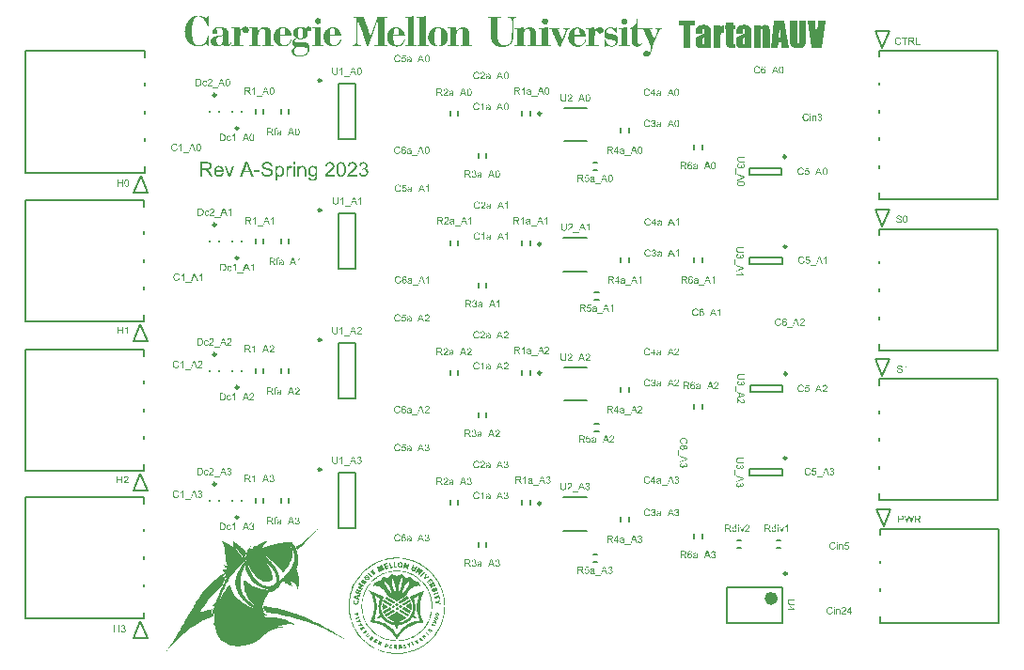
<source format=gbr>
%TF.GenerationSoftware,Altium Limited,Altium Designer,23.2.1 (34)*%
G04 Layer_Color=65535*
%FSLAX45Y45*%
%MOMM*%
%TF.SameCoordinates,D2495298-5ADA-4058-9D5E-391355C30085*%
%TF.FilePolarity,Positive*%
%TF.FileFunction,Legend,Top*%
%TF.Part,Single*%
G01*
G75*
%TA.AperFunction,NonConductor*%
%ADD27C,0.25000*%
%ADD28C,0.60000*%
%ADD29C,0.12700*%
%ADD30C,0.20000*%
G36*
X6671767Y7716555D02*
X6680409D01*
X6690901Y7715320D01*
X6702628Y7714086D01*
X6716825Y7712234D01*
X6731638Y7709765D01*
X6748303Y7706679D01*
X6765585Y7702976D01*
X6783484Y7698038D01*
X6802001Y7692483D01*
X6821135Y7685694D01*
X6840269Y7677670D01*
X6859403Y7669029D01*
X6878536Y7658536D01*
X6879771Y7657919D01*
X6882857Y7656067D01*
X6888412Y7652364D01*
X6895201Y7648044D01*
X6903225Y7641871D01*
X6913101Y7635082D01*
X6924211Y7626441D01*
X6935938Y7617183D01*
X6948282Y7606073D01*
X6961244Y7594345D01*
X6974206Y7581384D01*
X6987167Y7567188D01*
X7000746Y7552375D01*
X7013090Y7536327D01*
X7025435Y7519045D01*
X7036545Y7500528D01*
X7037162Y7499294D01*
X7039014Y7496208D01*
X7042100Y7490653D01*
X7045803Y7483246D01*
X7050124Y7473988D01*
X7055061Y7462878D01*
X7060616Y7449916D01*
X7066171Y7435720D01*
X7071109Y7420289D01*
X7076664Y7403007D01*
X7081602Y7385108D01*
X7085922Y7365974D01*
X7089626Y7346223D01*
X7092712Y7325238D01*
X7094563Y7304252D01*
X7095181Y7282032D01*
Y7281415D01*
Y7280798D01*
Y7278946D01*
Y7277094D01*
X7094563Y7270305D01*
Y7262281D01*
X7093329Y7251788D01*
X7092095Y7239444D01*
X7090243Y7225865D01*
X7087774Y7210435D01*
X7084688Y7194387D01*
X7080985Y7177105D01*
X7076047Y7159205D01*
X7070492Y7140689D01*
X7063702Y7121555D01*
X7055679Y7102421D01*
X7047037Y7083287D01*
X7036545Y7064154D01*
X7035928Y7062919D01*
X7034076Y7059833D01*
X7030373Y7054278D01*
X7026052Y7047489D01*
X7019880Y7039465D01*
X7013090Y7029589D01*
X7004449Y7018479D01*
X6995191Y7006752D01*
X6984081Y6994408D01*
X6972354Y6981446D01*
X6959392Y6968484D01*
X6945196Y6955523D01*
X6930383Y6942561D01*
X6914335Y6929600D01*
X6897053Y6917255D01*
X6878536Y6906145D01*
X6877302Y6905528D01*
X6874216Y6903676D01*
X6868661Y6900590D01*
X6861254Y6896887D01*
X6851996Y6892566D01*
X6840886Y6887628D01*
X6827924Y6882691D01*
X6813728Y6877136D01*
X6798298Y6871581D01*
X6781016Y6866643D01*
X6763116Y6861705D01*
X6743982Y6857385D01*
X6724231Y6853681D01*
X6703246Y6850595D01*
X6682260Y6848743D01*
X6660041Y6848126D01*
X6654486D01*
X6648313Y6848743D01*
X6640289Y6849361D01*
X6629797Y6849978D01*
X6617452Y6851212D01*
X6603256Y6853064D01*
X6588443Y6855533D01*
X6571778Y6858619D01*
X6554496Y6862322D01*
X6536597Y6867260D01*
X6518080Y6872815D01*
X6498946Y6878987D01*
X6479812Y6887011D01*
X6460678Y6895652D01*
X6441545Y6906145D01*
X6440310Y6906762D01*
X6437224Y6908614D01*
X6431669Y6912317D01*
X6424880Y6916638D01*
X6416856Y6922810D01*
X6406980Y6929599D01*
X6395870Y6938240D01*
X6384143Y6947499D01*
X6371799Y6958609D01*
X6358837Y6970336D01*
X6345876Y6983297D01*
X6332914Y6997493D01*
X6319952Y7012307D01*
X6306991Y7028972D01*
X6294646Y7045637D01*
X6283536Y7064153D01*
X6282919Y7065388D01*
X6281067Y7068474D01*
X6277981Y7074029D01*
X6274278Y7081435D01*
X6269957Y7090694D01*
X6265020Y7101804D01*
X6260082Y7114765D01*
X6254527Y7128961D01*
X6248972Y7144392D01*
X6244034Y7161057D01*
X6239096Y7179573D01*
X6234776Y7198090D01*
X6231073Y7218458D01*
X6227987Y7238827D01*
X6226135Y7260429D01*
X6225518Y7282032D01*
Y7282649D01*
Y7283266D01*
Y7285118D01*
Y7287587D01*
X6226135Y7293759D01*
X6226752Y7302400D01*
X6227369Y7312893D01*
X6228604Y7324620D01*
X6230455Y7338816D01*
X6232924Y7353629D01*
X6236010Y7370294D01*
X6239714Y7387577D01*
X6244651Y7405476D01*
X6250206Y7423993D01*
X6256379Y7443126D01*
X6264403Y7462260D01*
X6273044Y7481394D01*
X6283536Y7500528D01*
X6284154Y7501762D01*
X6286005Y7504848D01*
X6289709Y7510403D01*
X6294029Y7517193D01*
X6300201Y7525217D01*
X6306991Y7535092D01*
X6315632Y7546202D01*
X6324890Y7557929D01*
X6336000Y7570274D01*
X6347727Y7583235D01*
X6360689Y7596197D01*
X6374885Y7609159D01*
X6389698Y7622737D01*
X6406363Y7635082D01*
X6423028Y7647426D01*
X6441545Y7658536D01*
X6442779Y7659153D01*
X6445865Y7661005D01*
X6451420Y7664091D01*
X6458827Y7667794D01*
X6468085Y7672115D01*
X6479195Y7677053D01*
X6492156Y7682608D01*
X6506352Y7688163D01*
X6521783Y7693100D01*
X6539065Y7698655D01*
X6556965Y7703593D01*
X6576098Y7707914D01*
X6595849Y7711617D01*
X6616835Y7714703D01*
X6637820Y7716555D01*
X6660040Y7717172D01*
X6665595D01*
X6671767Y7716555D01*
D02*
G37*
G36*
X6810378Y12335337D02*
X6810643D01*
X6811172Y12335072D01*
X6812229Y12334544D01*
X6813551Y12334279D01*
X6815402Y12334015D01*
X6817782Y12333750D01*
X6820955Y12333486D01*
X6824392Y12333750D01*
X6829945D01*
X6832060Y12333221D01*
X6834176Y12332693D01*
X6835762Y12331635D01*
X6836820Y12330048D01*
X6836026Y12326611D01*
X6735285D01*
X6734227Y12326876D01*
X6733963D01*
X6733434Y12327140D01*
X6732905Y12327669D01*
X6731847Y12328462D01*
Y12328726D01*
X6731583Y12329784D01*
X6731847Y12331371D01*
X6732112Y12332428D01*
X6732641Y12333750D01*
X6756702D01*
Y12582035D01*
X6732641D01*
X6731319Y12589703D01*
X6732112D01*
X6732905Y12589967D01*
X6733963Y12590232D01*
X6736607Y12590496D01*
X6740309Y12590761D01*
X6744539Y12591025D01*
X6749034Y12591290D01*
X6753794D01*
X6758289Y12590761D01*
X6758818D01*
X6760404Y12590496D01*
X6762784D01*
X6765957Y12590232D01*
X6769923D01*
X6774418Y12590496D01*
X6779442Y12590761D01*
X6784730Y12591290D01*
X6785523D01*
X6786052Y12591554D01*
X6787110Y12591818D01*
X6790018Y12592347D01*
X6793456Y12593140D01*
X6797422Y12594462D01*
X6801917Y12596049D01*
X6806148Y12598164D01*
X6810378Y12600808D01*
Y12335337D01*
D02*
G37*
G36*
X5949446Y12577011D02*
X5950504D01*
X5951826Y12576747D01*
X5953413Y12576482D01*
X5955528Y12576218D01*
X5957643Y12575689D01*
X5960023Y12574896D01*
X5962403Y12573838D01*
X5965047Y12572252D01*
X5967426Y12570665D01*
X5969806Y12568550D01*
X5971922Y12565906D01*
X5973772Y12562733D01*
X5975359Y12559295D01*
X5976417Y12555329D01*
X5976945Y12550570D01*
Y12550041D01*
Y12548983D01*
X5976681Y12547132D01*
X5976152Y12544753D01*
X5975094Y12541844D01*
X5973508Y12538671D01*
X5971393Y12535498D01*
X5968484Y12532061D01*
X5967955Y12531796D01*
X5966898Y12530739D01*
X5965047Y12529152D01*
X5962667Y12527566D01*
X5959758Y12525979D01*
X5956321Y12524657D01*
X5952884Y12523600D01*
X5948917Y12523335D01*
X5948389D01*
X5947067Y12523600D01*
X5944951Y12523864D01*
X5942307Y12524657D01*
X5939399Y12525450D01*
X5936226Y12527037D01*
X5933053Y12528888D01*
X5929880Y12531532D01*
X5929615Y12531796D01*
X5928558Y12532854D01*
X5927236Y12534705D01*
X5925913Y12536820D01*
X5924327Y12539729D01*
X5923005Y12542902D01*
X5922212Y12546604D01*
X5921683Y12550570D01*
Y12550834D01*
Y12551099D01*
Y12552421D01*
X5921947Y12554536D01*
X5922476Y12557445D01*
X5923534Y12560353D01*
X5924856Y12563790D01*
X5926707Y12567228D01*
X5929351Y12570665D01*
X5929615Y12570930D01*
X5930937Y12571987D01*
X5932524Y12573309D01*
X5934904Y12574631D01*
X5937812Y12575954D01*
X5941249Y12577011D01*
X5945216Y12577540D01*
X5949446Y12577011D01*
D02*
G37*
G36*
X8713366Y12575160D02*
X8716010Y12574631D01*
X8718919Y12573574D01*
X8722092Y12572252D01*
X8725264Y12570136D01*
X8728437Y12567492D01*
X8728702Y12567228D01*
X8729760Y12566170D01*
X8731082Y12564319D01*
X8732668Y12562204D01*
X8733990Y12559295D01*
X8735312Y12556122D01*
X8736370Y12552421D01*
X8736634Y12548454D01*
Y12547926D01*
Y12547397D01*
Y12547132D01*
Y12546604D01*
Y12546075D01*
Y12544753D01*
X8736370Y12542902D01*
X8735577Y12540258D01*
X8734783Y12537349D01*
X8733461Y12534176D01*
X8731610Y12531003D01*
X8728966Y12528095D01*
X8728702Y12527830D01*
X8727644Y12527037D01*
X8726058Y12525715D01*
X8723678Y12524393D01*
X8721034Y12522806D01*
X8717861Y12521749D01*
X8714424Y12520691D01*
X8710457Y12520427D01*
X8706491D01*
X8704376Y12520955D01*
X8701732Y12521484D01*
X8698823Y12522277D01*
X8695650Y12523600D01*
X8692213Y12525450D01*
X8689304Y12528095D01*
X8689040Y12528359D01*
X8688247Y12529417D01*
X8686924Y12531268D01*
X8685602Y12533383D01*
X8684016Y12536291D01*
X8682958Y12539464D01*
X8681901Y12543431D01*
X8681636Y12547397D01*
Y12547661D01*
Y12547926D01*
Y12548454D01*
Y12549777D01*
Y12551892D01*
X8681901Y12554536D01*
X8682694Y12557445D01*
X8684016Y12560617D01*
X8685867Y12564055D01*
X8688511Y12567228D01*
X8688775Y12567492D01*
X8690097Y12568550D01*
X8691684Y12569872D01*
X8694064Y12571458D01*
X8696972Y12573045D01*
X8700674Y12574367D01*
X8704640Y12575425D01*
X8708871Y12575689D01*
X8711251D01*
X8713366Y12575160D01*
D02*
G37*
G36*
X7995482Y12574896D02*
X7997862Y12574631D01*
X8000770Y12574103D01*
X8003943Y12573045D01*
X8007116Y12571723D01*
X8010553Y12569872D01*
X8013462Y12567228D01*
X8013726Y12566963D01*
X8014784Y12565906D01*
X8015842Y12564319D01*
X8017164Y12561940D01*
X8018750Y12559031D01*
X8019808Y12555594D01*
X8020601Y12551363D01*
X8020866Y12546868D01*
Y12546604D01*
Y12546075D01*
Y12544753D01*
X8020601Y12542902D01*
X8019808Y12540258D01*
X8019015Y12537349D01*
X8017693Y12534176D01*
X8015842Y12531003D01*
X8013198Y12528095D01*
X8012933Y12527830D01*
X8011876Y12527037D01*
X8010289Y12525715D01*
X8007909Y12524393D01*
X8005265Y12522806D01*
X8002092Y12521749D01*
X7998655Y12520691D01*
X7994689Y12520427D01*
X7993367D01*
X7992044Y12520691D01*
X7990194Y12520955D01*
X7988343Y12521220D01*
X7985963Y12521749D01*
X7983583Y12522542D01*
X7980939Y12523864D01*
X7978295Y12525186D01*
X7975915Y12527037D01*
X7973535Y12529152D01*
X7971420Y12531796D01*
X7969569Y12534969D01*
X7967983Y12538671D01*
X7966661Y12543166D01*
X7966132Y12547926D01*
Y12548454D01*
Y12549777D01*
X7966396Y12551627D01*
X7966925Y12554272D01*
X7967718Y12557180D01*
X7969305Y12560617D01*
X7971420Y12563790D01*
X7974329Y12567228D01*
X7974858Y12567492D01*
X7975915Y12568550D01*
X7977766Y12569872D01*
X7980146Y12571458D01*
X7983054Y12573045D01*
X7986227Y12574367D01*
X7989665Y12575160D01*
X7993895D01*
X7995482Y12574896D01*
D02*
G37*
G36*
X4874603Y12600808D02*
X4879363Y12600544D01*
X4884651Y12600015D01*
X4890204Y12599222D01*
X4895757Y12597900D01*
X4901838Y12596578D01*
X4907920Y12594727D01*
X4914001Y12592347D01*
X4914266D01*
X4915323Y12591818D01*
X4916645Y12591290D01*
X4919025Y12590232D01*
X4921934Y12589174D01*
X4925371Y12587852D01*
X4929602Y12586266D01*
X4934625Y12584415D01*
X4934890D01*
X4935419Y12584150D01*
X4936212Y12583886D01*
X4937270Y12583622D01*
X4939914Y12583357D01*
X4943087Y12583093D01*
X4946524Y12583622D01*
X4948375Y12584150D01*
X4950226Y12584944D01*
X4951812Y12586001D01*
X4953399Y12587323D01*
X4954721Y12589174D01*
X4955779Y12591290D01*
Y12591554D01*
X4956043Y12591818D01*
X4957101Y12592612D01*
X4957365D01*
X4957894Y12592876D01*
X4958687Y12593405D01*
X4959745Y12593669D01*
X4960009D01*
X4960802Y12593934D01*
X4962389Y12594727D01*
Y12504562D01*
X4960538Y12502975D01*
Y12503240D01*
X4960009Y12503504D01*
X4959216Y12504297D01*
X4958158Y12505091D01*
X4957894Y12505355D01*
X4957365Y12505884D01*
X4955514Y12507470D01*
Y12507735D01*
X4954985Y12508264D01*
X4954192Y12509586D01*
Y12509850D01*
X4953928Y12510379D01*
X4953663Y12511172D01*
X4953399Y12512494D01*
X4952870Y12514081D01*
X4952341Y12515932D01*
X4951812Y12518047D01*
X4951019Y12520427D01*
X4948904Y12525979D01*
X4946260Y12532325D01*
X4942822Y12539200D01*
X4938856Y12546339D01*
Y12546604D01*
X4938327Y12547132D01*
X4937798Y12548190D01*
X4936741Y12549512D01*
X4935683Y12551363D01*
X4934361Y12553214D01*
X4931452Y12557709D01*
X4927751Y12562733D01*
X4923520Y12567757D01*
X4918761Y12573045D01*
X4914001Y12577540D01*
X4913737Y12577804D01*
X4913208Y12578333D01*
X4912150Y12579126D01*
X4910828Y12579920D01*
X4909242Y12581242D01*
X4907126Y12582564D01*
X4904747Y12584150D01*
X4902367Y12585472D01*
X4896550Y12588381D01*
X4889939Y12591025D01*
X4886502Y12592083D01*
X4882800Y12592876D01*
X4879098Y12593405D01*
X4875132Y12593669D01*
X4873017D01*
X4871695Y12593405D01*
X4869844Y12593140D01*
X4867729Y12592876D01*
X4862969Y12591554D01*
X4857416Y12589703D01*
X4854244Y12588381D01*
X4851335Y12586530D01*
X4848162Y12584679D01*
X4845253Y12582299D01*
X4842080Y12579655D01*
X4839172Y12576747D01*
Y12576482D01*
X4838643Y12575954D01*
X4838114Y12575160D01*
X4837321Y12574103D01*
X4836263Y12572516D01*
X4834941Y12570401D01*
X4833884Y12568286D01*
X4832297Y12565641D01*
X4830975Y12562468D01*
X4829389Y12559295D01*
X4827802Y12555329D01*
X4826480Y12551363D01*
X4824894Y12546868D01*
X4823307Y12541844D01*
X4821985Y12536556D01*
X4820663Y12531003D01*
Y12530739D01*
X4820399Y12529417D01*
X4820134Y12527566D01*
X4819605Y12525186D01*
X4819076Y12522013D01*
X4818548Y12518311D01*
X4818019Y12514345D01*
X4817490Y12509586D01*
X4816961Y12504826D01*
X4816432Y12499273D01*
X4815903Y12493721D01*
X4815375Y12487904D01*
X4814581Y12475476D01*
X4814317Y12462784D01*
Y12462520D01*
Y12462255D01*
Y12461462D01*
Y12460405D01*
Y12457496D01*
X4814581Y12453794D01*
Y12449299D01*
X4814846Y12444540D01*
X4815110Y12439251D01*
X4815375Y12433963D01*
Y12433699D01*
Y12432377D01*
X4815639Y12430790D01*
X4815903Y12428411D01*
X4816168Y12425502D01*
X4816432Y12422065D01*
X4816961Y12418098D01*
X4817490Y12413603D01*
X4818019Y12408844D01*
X4818812Y12403820D01*
X4819605Y12398532D01*
X4820663Y12393243D01*
X4822778Y12381609D01*
X4825687Y12369975D01*
Y12369711D01*
X4825951Y12369182D01*
X4826216Y12368124D01*
X4826744Y12366802D01*
X4827273Y12365216D01*
X4827802Y12363365D01*
X4829653Y12359134D01*
X4832033Y12354375D01*
X4834941Y12349615D01*
X4838379Y12344856D01*
X4842609Y12340625D01*
X4842874D01*
X4843138Y12340096D01*
X4844725Y12339039D01*
X4847369Y12337452D01*
X4850542Y12335601D01*
X4854508Y12333750D01*
X4859003Y12332164D01*
X4864291Y12330842D01*
X4869580Y12330313D01*
X4872224D01*
X4873546Y12330577D01*
X4875132D01*
X4879363Y12331106D01*
X4884122Y12331899D01*
X4889675Y12333221D01*
X4895492Y12334808D01*
X4901838Y12337188D01*
X4902367Y12337452D01*
X4903689Y12338245D01*
X4905804Y12339303D01*
X4908713Y12341154D01*
X4911886Y12343534D01*
X4915852Y12346442D01*
X4920083Y12349880D01*
X4924313Y12353846D01*
X4929073Y12358605D01*
X4933568Y12364158D01*
X4938063Y12370239D01*
X4942293Y12377114D01*
X4946260Y12384518D01*
X4949961Y12392715D01*
X4953134Y12401969D01*
X4955514Y12411752D01*
Y12412017D01*
X4955779Y12412810D01*
X4956043Y12413868D01*
X4956307Y12415190D01*
X4957101Y12417834D01*
X4957365Y12418892D01*
X4957894Y12419685D01*
X4958158Y12419949D01*
X4959216Y12420478D01*
X4960009Y12420742D01*
X4961067Y12421007D01*
X4962389Y12421271D01*
X4963975D01*
Y12325553D01*
X4963711Y12325818D01*
X4963182Y12326082D01*
X4962389Y12326876D01*
X4961331Y12327933D01*
X4958423Y12330313D01*
X4955514Y12333486D01*
X4955250Y12333750D01*
X4954721Y12334808D01*
X4953663Y12336130D01*
X4952606Y12337716D01*
X4951283Y12339303D01*
X4949697Y12340889D01*
X4948110Y12341947D01*
X4946788Y12342740D01*
X4943880D01*
X4942029Y12342476D01*
X4939914Y12341683D01*
X4937270Y12340625D01*
X4934097Y12339303D01*
X4933832D01*
X4933568Y12339039D01*
X4932774Y12338774D01*
X4931981Y12338245D01*
X4929337Y12336923D01*
X4925635Y12335337D01*
X4921140Y12333486D01*
X4915852Y12331371D01*
X4909770Y12329255D01*
X4902896Y12327404D01*
X4902631D01*
X4902102Y12327140D01*
X4901045Y12326876D01*
X4899723Y12326611D01*
X4898136Y12326347D01*
X4896021Y12325818D01*
X4891526Y12325025D01*
X4886238Y12323967D01*
X4880685Y12323174D01*
X4874868Y12322645D01*
X4869315Y12322380D01*
X4859267D01*
X4858210Y12322645D01*
X4856623Y12322909D01*
X4854772Y12323174D01*
X4852657Y12323438D01*
X4850277Y12323967D01*
X4847633Y12324496D01*
X4844460Y12325289D01*
X4841287Y12326082D01*
X4834148Y12328462D01*
X4826480Y12331371D01*
X4818019Y12335337D01*
X4817754Y12335601D01*
X4816961Y12335866D01*
X4815903Y12336394D01*
X4814317Y12337452D01*
X4812466Y12338510D01*
X4810351Y12339832D01*
X4805327Y12343005D01*
X4799774Y12346971D01*
X4793957Y12351466D01*
X4788404Y12356490D01*
X4783381Y12362043D01*
Y12362307D01*
X4782852Y12362571D01*
X4782323Y12363365D01*
X4781530Y12364422D01*
X4780472Y12365744D01*
X4779150Y12367595D01*
X4777828Y12369446D01*
X4776506Y12371561D01*
X4773068Y12376585D01*
X4769631Y12382931D01*
X4765929Y12389806D01*
X4762227Y12397738D01*
Y12398003D01*
X4761699Y12398796D01*
X4761434Y12399854D01*
X4760641Y12401440D01*
X4759848Y12403556D01*
X4759054Y12405671D01*
X4758261Y12408315D01*
X4757204Y12410959D01*
X4755353Y12417305D01*
X4753502Y12423915D01*
X4751915Y12430790D01*
X4750858Y12437665D01*
Y12438194D01*
X4750593Y12439516D01*
Y12441367D01*
X4750329Y12444011D01*
X4750064Y12446919D01*
Y12450357D01*
X4749800Y12457760D01*
Y12458025D01*
Y12458289D01*
Y12459083D01*
Y12460140D01*
X4750064Y12462784D01*
X4750329Y12466222D01*
X4750593Y12470717D01*
X4751122Y12475741D01*
X4751915Y12481558D01*
X4752973Y12487904D01*
Y12488168D01*
X4753237Y12488697D01*
Y12489755D01*
X4753502Y12490812D01*
X4754031Y12492399D01*
X4754295Y12494250D01*
X4755353Y12498216D01*
X4756675Y12502975D01*
X4757997Y12507999D01*
X4759583Y12512759D01*
X4761434Y12517518D01*
Y12517782D01*
X4761699Y12518047D01*
X4762227Y12519633D01*
X4763550Y12522277D01*
X4765136Y12525450D01*
X4767251Y12529681D01*
X4769631Y12534176D01*
X4772804Y12539464D01*
X4776241Y12545017D01*
Y12545281D01*
X4776770Y12545810D01*
X4777299Y12546604D01*
X4778092Y12547661D01*
X4779943Y12550305D01*
X4782323Y12553743D01*
X4785496Y12557709D01*
X4788669Y12561940D01*
X4792106Y12565906D01*
X4795544Y12569608D01*
X4795808Y12569872D01*
X4796601Y12570665D01*
X4797923Y12571723D01*
X4799774Y12573309D01*
X4802154Y12575160D01*
X4805063Y12577276D01*
X4807971Y12579655D01*
X4811673Y12582299D01*
X4815639Y12584679D01*
X4819870Y12587323D01*
X4824365Y12589703D01*
X4829124Y12592083D01*
X4834148Y12594462D01*
X4839436Y12596313D01*
X4844989Y12598164D01*
X4850542Y12599486D01*
X4850806D01*
X4851864Y12599751D01*
X4853450Y12600015D01*
X4855830Y12600280D01*
X4858739Y12600544D01*
X4861912Y12600808D01*
X4865613Y12601073D01*
X4869844D01*
X4874603Y12600808D01*
D02*
G37*
G36*
X5410306Y12467808D02*
X5410835Y12468337D01*
X5412157Y12469659D01*
X5414272Y12471510D01*
X5416652Y12473890D01*
X5419561Y12476534D01*
X5422469Y12479442D01*
X5425642Y12482087D01*
X5428286Y12484731D01*
X5428551Y12484995D01*
X5428815Y12485260D01*
X5429873Y12485788D01*
X5430930Y12486582D01*
X5432253Y12487639D01*
X5434103Y12488697D01*
X5436219Y12489755D01*
X5438334Y12490812D01*
X5440978Y12492134D01*
X5443887Y12493192D01*
X5447324Y12494250D01*
X5450762Y12495307D01*
X5454463Y12496365D01*
X5458430Y12496894D01*
X5462925Y12497687D01*
X5467420Y12497951D01*
X5476145D01*
X5478789Y12497687D01*
X5481698Y12497423D01*
X5488044Y12496365D01*
X5494654Y12494514D01*
X5501000Y12492134D01*
X5503909Y12490548D01*
X5506817Y12488697D01*
X5507082Y12488432D01*
X5507875Y12487639D01*
X5509197Y12486582D01*
X5510783Y12484995D01*
X5512634Y12482880D01*
X5514485Y12480236D01*
X5516336Y12477327D01*
X5518187Y12473890D01*
X5518451Y12473361D01*
X5518980Y12472303D01*
X5519774Y12470452D01*
X5520831Y12468073D01*
X5521624Y12465164D01*
X5522418Y12461991D01*
X5522947Y12458818D01*
X5523211Y12455645D01*
Y12455381D01*
Y12454852D01*
Y12453530D01*
X5523475Y12451943D01*
Y12449828D01*
Y12446919D01*
X5523740Y12443482D01*
Y12439516D01*
X5524004Y12435021D01*
Y12429733D01*
X5524269Y12423915D01*
X5524533Y12417041D01*
Y12409902D01*
X5524797Y12401705D01*
Y12392715D01*
X5525062Y12382931D01*
Y12336659D01*
X5548595D01*
X5549388Y12328198D01*
X5450233D01*
Y12336659D01*
X5471386D01*
Y12336923D01*
Y12337452D01*
Y12338510D01*
X5471650Y12339567D01*
Y12339832D01*
X5471915Y12340625D01*
Y12342212D01*
Y12342476D01*
Y12343005D01*
Y12344591D01*
Y12453001D01*
Y12453265D01*
Y12453530D01*
Y12454852D01*
Y12455381D01*
Y12456438D01*
X5471650Y12458554D01*
X5471386Y12460933D01*
X5470593Y12463842D01*
X5469799Y12467015D01*
X5468477Y12470452D01*
X5466891Y12473625D01*
X5466626Y12474154D01*
X5465569Y12475212D01*
X5464247Y12476798D01*
X5462131Y12478914D01*
X5460016Y12480764D01*
X5457107Y12482351D01*
X5454199Y12483409D01*
X5451026Y12483937D01*
X5449439D01*
X5447589Y12483409D01*
X5445209Y12482880D01*
X5442300Y12481822D01*
X5439127Y12480500D01*
X5435426Y12478385D01*
X5431459Y12475476D01*
X5431195Y12475212D01*
X5430137Y12474154D01*
X5428551Y12472568D01*
X5426435Y12470452D01*
X5424056Y12467544D01*
X5421676Y12464106D01*
X5419032Y12460140D01*
X5416652Y12455645D01*
Y12455381D01*
X5416388Y12455116D01*
X5415594Y12453530D01*
X5414537Y12451150D01*
X5413479Y12447977D01*
X5412421Y12444275D01*
X5411364Y12440309D01*
X5410571Y12436079D01*
X5410306Y12431848D01*
Y12431583D01*
Y12431055D01*
Y12429468D01*
Y12337188D01*
X5432253D01*
X5432781Y12328726D01*
X5333891D01*
X5333097Y12336130D01*
X5359274D01*
Y12410430D01*
Y12484731D01*
X5333891D01*
Y12493721D01*
X5335213D01*
X5336270Y12493985D01*
X5338914D01*
X5342352Y12494250D01*
X5346318D01*
X5350813Y12494514D01*
X5355308Y12494250D01*
X5359539Y12493985D01*
X5361654D01*
X5364034Y12493721D01*
X5370908D01*
X5375404Y12493985D01*
X5380163Y12494250D01*
X5385187Y12494778D01*
X5385716D01*
X5386509Y12495043D01*
X5387567D01*
X5390211Y12495572D01*
X5393648Y12496365D01*
X5397614Y12497158D01*
X5401845Y12498480D01*
X5406076Y12500067D01*
X5410306Y12501918D01*
Y12467808D01*
D02*
G37*
G36*
X5249014Y12472832D02*
X5249278Y12473096D01*
X5250071Y12473890D01*
X5251658Y12475212D01*
X5253509Y12477063D01*
X5255888Y12479442D01*
X5259061Y12482351D01*
X5262234Y12485788D01*
X5266201Y12489490D01*
X5266465Y12489755D01*
X5267523Y12490812D01*
X5269374Y12492134D01*
X5271489Y12493721D01*
X5274397Y12495572D01*
X5277835Y12497158D01*
X5281801Y12498480D01*
X5286032Y12499273D01*
X5286560D01*
X5288147Y12499538D01*
X5290527Y12499802D01*
X5293435Y12500067D01*
X5300574D01*
X5304541Y12499802D01*
X5308242Y12499273D01*
X5308507D01*
X5309564Y12499009D01*
X5310887Y12498745D01*
X5312737Y12498216D01*
X5314588Y12497158D01*
X5316968Y12495836D01*
X5319083Y12493985D01*
X5321199Y12491605D01*
X5321463Y12491341D01*
X5321992Y12490283D01*
X5323050Y12488961D01*
X5324107Y12487110D01*
X5324900Y12484995D01*
X5325958Y12482351D01*
X5326487Y12479442D01*
X5326751Y12476534D01*
Y12476269D01*
Y12475741D01*
Y12474683D01*
Y12473625D01*
Y12470717D01*
X5327016Y12467544D01*
Y12467279D01*
Y12466751D01*
Y12465957D01*
Y12464900D01*
X5326487Y12462255D01*
X5325429Y12459083D01*
Y12458818D01*
X5325165Y12458289D01*
X5324636Y12457496D01*
X5324107Y12456438D01*
X5322521Y12453794D01*
X5320141Y12451150D01*
X5319877Y12450886D01*
X5319348Y12450621D01*
X5318555Y12449828D01*
X5317497Y12449035D01*
X5316175Y12448242D01*
X5314588Y12447184D01*
X5310358Y12445069D01*
X5310093D01*
X5309300Y12444804D01*
X5308242Y12444275D01*
X5306920Y12444011D01*
X5303483Y12442953D01*
X5299781Y12442689D01*
X5298195D01*
X5296873Y12442953D01*
X5294228Y12443218D01*
X5290791Y12444011D01*
X5290527D01*
X5289469Y12444540D01*
X5288147Y12445069D01*
X5286560Y12445862D01*
X5284445Y12446919D01*
X5282330Y12448242D01*
X5280214Y12450092D01*
X5278099Y12452472D01*
X5277835Y12452737D01*
X5277306Y12453530D01*
X5276513Y12454852D01*
X5275455Y12456703D01*
X5274397Y12458818D01*
X5273604Y12461198D01*
X5272811Y12463842D01*
X5272546Y12466486D01*
Y12467015D01*
Y12468073D01*
X5272811Y12469923D01*
Y12472568D01*
X5273340Y12475212D01*
X5273869Y12478649D01*
X5274397Y12482087D01*
X5275455Y12485524D01*
X5275191Y12485260D01*
X5273869Y12484731D01*
X5272282Y12483673D01*
X5270167Y12482087D01*
X5267523Y12479971D01*
X5264878Y12477592D01*
X5262234Y12474419D01*
X5259590Y12470981D01*
X5259326Y12470452D01*
X5258533Y12469395D01*
X5257475Y12467279D01*
X5256153Y12464900D01*
X5254566Y12461991D01*
X5253244Y12458554D01*
X5252187Y12455116D01*
X5251658Y12451415D01*
Y12451150D01*
Y12450357D01*
X5251393Y12449299D01*
Y12447713D01*
X5251129Y12445862D01*
X5250865Y12443482D01*
X5250600Y12440838D01*
Y12437929D01*
X5250071Y12431319D01*
X5249542Y12424180D01*
X5249278Y12416247D01*
Y12408051D01*
Y12407522D01*
Y12406464D01*
Y12404613D01*
Y12402762D01*
Y12337188D01*
X5282065D01*
X5282859Y12328726D01*
X5170747D01*
X5170483Y12336659D01*
X5195602D01*
Y12484731D01*
X5171012D01*
X5169954Y12493192D01*
X5170747D01*
X5171540Y12493456D01*
X5172598D01*
X5175242Y12493721D01*
X5178944Y12493985D01*
X5183175Y12494250D01*
X5192429D01*
X5196924Y12493985D01*
X5199039D01*
X5201419Y12493721D01*
X5208558D01*
X5213053Y12493985D01*
X5218077Y12494250D01*
X5223365Y12494778D01*
X5223894D01*
X5224688Y12495043D01*
X5225745Y12495307D01*
X5228654Y12495836D01*
X5232091Y12496629D01*
X5236057Y12497687D01*
X5240288Y12499009D01*
X5244783Y12500860D01*
X5249014Y12503240D01*
Y12472832D01*
D02*
G37*
G36*
X7195629Y12464371D02*
X7196158Y12464635D01*
X7196423Y12465428D01*
X7197216Y12466486D01*
X7199331Y12468866D01*
X7201975Y12472039D01*
X7205677Y12475741D01*
X7210172Y12479442D01*
X7215461Y12483409D01*
X7221542Y12487110D01*
X7221806D01*
X7222335Y12487639D01*
X7223393Y12487904D01*
X7224451Y12488697D01*
X7226037Y12489226D01*
X7227888Y12490019D01*
X7232383Y12491870D01*
X7237407Y12493721D01*
X7243224Y12495043D01*
X7249041Y12496100D01*
X7255123Y12496629D01*
X7259353D01*
X7261997Y12496365D01*
X7262526D01*
X7263848Y12496100D01*
X7266228Y12495836D01*
X7269137Y12495307D01*
X7272574Y12494514D01*
X7276276Y12493192D01*
X7280506Y12491605D01*
X7284737Y12489755D01*
X7288968Y12487110D01*
X7292934Y12483937D01*
X7296900Y12480236D01*
X7300602Y12475741D01*
X7303510Y12470452D01*
X7305890Y12464371D01*
X7307477Y12457496D01*
X7308270Y12449564D01*
Y12334808D01*
X7309063D01*
X7309856Y12334544D01*
X7311178D01*
X7314351Y12334015D01*
X7318053Y12333750D01*
X7322284Y12333221D01*
X7326514Y12332693D01*
X7330481Y12332164D01*
X7333918Y12331635D01*
Y12331371D01*
X7334182Y12330842D01*
Y12329255D01*
Y12328991D01*
Y12328726D01*
X7333918Y12327140D01*
X7235556D01*
Y12327404D01*
Y12327933D01*
X7236085Y12329520D01*
X7236614Y12331371D01*
X7237142Y12331899D01*
X7237936Y12332428D01*
X7238200D01*
X7238465Y12332693D01*
X7239522D01*
X7240844Y12332957D01*
X7243224Y12333221D01*
X7246133Y12333750D01*
X7249834Y12334015D01*
X7252214D01*
X7254858Y12334279D01*
Y12334544D01*
Y12335337D01*
Y12336659D01*
X7255123Y12337981D01*
Y12339303D01*
Y12340625D01*
Y12341418D01*
Y12341947D01*
Y12457496D01*
Y12458025D01*
Y12459347D01*
X7254858Y12461198D01*
X7254594Y12463578D01*
X7253536Y12468866D01*
X7252743Y12471510D01*
X7251421Y12473625D01*
X7251156Y12473890D01*
X7250628Y12474419D01*
X7249834Y12475476D01*
X7248512Y12476534D01*
X7246661Y12477856D01*
X7244282Y12478914D01*
X7241638Y12479707D01*
X7238465Y12480500D01*
X7238200D01*
X7237407Y12480764D01*
X7235556Y12481029D01*
X7233970D01*
X7232119Y12480764D01*
X7230003Y12480236D01*
X7227359Y12479707D01*
X7224451Y12478649D01*
X7221278Y12477327D01*
X7218369Y12475476D01*
X7217840Y12475212D01*
X7216783Y12474419D01*
X7215196Y12472832D01*
X7212816Y12470717D01*
X7210437Y12468073D01*
X7207793Y12464900D01*
X7205148Y12460933D01*
X7202504Y12456438D01*
Y12456174D01*
X7202240Y12455910D01*
X7201447Y12454323D01*
X7200389Y12451943D01*
X7199067Y12448770D01*
X7198009Y12445069D01*
X7196952Y12441102D01*
X7195894Y12436872D01*
X7195629Y12432641D01*
Y12343005D01*
Y12335601D01*
X7196158Y12335337D01*
X7196687Y12335072D01*
X7197745Y12334808D01*
X7199331Y12334544D01*
X7201182Y12334279D01*
X7203562D01*
X7206735Y12334015D01*
X7207264D01*
X7208321Y12333750D01*
X7209908Y12333486D01*
X7211759Y12332957D01*
X7214138Y12332164D01*
X7216254Y12331106D01*
X7218369Y12329255D01*
X7219956Y12327140D01*
X7121594D01*
X7121065Y12327404D01*
X7120272Y12327669D01*
X7120007D01*
X7119478Y12328198D01*
X7117892Y12329255D01*
X7117627Y12329520D01*
X7117099Y12330048D01*
X7116570Y12330577D01*
X7115776Y12330842D01*
X7117363Y12333750D01*
X7141953D01*
Y12483937D01*
X7117363D01*
X7116570Y12492134D01*
X7117099D01*
X7117892Y12492399D01*
X7118949D01*
X7121858Y12492663D01*
X7125295Y12492928D01*
X7129262Y12493192D01*
X7138252D01*
X7142747Y12492928D01*
X7143276D01*
X7144862Y12492663D01*
X7158876D01*
X7163900Y12492928D01*
X7169188Y12493192D01*
X7169981D01*
X7170510Y12493456D01*
X7171568D01*
X7174476Y12493985D01*
X7178178Y12494778D01*
X7182144Y12495836D01*
X7186639Y12497158D01*
X7191134Y12499009D01*
X7195629Y12501124D01*
Y12464371D01*
D02*
G37*
G36*
X8734255Y12333486D02*
X8760432D01*
Y12324496D01*
X8655988D01*
Y12332957D01*
X8681107D01*
Y12481293D01*
X8656517D01*
X8655724Y12490548D01*
X8663127D01*
X8665771Y12490283D01*
X8691684D01*
X8695915Y12490548D01*
X8696972D01*
X8698030Y12490812D01*
X8699616D01*
X8701203Y12491077D01*
X8703318Y12491341D01*
X8707813Y12491870D01*
X8708078D01*
X8708871Y12492134D01*
X8710193Y12492399D01*
X8712044Y12492663D01*
X8714159Y12492928D01*
X8716539Y12493456D01*
X8722092Y12494250D01*
X8722356D01*
X8723414Y12494514D01*
X8725000Y12494778D01*
X8726587Y12495043D01*
X8730817Y12495836D01*
X8732668Y12496365D01*
X8734255Y12496629D01*
Y12333486D01*
D02*
G37*
G36*
X8440226Y12467808D02*
X8440491Y12468073D01*
X8440755Y12468337D01*
X8442077Y12470188D01*
X8444192Y12472568D01*
X8446572Y12475212D01*
X8448687Y12477856D01*
X8450803Y12480236D01*
X8452389Y12482087D01*
X8452654Y12482615D01*
X8452918Y12482880D01*
X8453447Y12483409D01*
X8454769Y12484466D01*
X8457149Y12486317D01*
X8460057Y12488432D01*
X8463759Y12490548D01*
X8468254Y12492663D01*
X8473014Y12494514D01*
X8478566Y12496100D01*
X8478831D01*
X8479359Y12496365D01*
X8480153D01*
X8481210Y12496629D01*
X8483855Y12496894D01*
X8491523D01*
X8496018Y12496365D01*
X8500513Y12495307D01*
X8504743Y12493721D01*
X8505008Y12493456D01*
X8505801Y12493192D01*
X8506859Y12492134D01*
X8508445Y12491077D01*
X8510031Y12489490D01*
X8511882Y12487639D01*
X8513469Y12485524D01*
X8515320Y12482880D01*
X8515584Y12482615D01*
X8516113Y12481558D01*
X8516642Y12480236D01*
X8517699Y12478385D01*
X8518493Y12476269D01*
X8519022Y12473890D01*
X8519550Y12471246D01*
X8519815Y12468601D01*
Y12468073D01*
Y12467279D01*
Y12467015D01*
X8519550Y12466222D01*
X8519286Y12465164D01*
X8519022Y12463842D01*
X8518493Y12461991D01*
X8517964Y12460140D01*
X8516113Y12455910D01*
X8513469Y12451415D01*
X8511618Y12449299D01*
X8509767Y12447184D01*
X8507652Y12445069D01*
X8505008Y12443482D01*
X8502363Y12442160D01*
X8499191Y12441102D01*
X8498926D01*
X8498397Y12440838D01*
X8497340D01*
X8496282Y12440574D01*
X8494695Y12440309D01*
X8492845Y12440045D01*
X8488878D01*
X8484383Y12440309D01*
X8479624Y12441367D01*
X8477244Y12442424D01*
X8475129Y12443482D01*
X8473014Y12444804D01*
X8470898Y12446655D01*
X8470369Y12447184D01*
X8469312Y12448506D01*
X8467990Y12451150D01*
X8466668Y12454587D01*
X8465346Y12458818D01*
X8464552Y12464106D01*
Y12467279D01*
X8464817Y12470452D01*
X8465346Y12473890D01*
X8466139Y12477592D01*
Y12477856D01*
X8466403Y12478649D01*
Y12479178D01*
X8466668Y12480236D01*
X8466932Y12481293D01*
X8467196Y12482880D01*
X8466932Y12482615D01*
X8466139Y12482351D01*
X8465081Y12481558D01*
X8463759Y12480236D01*
X8462173Y12478914D01*
X8460057Y12477327D01*
X8458206Y12475212D01*
X8455827Y12473096D01*
X8451596Y12468073D01*
X8447630Y12461991D01*
X8446043Y12458818D01*
X8444721Y12455116D01*
X8443664Y12451679D01*
X8442870Y12447713D01*
Y12447448D01*
Y12446919D01*
X8442606Y12446126D01*
Y12444804D01*
X8442342Y12442953D01*
Y12441102D01*
X8442077Y12438458D01*
Y12435814D01*
X8441813Y12432377D01*
X8441548Y12428939D01*
Y12424973D01*
X8441284Y12420478D01*
Y12415719D01*
X8441019Y12410695D01*
Y12405142D01*
Y12399061D01*
Y12333486D01*
X8475393D01*
X8476187Y12324760D01*
X8362488D01*
X8361695Y12332957D01*
X8386815D01*
Y12481029D01*
X8362224D01*
X8361431Y12489490D01*
X8362224D01*
X8362753Y12489755D01*
X8363811D01*
X8366719Y12490019D01*
X8370421Y12490283D01*
X8374387Y12490548D01*
X8383642D01*
X8388137Y12490283D01*
X8399771D01*
X8404266Y12490548D01*
X8409290Y12491077D01*
X8414578Y12491605D01*
X8415107D01*
X8415900Y12491870D01*
X8416958Y12492134D01*
X8419866Y12492663D01*
X8423304Y12493456D01*
X8427270Y12494778D01*
X8431501Y12496100D01*
X8435996Y12497951D01*
X8440226Y12500331D01*
Y12467808D01*
D02*
G37*
G36*
X8020601Y12333486D02*
X8046249D01*
X8047043Y12324760D01*
X7942335D01*
X7941541Y12332957D01*
X7967190D01*
Y12481293D01*
X7941806D01*
Y12490548D01*
X7949209D01*
X7951854Y12490283D01*
X7959786D01*
X7962166Y12490019D01*
X7973535D01*
X7975386Y12490283D01*
X7977502D01*
X7981997Y12490548D01*
X7982261D01*
X7983054Y12490812D01*
X7983583D01*
X7984641Y12491077D01*
X7985963Y12491341D01*
X7987814Y12491605D01*
X7989929Y12491870D01*
X7992573Y12492399D01*
X7995482Y12492928D01*
X7999184Y12493721D01*
X8003679Y12494514D01*
X8008438Y12495307D01*
X8014255Y12496365D01*
X8020601Y12497423D01*
Y12333486D01*
D02*
G37*
G36*
X7798758Y12463578D02*
X7799022Y12463842D01*
X7799815Y12464635D01*
X7800873Y12465957D01*
X7802460Y12467808D01*
X7804311Y12469923D01*
X7806690Y12472303D01*
X7809070Y12474683D01*
X7811979Y12477327D01*
X7818589Y12482615D01*
X7822026Y12484995D01*
X7825992Y12487110D01*
X7829694Y12489226D01*
X7833925Y12490812D01*
X7837891Y12492134D01*
X7842122Y12492928D01*
X7842651D01*
X7843708Y12493192D01*
X7845824D01*
X7847939Y12493456D01*
X7850583Y12493721D01*
X7853227Y12493985D01*
X7855871Y12494250D01*
X7859309D01*
X7860631Y12494514D01*
X7864333D01*
X7866712Y12494250D01*
X7869621D01*
X7872529Y12493985D01*
X7872794D01*
X7874116Y12493721D01*
X7875702Y12493456D01*
X7877818Y12493192D01*
X7880197Y12492663D01*
X7882577Y12491870D01*
X7885221Y12490812D01*
X7887865Y12489490D01*
X7888130Y12489226D01*
X7888923Y12488697D01*
X7890245Y12487904D01*
X7891832Y12486846D01*
X7893947Y12485260D01*
X7896062Y12483673D01*
X7898177Y12481558D01*
X7900557Y12479178D01*
X7900822Y12478914D01*
X7901350Y12478120D01*
X7902144Y12476534D01*
X7903201Y12474683D01*
X7904523Y12472568D01*
X7905581Y12469659D01*
X7906903Y12466486D01*
X7908225Y12463049D01*
X7908490Y12462520D01*
X7908754Y12461462D01*
X7909283Y12459611D01*
X7910076Y12457232D01*
X7910605Y12454587D01*
X7911134Y12451679D01*
X7911398Y12448506D01*
X7911663Y12445597D01*
Y12445333D01*
Y12444804D01*
Y12443218D01*
Y12344327D01*
Y12333486D01*
X7936518D01*
X7937311Y12324760D01*
X7838684D01*
Y12332957D01*
X7858515D01*
Y12343534D01*
Y12450092D01*
Y12450621D01*
Y12451943D01*
Y12454059D01*
X7858251Y12456438D01*
X7857987Y12459347D01*
X7857458Y12462520D01*
X7856664Y12465428D01*
X7855871Y12468337D01*
Y12468601D01*
X7855342Y12469395D01*
X7854549Y12470717D01*
X7853492Y12472303D01*
X7851905Y12474154D01*
X7850054Y12476005D01*
X7847410Y12477592D01*
X7844501Y12479178D01*
X7844237D01*
X7843179Y12479442D01*
X7841857Y12479971D01*
X7837098D01*
X7834189Y12479707D01*
X7830752Y12478914D01*
X7826786Y12477327D01*
X7826257Y12477063D01*
X7824935Y12476534D01*
X7823084Y12475476D01*
X7820704Y12473890D01*
X7818324Y12472039D01*
X7815416Y12469923D01*
X7813036Y12467279D01*
X7810656Y12464106D01*
X7810392Y12463842D01*
X7809863Y12463049D01*
X7808806Y12461462D01*
X7807748Y12459611D01*
X7806426Y12456967D01*
X7805104Y12454059D01*
X7803517Y12450621D01*
X7802195Y12446919D01*
X7801931Y12446391D01*
X7801666Y12445069D01*
X7801138Y12443218D01*
X7800609Y12440574D01*
X7799815Y12437665D01*
X7799287Y12434492D01*
X7799022Y12431319D01*
X7798758Y12428146D01*
Y12427617D01*
Y12333750D01*
X7819647D01*
X7820704Y12324496D01*
X7720227D01*
Y12332957D01*
X7745082D01*
Y12481029D01*
X7721020D01*
X7719698Y12490019D01*
X7721020D01*
X7722078Y12490283D01*
X7724986D01*
X7728424Y12490548D01*
X7732654D01*
X7736885Y12490812D01*
X7746139Y12490283D01*
X7748255D01*
X7750634Y12490019D01*
X7754072D01*
X7758038Y12490283D01*
X7762533D01*
X7767293Y12490812D01*
X7772581Y12491341D01*
X7773110D01*
X7773903Y12491605D01*
X7774961Y12491870D01*
X7777869Y12492399D01*
X7781307Y12493192D01*
X7785273Y12494250D01*
X7789768Y12495572D01*
X7794263Y12497423D01*
X7798758Y12499538D01*
Y12463578D01*
D02*
G37*
G36*
X8638801Y12467279D02*
Y12466751D01*
X8639066Y12465693D01*
Y12464900D01*
Y12463842D01*
X8639330Y12462520D01*
Y12460933D01*
X8639594Y12458818D01*
X8639859Y12456438D01*
X8640123Y12453530D01*
X8640388Y12450092D01*
X8640652Y12446391D01*
X8641181Y12441896D01*
X8640916D01*
X8640388Y12441631D01*
X8638801Y12441102D01*
X8636686Y12440838D01*
X8634570Y12441102D01*
X8634306Y12441367D01*
X8633248Y12442160D01*
X8631926Y12443482D01*
X8630604Y12445862D01*
Y12446126D01*
X8630075Y12447184D01*
X8629547Y12448506D01*
X8628489Y12450357D01*
X8627431Y12452472D01*
X8626109Y12455116D01*
X8622672Y12460933D01*
X8618177Y12467015D01*
X8612889Y12473096D01*
X8609980Y12476005D01*
X8606807Y12478649D01*
X8603634Y12481029D01*
X8599932Y12482880D01*
X8599668Y12483144D01*
X8598346Y12483673D01*
X8596759Y12484202D01*
X8594380Y12485260D01*
X8591471Y12486053D01*
X8588562Y12486582D01*
X8585125Y12487110D01*
X8581423Y12487375D01*
X8579308D01*
X8577721Y12487110D01*
X8575606Y12486846D01*
X8573491Y12486317D01*
X8568203Y12484731D01*
X8567938D01*
X8566881Y12484202D01*
X8565558Y12483673D01*
X8563972Y12482880D01*
X8560006Y12481029D01*
X8558155Y12479707D01*
X8556304Y12478385D01*
X8556040Y12478120D01*
X8555775Y12477592D01*
X8554982Y12476798D01*
X8554189Y12475741D01*
X8553131Y12474419D01*
X8552073Y12472832D01*
X8549958Y12468601D01*
Y12468337D01*
X8549694Y12467544D01*
X8549165Y12466486D01*
X8548900Y12465164D01*
X8547843Y12461462D01*
X8547578Y12457496D01*
Y12457232D01*
Y12456438D01*
X8547843Y12455116D01*
X8548107Y12453530D01*
X8548636Y12451943D01*
X8549429Y12450092D01*
X8550487Y12448242D01*
X8552073Y12446391D01*
X8552338Y12446126D01*
X8552867Y12445597D01*
X8553924Y12444804D01*
X8555511Y12444011D01*
X8557362Y12442953D01*
X8559477Y12441896D01*
X8561857Y12441102D01*
X8564765Y12440309D01*
X8565030D01*
X8565823Y12440045D01*
X8567409Y12439780D01*
X8569789Y12439516D01*
X8572962Y12438987D01*
X8576928Y12438194D01*
X8579308Y12437929D01*
X8581952Y12437401D01*
X8585125Y12436872D01*
X8588298Y12436343D01*
X8589091D01*
X8590149Y12436079D01*
X8591207Y12435814D01*
X8592793Y12435550D01*
X8594644Y12435285D01*
X8598610Y12434492D01*
X8603105Y12433699D01*
X8607865Y12432906D01*
X8612624Y12431848D01*
X8616590Y12431055D01*
X8616855D01*
X8618177Y12430790D01*
X8619763Y12430261D01*
X8621879Y12429468D01*
X8624523Y12428411D01*
X8627431Y12426824D01*
X8630340Y12424973D01*
X8633777Y12422858D01*
X8636950Y12420214D01*
X8640123Y12417305D01*
X8643032Y12413603D01*
X8645940Y12409637D01*
X8648320Y12404878D01*
X8650171Y12399589D01*
X8651493Y12393772D01*
X8652286Y12387162D01*
Y12386633D01*
Y12385575D01*
Y12383725D01*
Y12381874D01*
Y12381345D01*
Y12380023D01*
X8652022Y12377643D01*
X8651757Y12374734D01*
X8650964Y12371297D01*
X8650171Y12367331D01*
X8648849Y12362836D01*
X8646998Y12358076D01*
Y12357812D01*
X8646734Y12357548D01*
X8646205Y12355961D01*
X8645147Y12353581D01*
X8643561Y12350937D01*
X8641710Y12347500D01*
X8639594Y12344327D01*
X8637215Y12340889D01*
X8634570Y12337981D01*
X8634306Y12337716D01*
X8633513Y12336923D01*
X8631926Y12335601D01*
X8629811Y12334279D01*
X8627431Y12332428D01*
X8624258Y12330577D01*
X8620821Y12328462D01*
X8616855Y12326611D01*
X8612360Y12324760D01*
X8607600Y12323174D01*
X8602312Y12322116D01*
X8596495Y12321058D01*
X8590413Y12320794D01*
X8584067Y12321058D01*
X8577457Y12322116D01*
X8570318Y12323703D01*
X8570053D01*
X8568731Y12324231D01*
X8567145Y12324760D01*
X8565294Y12325289D01*
X8560799Y12326611D01*
X8558419Y12327404D01*
X8556568Y12327933D01*
X8556040Y12328198D01*
X8554717Y12328726D01*
X8552602Y12328991D01*
X8550222Y12329255D01*
X8548900D01*
X8547314Y12328991D01*
X8545463Y12328462D01*
X8543348Y12327933D01*
X8540968Y12326876D01*
X8538853Y12325289D01*
X8536737Y12323438D01*
Y12323174D01*
X8536208Y12322909D01*
X8535680Y12322116D01*
X8534622Y12321587D01*
X8534358D01*
X8533564Y12321323D01*
X8532242Y12321058D01*
X8530656Y12320530D01*
X8530391D01*
X8529334Y12320265D01*
X8528012Y12320001D01*
X8526690Y12319736D01*
Y12383989D01*
X8526954D01*
X8527483Y12384253D01*
X8528276Y12384518D01*
X8529598D01*
X8531713Y12384782D01*
X8533036Y12384518D01*
X8533829Y12384253D01*
X8534358Y12383989D01*
X8535151Y12382931D01*
X8535680Y12382138D01*
X8536473Y12381080D01*
X8537002Y12379758D01*
X8537531Y12378172D01*
X8537795Y12377643D01*
X8538059Y12376585D01*
X8538853Y12374734D01*
X8540175Y12372090D01*
X8541497Y12369182D01*
X8543348Y12365744D01*
X8545463Y12362043D01*
X8548107Y12358076D01*
X8550751Y12353846D01*
X8554189Y12349880D01*
X8557626Y12345913D01*
X8561592Y12342212D01*
X8566087Y12338774D01*
X8570847Y12335601D01*
X8575871Y12332957D01*
X8581423Y12330842D01*
X8581688D01*
X8581952Y12330577D01*
X8582745D01*
X8583803Y12330313D01*
X8586183Y12329784D01*
X8589620Y12329520D01*
X8598081D01*
X8602841Y12330313D01*
X8607865Y12331635D01*
X8608129D01*
X8608394Y12331899D01*
X8609980Y12332693D01*
X8612360Y12333750D01*
X8615268Y12335601D01*
X8618177Y12337981D01*
X8621350Y12341154D01*
X8624258Y12345120D01*
X8626638Y12349880D01*
X8626902Y12350408D01*
X8627167Y12351466D01*
X8627696Y12353317D01*
X8628225Y12355697D01*
X8628489Y12358341D01*
Y12361249D01*
X8628225Y12364422D01*
X8627167Y12367331D01*
X8626902Y12367595D01*
X8626638Y12368653D01*
X8625580Y12369975D01*
X8624258Y12371561D01*
X8622672Y12373412D01*
X8620292Y12374999D01*
X8617384Y12376585D01*
X8613946Y12377643D01*
X8613682D01*
X8612360Y12378172D01*
X8610509Y12378436D01*
X8607865Y12379229D01*
X8604427Y12379758D01*
X8600461Y12380552D01*
X8595437Y12381609D01*
X8589885Y12382402D01*
X8589091D01*
X8588298Y12382667D01*
X8587240D01*
X8584596Y12383196D01*
X8581688Y12383725D01*
X8578250Y12384253D01*
X8575342Y12384782D01*
X8572698Y12385311D01*
X8571904D01*
X8571111Y12385575D01*
X8570847D01*
X8570318Y12385840D01*
X8569260Y12386104D01*
X8567674Y12386369D01*
X8566087Y12386633D01*
X8564236Y12387162D01*
X8559741Y12388748D01*
X8554717Y12390599D01*
X8549429Y12392979D01*
X8544141Y12395888D01*
X8539646Y12399325D01*
X8539117Y12399854D01*
X8537795Y12401176D01*
X8535944Y12403820D01*
X8533829Y12407257D01*
X8532507Y12409373D01*
X8531449Y12411752D01*
X8530127Y12414397D01*
X8529069Y12417305D01*
X8528276Y12420478D01*
X8527483Y12423915D01*
X8526690Y12427882D01*
X8526161Y12431848D01*
Y12432112D01*
Y12432641D01*
Y12433963D01*
X8525896Y12435285D01*
X8526161Y12437136D01*
Y12439251D01*
X8526425Y12441631D01*
X8526690Y12444275D01*
X8527747Y12450357D01*
X8529334Y12456967D01*
X8530656Y12460405D01*
X8532242Y12463842D01*
X8533829Y12467544D01*
X8535944Y12470981D01*
X8536208Y12471246D01*
X8536473Y12471774D01*
X8537266Y12472832D01*
X8538059Y12474154D01*
X8540704Y12477327D01*
X8544405Y12481029D01*
X8548900Y12484731D01*
X8553924Y12488168D01*
X8556833Y12489755D01*
X8560006Y12490812D01*
X8563179Y12491870D01*
X8566616Y12492399D01*
X8566881D01*
X8567938Y12492663D01*
X8569260Y12492928D01*
X8571111Y12493192D01*
X8573226D01*
X8575606Y12493456D01*
X8580894Y12493721D01*
X8584332D01*
X8586712Y12493456D01*
X8589356D01*
X8592529Y12493192D01*
X8599139Y12492134D01*
X8599403D01*
X8599668Y12491870D01*
X8600461D01*
X8601254Y12491605D01*
X8602576Y12491341D01*
X8604163Y12490812D01*
X8605749Y12490283D01*
X8607865Y12489755D01*
X8608129D01*
X8608922Y12489490D01*
X8609980Y12489226D01*
X8611302Y12488961D01*
X8614211Y12488432D01*
X8616855Y12487639D01*
X8617384D01*
X8618177Y12487375D01*
X8619234D01*
X8621614Y12487639D01*
X8624787Y12488432D01*
X8625052D01*
X8625580Y12488697D01*
X8626638Y12489226D01*
X8627696Y12489755D01*
X8630604Y12491341D01*
X8633777Y12493985D01*
X8638801D01*
Y12467279D01*
D02*
G37*
G36*
X5870915Y12501124D02*
X5874617Y12500596D01*
X5878583Y12499538D01*
X5878848D01*
X5879641Y12499009D01*
X5880699Y12498480D01*
X5882285Y12497687D01*
X5883872Y12496629D01*
X5885458Y12495043D01*
X5887309Y12493192D01*
X5888896Y12491077D01*
X5889160Y12490812D01*
X5889689Y12490019D01*
X5890218Y12488697D01*
X5891011Y12487375D01*
X5891804Y12485260D01*
X5892597Y12483409D01*
X5892862Y12481029D01*
X5893126Y12478649D01*
Y12478385D01*
X5892862Y12477592D01*
X5892597Y12476269D01*
X5892068Y12474683D01*
X5891275Y12472832D01*
X5890218Y12470981D01*
X5888896Y12468866D01*
X5887045Y12467015D01*
X5886780Y12466751D01*
X5886251Y12466222D01*
X5885194Y12465428D01*
X5883607Y12464371D01*
X5882021Y12463313D01*
X5879905Y12462520D01*
X5877790Y12461727D01*
X5875410Y12461198D01*
X5872502D01*
X5869593Y12461727D01*
X5866420Y12462520D01*
X5862719Y12464106D01*
X5861132Y12465428D01*
X5859546Y12466751D01*
X5858223Y12468601D01*
X5857166Y12470452D01*
X5856108Y12472832D01*
X5855579Y12475476D01*
Y12476005D01*
Y12477063D01*
Y12478914D01*
X5855844Y12481293D01*
X5856108Y12484202D01*
X5856373Y12487110D01*
X5857695Y12493985D01*
X5857166Y12493456D01*
X5856108Y12492134D01*
X5854257Y12490283D01*
X5852142Y12488168D01*
X5849762Y12486053D01*
X5847647Y12483937D01*
X5846060Y12482087D01*
X5845003Y12481029D01*
Y12480500D01*
X5844738Y12479442D01*
X5845003Y12477592D01*
X5845532Y12476534D01*
X5846325Y12475476D01*
X5846589Y12475212D01*
X5847118Y12474419D01*
X5847911Y12473361D01*
X5848969Y12471774D01*
X5850291Y12469659D01*
X5851613Y12467279D01*
X5852935Y12464371D01*
X5854257Y12461462D01*
X5855579Y12458025D01*
X5856637Y12454323D01*
X5857430Y12450357D01*
X5858223Y12446391D01*
X5858488Y12441896D01*
Y12437401D01*
X5857959Y12432906D01*
X5856901Y12428146D01*
Y12427882D01*
X5856637Y12427088D01*
X5856108Y12425766D01*
X5855315Y12424180D01*
X5854522Y12422065D01*
X5853200Y12419685D01*
X5851878Y12417041D01*
X5850027Y12414397D01*
X5847911Y12411488D01*
X5845532Y12408579D01*
X5842887Y12405406D01*
X5839715Y12402498D01*
X5836277Y12399854D01*
X5832311Y12397210D01*
X5827816Y12394830D01*
X5823056Y12392715D01*
X5822792D01*
X5822528Y12392450D01*
X5821734Y12392186D01*
X5820677Y12391657D01*
X5817768Y12390864D01*
X5814066Y12389806D01*
X5809836Y12388484D01*
X5804812Y12387691D01*
X5799259Y12386898D01*
X5793706Y12386633D01*
X5791856D01*
X5789740Y12386898D01*
X5787096Y12387162D01*
X5783659Y12387426D01*
X5780221Y12388220D01*
X5776520Y12389013D01*
X5772553Y12390070D01*
X5772289D01*
X5771760Y12390335D01*
X5770702D01*
X5769380Y12390599D01*
X5766207Y12390864D01*
X5762770Y12391128D01*
X5761712D01*
X5760390Y12390864D01*
X5758804D01*
X5756953Y12390335D01*
X5754573Y12389806D01*
X5752193Y12389277D01*
X5749549Y12388220D01*
X5749285D01*
X5748492Y12387691D01*
X5747170Y12387162D01*
X5745583Y12386369D01*
X5741881Y12383989D01*
X5738444Y12381080D01*
X5738180Y12380816D01*
X5737915Y12380287D01*
X5737386Y12379494D01*
X5736593Y12378436D01*
X5735271Y12375528D01*
X5735007Y12373677D01*
X5734742Y12371561D01*
Y12371297D01*
Y12370768D01*
Y12370504D01*
X5735271Y12369711D01*
X5736329Y12368389D01*
X5737651Y12367066D01*
X5738180Y12366802D01*
X5739237Y12366273D01*
X5741088Y12365480D01*
X5742939Y12364687D01*
X5743203D01*
X5744261Y12364422D01*
X5746112Y12364158D01*
X5748227Y12363893D01*
X5750871Y12363365D01*
X5753780Y12363100D01*
X5760126Y12362836D01*
X5823850D01*
X5826229Y12362571D01*
X5829138Y12362307D01*
X5832311Y12362043D01*
X5835484Y12361514D01*
X5842359Y12359927D01*
X5845796Y12358605D01*
X5849233Y12357283D01*
X5852671Y12355697D01*
X5855844Y12353846D01*
X5858752Y12351730D01*
X5861132Y12349086D01*
X5861396Y12348822D01*
X5861661Y12348293D01*
X5862190Y12347500D01*
X5862983Y12346442D01*
X5864041Y12344856D01*
X5865098Y12343005D01*
X5866156Y12340625D01*
X5867478Y12338245D01*
X5868536Y12335337D01*
X5869593Y12332164D01*
X5870651Y12328462D01*
X5871444Y12324496D01*
X5871973Y12320265D01*
X5872502Y12315770D01*
X5872766Y12310746D01*
Y12305458D01*
Y12305194D01*
Y12304665D01*
Y12303872D01*
X5872502Y12302549D01*
X5872237Y12301227D01*
X5871973Y12299376D01*
X5871180Y12294881D01*
X5869858Y12289858D01*
X5867742Y12283776D01*
X5865098Y12277430D01*
X5861661Y12270555D01*
Y12270291D01*
X5861132Y12269762D01*
X5860603Y12268704D01*
X5859810Y12267647D01*
X5858752Y12266060D01*
X5857695Y12264209D01*
X5854786Y12260243D01*
X5851084Y12255748D01*
X5847118Y12251253D01*
X5842359Y12246758D01*
X5837335Y12243056D01*
X5837070Y12242792D01*
X5835748Y12242263D01*
X5834162Y12241205D01*
X5831782Y12240148D01*
X5828609Y12238826D01*
X5825172Y12237239D01*
X5820941Y12235653D01*
X5816446Y12234331D01*
X5816182D01*
X5815917Y12234066D01*
X5814331Y12233802D01*
X5811951Y12233009D01*
X5809042Y12232480D01*
X5805605Y12231686D01*
X5801903Y12230893D01*
X5798202Y12230364D01*
X5794500Y12230100D01*
X5785510D01*
X5781808Y12230364D01*
X5778106Y12230629D01*
X5773875Y12230893D01*
X5764621Y12231951D01*
X5755102Y12234066D01*
X5750343Y12235388D01*
X5745583Y12236975D01*
X5741352Y12238826D01*
X5737122Y12240941D01*
X5736857Y12241205D01*
X5736064Y12241734D01*
X5734742Y12242527D01*
X5732891Y12243850D01*
X5731040Y12245436D01*
X5728661Y12247287D01*
X5726281Y12249402D01*
X5723901Y12252046D01*
X5721521Y12254955D01*
X5719142Y12258128D01*
X5717026Y12261565D01*
X5715176Y12265267D01*
X5713589Y12269233D01*
X5712531Y12273464D01*
X5712003Y12278223D01*
Y12282983D01*
Y12283247D01*
X5712267Y12284305D01*
X5712531Y12285891D01*
X5712796Y12287742D01*
X5713589Y12289858D01*
X5714382Y12292237D01*
X5715440Y12294617D01*
X5716762Y12296997D01*
X5717026Y12297261D01*
X5717555Y12298054D01*
X5718348Y12299112D01*
X5719406Y12300434D01*
X5722050Y12303607D01*
X5723637Y12304929D01*
X5725223Y12306251D01*
X5725488Y12306516D01*
X5726016Y12306780D01*
X5727074Y12307573D01*
X5728396Y12308631D01*
X5729983Y12309689D01*
X5732098Y12311011D01*
X5734478Y12312597D01*
X5737122Y12314184D01*
X5737651Y12314448D01*
X5738708Y12314977D01*
X5739502Y12315506D01*
X5740824Y12316035D01*
X5740559Y12316299D01*
X5739766Y12316828D01*
X5738444Y12317621D01*
X5736857Y12318679D01*
X5735007Y12320265D01*
X5732891Y12322380D01*
X5730776Y12324760D01*
X5728396Y12327404D01*
X5726281Y12330577D01*
X5724166Y12334279D01*
X5722579Y12338245D01*
X5720993Y12342740D01*
X5719935Y12347500D01*
X5719406Y12353053D01*
Y12358870D01*
X5720199Y12365216D01*
Y12365480D01*
X5720464Y12366273D01*
X5720728Y12367595D01*
X5721257Y12369446D01*
X5722050Y12371297D01*
X5723108Y12373677D01*
X5724430Y12376321D01*
X5726016Y12378965D01*
X5727867Y12381609D01*
X5729983Y12384518D01*
X5732627Y12387162D01*
X5735800Y12389542D01*
X5739237Y12391921D01*
X5743468Y12394037D01*
X5747963Y12395888D01*
X5752987Y12397210D01*
X5741088Y12407257D01*
X5740824Y12407522D01*
X5740559Y12407786D01*
X5738973Y12409373D01*
X5736857Y12412017D01*
X5734213Y12415454D01*
X5731569Y12419685D01*
X5728925Y12424709D01*
X5726810Y12430261D01*
X5725488Y12436607D01*
Y12436872D01*
Y12437401D01*
Y12438458D01*
X5725223Y12439516D01*
Y12441102D01*
Y12442953D01*
X5725488Y12447184D01*
X5726281Y12452472D01*
X5727603Y12458025D01*
X5729718Y12463842D01*
X5731040Y12466751D01*
X5732627Y12469659D01*
Y12469923D01*
X5733156Y12470452D01*
X5733684Y12471246D01*
X5734478Y12472303D01*
X5736593Y12474947D01*
X5739766Y12478385D01*
X5743732Y12482087D01*
X5748492Y12485788D01*
X5754044Y12489226D01*
X5760655Y12492134D01*
X5761184Y12492399D01*
X5762506Y12492663D01*
X5764357Y12493456D01*
X5767265Y12494250D01*
X5770702Y12495043D01*
X5774669Y12495836D01*
X5779164Y12496629D01*
X5783923Y12497158D01*
X5789476Y12497687D01*
X5795029D01*
X5800846Y12497423D01*
X5806927Y12496894D01*
X5813273Y12495572D01*
X5819355Y12493985D01*
X5825701Y12491605D01*
X5831782Y12488697D01*
X5832047Y12488432D01*
X5833104Y12488168D01*
X5834691Y12487639D01*
X5836542Y12487375D01*
X5837335D01*
X5838921Y12487904D01*
X5840772Y12488697D01*
X5841830Y12489490D01*
X5842887Y12490548D01*
X5843152Y12490812D01*
X5843681Y12491341D01*
X5844474Y12492134D01*
X5845796Y12493192D01*
X5847383Y12494514D01*
X5849233Y12495572D01*
X5851349Y12496894D01*
X5853993Y12498216D01*
X5854257Y12498480D01*
X5855315Y12498745D01*
X5856637Y12499273D01*
X5858488Y12499802D01*
X5860603Y12500331D01*
X5862719Y12500860D01*
X5865098Y12501389D01*
X5869593D01*
X5870915Y12501124D01*
D02*
G37*
G36*
X8214945Y12482087D02*
X8213623D01*
X8212037Y12481822D01*
X8210186Y12481558D01*
X8208071Y12480764D01*
X8205955Y12479971D01*
X8203840Y12478649D01*
X8201989Y12477063D01*
X8201725Y12476798D01*
X8201196Y12476269D01*
X8200403Y12475212D01*
X8199345Y12473625D01*
X8198023Y12471774D01*
X8196701Y12469395D01*
X8195114Y12466751D01*
X8193792Y12463842D01*
Y12463578D01*
X8193264Y12462784D01*
X8192470Y12461198D01*
X8191677Y12459347D01*
X8190355Y12456703D01*
X8189033Y12453530D01*
X8187182Y12449828D01*
X8185331Y12445333D01*
X8182951Y12440309D01*
X8180572Y12434756D01*
X8177663Y12428411D01*
X8174490Y12421536D01*
X8171317Y12414132D01*
X8167615Y12405935D01*
X8163914Y12396945D01*
X8159683Y12387426D01*
X8159419Y12386898D01*
X8158890Y12385311D01*
X8157832Y12382931D01*
X8156510Y12379229D01*
X8154659Y12374734D01*
X8152279Y12369182D01*
X8149635Y12362836D01*
X8146462Y12355432D01*
Y12355168D01*
X8146198Y12354639D01*
X8145669Y12353317D01*
X8145140Y12351995D01*
X8144347Y12350408D01*
X8143554Y12348293D01*
X8141438Y12343798D01*
X8139323Y12338774D01*
X8137208Y12333750D01*
X8135092Y12328991D01*
X8133242Y12324760D01*
Y12324496D01*
X8132977Y12324231D01*
X8131655Y12322909D01*
X8129540Y12321587D01*
X8128218Y12321058D01*
X8126631Y12320794D01*
X8125838D01*
X8124780Y12321058D01*
X8123723Y12321587D01*
X8122136Y12322116D01*
X8120814Y12322909D01*
X8119492Y12323967D01*
X8118170Y12325289D01*
Y12325553D01*
X8117906Y12326082D01*
X8117377Y12327140D01*
X8116848Y12328462D01*
X8115790Y12330313D01*
X8114733Y12332693D01*
X8113675Y12335337D01*
X8112088Y12338774D01*
X8110502Y12342476D01*
X8108387Y12346971D01*
X8106271Y12351730D01*
X8103892Y12357283D01*
X8101247Y12363365D01*
X8098339Y12370239D01*
X8095166Y12377643D01*
X8091729Y12385575D01*
Y12385840D01*
X8091464Y12386369D01*
X8090935Y12387426D01*
X8090406Y12388748D01*
X8089613Y12390599D01*
X8088820Y12392715D01*
X8087762Y12395094D01*
X8086705Y12397474D01*
X8084061Y12403556D01*
X8081152Y12410166D01*
X8077979Y12417305D01*
X8074806Y12424973D01*
X8068196Y12440309D01*
X8065023Y12447713D01*
X8062114Y12454852D01*
X8059470Y12460933D01*
X8058148Y12463842D01*
X8057090Y12466486D01*
X8056033Y12468866D01*
X8055239Y12470717D01*
X8054446Y12472568D01*
X8053917Y12473890D01*
Y12474154D01*
X8053653Y12474683D01*
X8052595Y12476534D01*
X8051273Y12478649D01*
X8050480Y12479442D01*
X8049422Y12480236D01*
X8048893Y12480500D01*
X8047571Y12481029D01*
X8045192Y12481558D01*
X8043605Y12481822D01*
X8036730D01*
X8035673Y12482087D01*
X8034880D01*
X8033822Y12490019D01*
X8127424D01*
X8127689Y12481822D01*
X8107329D01*
X8149635Y12386633D01*
Y12386898D01*
X8149900Y12387426D01*
X8150428Y12388484D01*
X8150957Y12389542D01*
X8151486Y12391128D01*
X8152279Y12393243D01*
X8154130Y12397738D01*
X8156246Y12403027D01*
X8158625Y12408844D01*
X8161005Y12415190D01*
X8163649Y12421800D01*
X8166293Y12428411D01*
X8168937Y12435021D01*
X8171317Y12441102D01*
X8173697Y12446655D01*
X8175548Y12451150D01*
X8176341Y12453265D01*
X8176870Y12454852D01*
X8177663Y12456438D01*
X8177928Y12457496D01*
X8178192Y12458289D01*
X8178456Y12458554D01*
Y12458818D01*
X8178721Y12459083D01*
X8178985Y12460405D01*
X8179514Y12462520D01*
X8180043Y12465164D01*
X8180307Y12468073D01*
X8180043Y12470981D01*
X8179514Y12474154D01*
X8177928Y12476798D01*
X8177663Y12477063D01*
X8177134Y12477856D01*
X8175812Y12478914D01*
X8173961Y12479971D01*
X8171582Y12481029D01*
X8168673Y12481822D01*
X8165236Y12482087D01*
X8161005Y12481822D01*
X8158096D01*
X8156774Y12482087D01*
Y12490019D01*
X8214681D01*
X8214945Y12482087D01*
D02*
G37*
G36*
X7737414Y12587588D02*
X7736885Y12587059D01*
X7736356Y12586266D01*
X7735298Y12584944D01*
X7735034Y12584679D01*
X7734770Y12584150D01*
X7733448Y12582299D01*
X7733183Y12581771D01*
X7732126Y12580713D01*
X7731861D01*
X7731332Y12580449D01*
X7730539D01*
X7729481Y12580184D01*
X7726573Y12579391D01*
X7723400Y12578333D01*
X7719698Y12577011D01*
X7716261Y12575425D01*
X7713088Y12573309D01*
X7711766Y12572252D01*
X7710708Y12571194D01*
X7710444Y12570930D01*
X7709915Y12569872D01*
X7709121Y12568286D01*
X7708328Y12565906D01*
X7707535Y12562733D01*
X7706742Y12558767D01*
X7706213Y12553743D01*
X7705949Y12547926D01*
Y12403027D01*
Y12402762D01*
Y12401705D01*
Y12400118D01*
X7705684Y12397738D01*
X7705420Y12395094D01*
X7705155Y12391921D01*
X7704626Y12388484D01*
X7703833Y12384782D01*
X7701982Y12376585D01*
X7700660Y12372090D01*
X7699074Y12367595D01*
X7697223Y12363100D01*
X7695108Y12358870D01*
X7692728Y12354639D01*
X7689819Y12350408D01*
X7689555Y12350144D01*
X7689026Y12349615D01*
X7688233Y12348293D01*
X7686911Y12346971D01*
X7685324Y12345385D01*
X7683209Y12343269D01*
X7680829Y12341154D01*
X7678185Y12339039D01*
X7675012Y12336659D01*
X7671575Y12334279D01*
X7667873Y12331899D01*
X7663907Y12329784D01*
X7659412Y12327404D01*
X7654652Y12325553D01*
X7649628Y12323967D01*
X7644076Y12322380D01*
X7643811D01*
X7643282Y12322116D01*
X7642489D01*
X7641432Y12321852D01*
X7639845Y12321587D01*
X7638259Y12321323D01*
X7636143Y12321058D01*
X7634028Y12320530D01*
X7628740Y12320001D01*
X7622658Y12319472D01*
X7615783Y12318943D01*
X7600447D01*
X7592250Y12319472D01*
X7583789Y12320794D01*
X7575064Y12322380D01*
X7566602Y12324760D01*
X7557877Y12327933D01*
X7549680Y12331899D01*
X7541747Y12336659D01*
X7541483D01*
X7541219Y12337188D01*
X7540425Y12337716D01*
X7539368Y12338510D01*
X7536724Y12340625D01*
X7533286Y12343798D01*
X7529584Y12347764D01*
X7525354Y12352524D01*
X7521123Y12358341D01*
X7517157Y12364951D01*
Y12365216D01*
X7516628Y12365744D01*
X7516364Y12366802D01*
X7515570Y12368124D01*
X7514777Y12369975D01*
X7513984Y12371826D01*
X7512133Y12376585D01*
X7510282Y12382138D01*
X7508696Y12388220D01*
X7507638Y12394566D01*
X7507109Y12401176D01*
Y12401705D01*
Y12568814D01*
Y12579655D01*
X7506845D01*
X7506316Y12579920D01*
X7504994Y12580184D01*
X7503407Y12580449D01*
X7501292Y12580713D01*
X7485692D01*
X7480932Y12581242D01*
X7478817Y12581771D01*
X7476966Y12582299D01*
X7478288Y12587852D01*
X7594630D01*
X7596217Y12585208D01*
X7595952D01*
X7595688Y12584944D01*
X7594895Y12584415D01*
X7594101Y12583622D01*
X7593837Y12583357D01*
X7593308Y12583093D01*
X7591722Y12581771D01*
X7591193Y12581506D01*
X7589871Y12581242D01*
X7566074D01*
Y12570665D01*
Y12409902D01*
Y12409637D01*
Y12408844D01*
Y12407786D01*
Y12406464D01*
Y12405935D01*
Y12404613D01*
X7566338Y12402762D01*
Y12399854D01*
X7566867Y12396681D01*
X7567396Y12392715D01*
X7567924Y12388220D01*
X7568982Y12383460D01*
Y12383196D01*
X7569246Y12382931D01*
X7569511Y12381345D01*
X7570304Y12378701D01*
X7571097Y12375792D01*
X7572155Y12372355D01*
X7573477Y12368653D01*
X7575064Y12364687D01*
X7576650Y12361249D01*
X7576914Y12360985D01*
X7577179Y12360456D01*
X7577972Y12359134D01*
X7579030Y12357812D01*
X7580352Y12356225D01*
X7582203Y12354110D01*
X7584054Y12351995D01*
X7586433Y12349880D01*
X7589078Y12347764D01*
X7591986Y12345385D01*
X7595423Y12343269D01*
X7599125Y12341154D01*
X7603091Y12339039D01*
X7607587Y12337452D01*
X7612346Y12335866D01*
X7617370Y12334808D01*
X7617634D01*
X7618427Y12334544D01*
X7619750D01*
X7621336Y12334279D01*
X7623187Y12334015D01*
X7625302D01*
X7630062Y12333750D01*
X7631648D01*
X7633235Y12334015D01*
X7635614Y12334279D01*
X7638523Y12334544D01*
X7641960Y12335337D01*
X7645662Y12336130D01*
X7649628Y12337188D01*
X7649893D01*
X7650157Y12337452D01*
X7651479Y12337981D01*
X7653595Y12338510D01*
X7656239Y12339567D01*
X7659147Y12340889D01*
X7662320Y12342212D01*
X7665493Y12343798D01*
X7668402Y12345649D01*
X7668931Y12345913D01*
X7670253Y12346971D01*
X7672368Y12348557D01*
X7674748Y12350937D01*
X7677656Y12354110D01*
X7680829Y12357812D01*
X7684002Y12362043D01*
X7687175Y12367066D01*
Y12367331D01*
X7687440Y12367595D01*
X7687968Y12368389D01*
X7688497Y12369446D01*
X7689819Y12372355D01*
X7691141Y12376057D01*
X7692728Y12380287D01*
X7693785Y12385047D01*
X7694843Y12389806D01*
X7695108Y12394830D01*
Y12395094D01*
Y12396416D01*
X7695372Y12398532D01*
Y12399854D01*
Y12401705D01*
Y12403556D01*
Y12405671D01*
X7695636Y12408315D01*
Y12410959D01*
Y12414132D01*
Y12417570D01*
X7695901Y12421271D01*
Y12425502D01*
Y12429733D01*
X7696165Y12434492D01*
Y12439780D01*
Y12445333D01*
X7696430Y12451150D01*
Y12457496D01*
X7696694Y12464106D01*
Y12471246D01*
Y12478914D01*
X7696958Y12486846D01*
Y12495043D01*
Y12504033D01*
X7697223Y12513287D01*
Y12523071D01*
X7697487Y12533383D01*
Y12544224D01*
Y12544488D01*
Y12545017D01*
Y12545546D01*
Y12546868D01*
Y12548719D01*
X7697223Y12551363D01*
X7696958Y12554272D01*
X7696430Y12557709D01*
X7695108Y12565113D01*
Y12565377D01*
X7694843Y12565906D01*
X7694579Y12566435D01*
X7694314Y12567492D01*
X7692992Y12570136D01*
X7691935Y12571458D01*
X7690613Y12573045D01*
X7689026Y12574631D01*
X7687175Y12575954D01*
X7685060Y12577276D01*
X7682416Y12578598D01*
X7679507Y12579655D01*
X7676334Y12580713D01*
X7672632Y12581242D01*
X7668402Y12581506D01*
X7663113D01*
X7662320Y12581771D01*
X7662056D01*
X7661791Y12582035D01*
X7660734Y12582564D01*
Y12582828D01*
Y12583093D01*
X7660469Y12584679D01*
Y12584944D01*
Y12585472D01*
X7660734Y12586530D01*
X7661263Y12587852D01*
X7737678D01*
X7737414Y12587588D01*
D02*
G37*
G36*
X5975888Y12337452D02*
X6001271D01*
Y12337188D01*
X6001536Y12336659D01*
X6001800Y12335866D01*
X6002065Y12334808D01*
X6002329Y12332428D01*
Y12331371D01*
X6002065Y12330313D01*
X6001800Y12330048D01*
X6001007Y12329255D01*
X6000214Y12328726D01*
X5999156Y12328198D01*
X5997834Y12327933D01*
X5897886D01*
Y12336659D01*
X5923005D01*
Y12484995D01*
X5897886D01*
X5897621Y12493985D01*
X5943365D01*
X5944951Y12494250D01*
X5947067D01*
X5949446Y12494514D01*
X5952619Y12495043D01*
X5955792Y12495836D01*
X5959494Y12496629D01*
X5960023Y12496894D01*
X5961081Y12497158D01*
X5962931Y12497687D01*
X5965311Y12498745D01*
X5967955Y12499538D01*
X5970599Y12500860D01*
X5973244Y12502182D01*
X5975888Y12503768D01*
Y12337452D01*
D02*
G37*
G36*
X6327823Y12591025D02*
X6351091D01*
X6353471Y12590761D01*
X6357966D01*
X6358759Y12590496D01*
X6359817Y12589967D01*
X6361139Y12588645D01*
X6361403Y12588381D01*
X6362197Y12587323D01*
X6362990Y12586001D01*
X6363783Y12584415D01*
Y12584150D01*
X6364047Y12583622D01*
X6364576Y12582564D01*
X6365105Y12580977D01*
X6365898Y12578598D01*
X6366692Y12575954D01*
X6368014Y12572252D01*
X6369600Y12568021D01*
X6371187Y12562997D01*
X6373302Y12557180D01*
X6375682Y12550305D01*
X6378326Y12542373D01*
X6379912Y12538142D01*
X6381499Y12533647D01*
X6383085Y12528888D01*
X6384936Y12523864D01*
X6386787Y12518311D01*
X6388638Y12512759D01*
X6390753Y12506941D01*
X6392869Y12500596D01*
X6393133Y12500067D01*
X6393397Y12498745D01*
X6394191Y12496629D01*
X6395248Y12493456D01*
X6396570Y12489755D01*
X6398157Y12485524D01*
X6399743Y12480500D01*
X6401594Y12474947D01*
X6403710Y12468866D01*
X6405825Y12462520D01*
X6408205Y12455910D01*
X6410849Y12448770D01*
X6415873Y12433963D01*
X6421161Y12418627D01*
X6421425Y12418098D01*
X6421954Y12417041D01*
X6422747Y12415454D01*
X6424069Y12413603D01*
X6424334Y12414132D01*
X6424598Y12415190D01*
X6425392Y12417305D01*
X6426185Y12420214D01*
X6427507Y12423387D01*
X6428829Y12427617D01*
X6430415Y12432112D01*
X6432266Y12437136D01*
X6434117Y12442689D01*
X6436232Y12448770D01*
X6438348Y12455116D01*
X6440728Y12461727D01*
X6445487Y12475476D01*
X6450511Y12490019D01*
Y12490283D01*
X6450775Y12490812D01*
X6451040Y12491870D01*
X6451569Y12493192D01*
X6452097Y12494778D01*
X6452891Y12496629D01*
X6453684Y12498745D01*
X6454477Y12501389D01*
X6456592Y12506941D01*
X6458708Y12513552D01*
X6461352Y12520691D01*
X6463996Y12528095D01*
X6466640Y12536027D01*
X6469549Y12543959D01*
X6472457Y12552156D01*
X6475101Y12559824D01*
X6477745Y12567228D01*
X6480125Y12574103D01*
X6482241Y12580449D01*
X6484091Y12585737D01*
X6484356Y12586001D01*
X6484620Y12586530D01*
X6485678Y12587588D01*
X6486736Y12588910D01*
X6487000Y12589174D01*
X6487793Y12589967D01*
X6488851Y12590496D01*
X6489909Y12590761D01*
X6577430D01*
Y12582299D01*
X6550724D01*
Y12335337D01*
X6551781D01*
X6552839Y12335072D01*
X6554161D01*
X6555748Y12334808D01*
X6557599Y12334544D01*
X6562094Y12334015D01*
X6566589Y12333486D01*
X6570819Y12333221D01*
X6574785Y12332693D01*
X6576107Y12332428D01*
X6577430D01*
Y12332164D01*
Y12331371D01*
Y12329520D01*
Y12329255D01*
Y12328726D01*
Y12327140D01*
X6461881D01*
X6460030Y12327404D01*
X6459237Y12327669D01*
X6458708Y12327933D01*
X6458443Y12328198D01*
Y12329255D01*
X6458179Y12330048D01*
Y12331106D01*
X6458443Y12332428D01*
X6458708Y12334279D01*
X6488586D01*
Y12567492D01*
X6487000Y12567757D01*
X6486736Y12567228D01*
X6486207Y12565641D01*
X6485413Y12563262D01*
X6484356Y12559824D01*
X6482769Y12555329D01*
X6480918Y12550041D01*
X6478803Y12543959D01*
X6476423Y12536820D01*
Y12536556D01*
X6476159Y12536027D01*
X6475895Y12534969D01*
X6475366Y12533383D01*
X6474837Y12531796D01*
X6474044Y12529681D01*
X6472457Y12524922D01*
X6470606Y12519369D01*
X6468491Y12513287D01*
X6466111Y12506941D01*
X6463996Y12500596D01*
Y12500331D01*
X6463732Y12499802D01*
X6463467Y12499009D01*
X6462938Y12497951D01*
X6462674Y12496365D01*
X6461881Y12494778D01*
X6460559Y12490548D01*
X6458972Y12485788D01*
X6457121Y12480764D01*
X6453419Y12469923D01*
Y12469659D01*
X6453155Y12468866D01*
X6452626Y12467544D01*
X6451833Y12465693D01*
X6451040Y12463049D01*
X6449982Y12460140D01*
X6448660Y12456703D01*
X6447338Y12452737D01*
X6445751Y12447977D01*
X6443900Y12442953D01*
X6442050Y12437401D01*
X6439934Y12431055D01*
X6437555Y12424444D01*
X6434910Y12417305D01*
X6432266Y12409373D01*
X6429358Y12401176D01*
X6429093Y12400647D01*
X6428564Y12399061D01*
X6427771Y12396945D01*
X6426714Y12393772D01*
X6425392Y12390070D01*
X6424069Y12385575D01*
X6422483Y12380816D01*
X6420632Y12375528D01*
X6418781Y12370239D01*
X6416666Y12364422D01*
X6412964Y12353317D01*
X6410849Y12347764D01*
X6408998Y12342476D01*
X6407411Y12337452D01*
X6405825Y12332957D01*
Y12332693D01*
X6405296Y12331635D01*
X6404503Y12330048D01*
X6403181Y12328462D01*
X6402916Y12328198D01*
X6401859Y12327669D01*
X6400272Y12326876D01*
X6398421Y12326611D01*
X6396570D01*
X6395513Y12326876D01*
X6394455Y12327404D01*
X6392869Y12328198D01*
X6391547Y12329255D01*
X6390489Y12330842D01*
X6389431Y12332957D01*
Y12333221D01*
X6389167Y12333750D01*
X6388638Y12334808D01*
X6388109Y12336394D01*
X6387580Y12338245D01*
X6386787Y12340625D01*
X6385729Y12343269D01*
X6384936Y12346178D01*
X6383614Y12349615D01*
X6382292Y12353053D01*
X6380970Y12357019D01*
X6379383Y12361249D01*
X6377797Y12366009D01*
X6376211Y12370768D01*
X6372509Y12381080D01*
X6368807Y12392186D01*
X6364576Y12404349D01*
X6360081Y12417041D01*
X6355322Y12430261D01*
X6350562Y12444011D01*
X6345803Y12458025D01*
X6335755Y12486846D01*
Y12487110D01*
X6335491Y12487639D01*
X6335226Y12488432D01*
X6334698Y12489490D01*
X6334169Y12490812D01*
X6333640Y12492663D01*
X6332318Y12496629D01*
X6330467Y12501653D01*
X6328352Y12507206D01*
X6325972Y12513552D01*
X6323592Y12520162D01*
X6321212Y12527037D01*
X6318568Y12534176D01*
X6315924Y12541051D01*
X6313280Y12547926D01*
X6310900Y12554536D01*
X6308521Y12560617D01*
X6306405Y12566435D01*
X6304554Y12571194D01*
Y12570930D01*
Y12569872D01*
X6304290Y12568550D01*
Y12566963D01*
X6304025Y12565377D01*
Y12563790D01*
X6303761Y12562733D01*
Y12561940D01*
Y12368917D01*
Y12368653D01*
Y12368124D01*
Y12367066D01*
Y12365744D01*
X6304025Y12364158D01*
Y12362307D01*
X6304290Y12358076D01*
X6304819Y12353846D01*
X6305612Y12349615D01*
X6306670Y12345913D01*
X6307463Y12344327D01*
X6308256Y12343005D01*
X6308521Y12342740D01*
X6309314Y12342212D01*
X6310900Y12341154D01*
X6313016Y12339832D01*
X6316453Y12338245D01*
X6318304Y12337452D01*
X6320684Y12336659D01*
X6323328Y12335866D01*
X6326236Y12335072D01*
X6329409Y12334279D01*
X6332847Y12333486D01*
X6333375D01*
X6333904Y12333221D01*
X6334433Y12332693D01*
X6334698D01*
X6334962Y12332164D01*
X6336284Y12330842D01*
X6336548Y12330577D01*
X6336813Y12330313D01*
X6337870Y12329255D01*
X6336548Y12327140D01*
X6264628Y12327404D01*
X6263041Y12329784D01*
X6263570Y12330048D01*
X6264099Y12330842D01*
X6265157Y12331899D01*
X6265421Y12332164D01*
X6266214Y12332957D01*
X6267008Y12333750D01*
X6268065Y12334544D01*
X6268330Y12334808D01*
X6268858Y12335072D01*
X6269652Y12335337D01*
X6270445Y12335601D01*
X6270709D01*
X6271503Y12335866D01*
X6272560D01*
X6273882Y12336394D01*
X6275733Y12336923D01*
X6277584Y12337716D01*
X6279699Y12338510D01*
X6281815Y12339832D01*
X6283930Y12341154D01*
X6286045Y12343005D01*
X6287896Y12345120D01*
X6289747Y12347500D01*
X6291069Y12350144D01*
X6292127Y12353581D01*
X6292920Y12357019D01*
X6293185Y12361249D01*
Y12361514D01*
Y12362836D01*
Y12364422D01*
Y12366802D01*
Y12369975D01*
Y12373412D01*
Y12377379D01*
Y12382138D01*
Y12386898D01*
Y12392186D01*
Y12398003D01*
Y12403820D01*
Y12416512D01*
Y12429733D01*
Y12430261D01*
Y12431319D01*
Y12433434D01*
Y12436079D01*
Y12439516D01*
Y12443482D01*
Y12448242D01*
Y12453530D01*
Y12459083D01*
Y12465428D01*
Y12472039D01*
Y12479178D01*
Y12486317D01*
Y12494250D01*
Y12502182D01*
Y12510379D01*
Y12510908D01*
Y12512230D01*
Y12514609D01*
Y12517782D01*
Y12521484D01*
Y12525715D01*
Y12530474D01*
Y12535498D01*
Y12541051D01*
Y12546604D01*
Y12557973D01*
Y12563526D01*
Y12569079D01*
Y12574103D01*
Y12578862D01*
Y12579126D01*
X6292920Y12579920D01*
Y12580977D01*
X6292656Y12582299D01*
X6266214D01*
X6265685Y12591290D01*
X6320155D01*
X6327823Y12591025D01*
D02*
G37*
G36*
X6919846Y12333486D02*
X6945229D01*
X6946287Y12330842D01*
X6946023Y12330577D01*
X6945494Y12330048D01*
X6944701Y12329255D01*
X6944436Y12328991D01*
X6943907Y12328726D01*
X6942321Y12327404D01*
X6942056D01*
X6941792Y12327140D01*
X6940999Y12326876D01*
X6940470Y12326611D01*
X6842372D01*
Y12326876D01*
X6842108Y12327404D01*
Y12328462D01*
Y12329255D01*
X6841844Y12331371D01*
X6842108Y12332164D01*
X6842372Y12332693D01*
X6842637Y12332957D01*
X6843166D01*
X6843694Y12333221D01*
X6844752Y12333486D01*
X6846339D01*
X6848190Y12333750D01*
X6866170D01*
Y12581506D01*
X6841315D01*
X6841050Y12590761D01*
X6891818D01*
X6893933Y12591025D01*
X6896577D01*
X6897635Y12591290D01*
X6898957Y12591554D01*
X6900543Y12591818D01*
X6902659Y12592347D01*
X6904774Y12593140D01*
X6907418Y12593934D01*
X6907683Y12594198D01*
X6908740Y12594462D01*
X6910062Y12594991D01*
X6911649Y12596049D01*
X6913764Y12597107D01*
X6915879Y12598429D01*
X6917995Y12600280D01*
X6919846Y12602130D01*
Y12333486D01*
D02*
G37*
G36*
X6086677Y12497951D02*
X6088264Y12497687D01*
X6092494Y12497158D01*
X6097254Y12496100D01*
X6102542Y12494514D01*
X6108359Y12492399D01*
X6114705Y12489490D01*
X6114969D01*
X6115498Y12489226D01*
X6116292Y12488697D01*
X6117614Y12487904D01*
X6120522Y12486053D01*
X6124224Y12483673D01*
X6128455Y12480764D01*
X6132685Y12477063D01*
X6136916Y12473096D01*
X6140618Y12468601D01*
X6140882Y12468337D01*
X6141146Y12467808D01*
X6141940Y12466751D01*
X6142997Y12465428D01*
X6144055Y12463578D01*
X6145113Y12461727D01*
X6147492Y12457232D01*
X6147757Y12456967D01*
X6148021Y12456174D01*
X6148814Y12454587D01*
X6149608Y12452737D01*
X6150665Y12450621D01*
X6151723Y12447713D01*
X6153045Y12444540D01*
X6154367Y12441102D01*
X6154632Y12440574D01*
X6154896Y12439516D01*
X6155689Y12437929D01*
X6156482Y12435814D01*
X6158069Y12431583D01*
X6158598Y12429733D01*
X6159127Y12428146D01*
Y12427617D01*
X6159391Y12426560D01*
X6159655Y12425238D01*
Y12423387D01*
Y12422858D01*
Y12421800D01*
X6159391Y12420214D01*
X6159127Y12418363D01*
X6056798D01*
Y12417834D01*
Y12416776D01*
Y12414661D01*
Y12412281D01*
Y12409373D01*
Y12405935D01*
Y12398532D01*
Y12391128D01*
Y12387691D01*
Y12384253D01*
X6057063Y12381609D01*
Y12379229D01*
Y12377379D01*
Y12376321D01*
Y12376057D01*
Y12375792D01*
X6057327Y12374999D01*
Y12373941D01*
X6057592Y12371561D01*
X6058385Y12368124D01*
X6059178Y12364158D01*
X6060236Y12359927D01*
X6061558Y12355432D01*
X6063409Y12350937D01*
X6063673Y12350408D01*
X6064202Y12349351D01*
X6065260Y12347764D01*
X6066846Y12345649D01*
X6068961Y12343269D01*
X6071606Y12340889D01*
X6074779Y12339039D01*
X6078745Y12337188D01*
X6079274Y12336923D01*
X6080596Y12336659D01*
X6082975Y12336130D01*
X6085884Y12335601D01*
X6089057Y12335072D01*
X6093023Y12334544D01*
X6097254D01*
X6101484Y12334808D01*
X6102013D01*
X6103600Y12335072D01*
X6105715Y12335601D01*
X6108359Y12336394D01*
X6111532Y12337188D01*
X6114969Y12338510D01*
X6118407Y12340096D01*
X6121580Y12341947D01*
X6121844Y12342212D01*
X6122373Y12342476D01*
X6123431Y12343269D01*
X6124753Y12344327D01*
X6126339Y12345913D01*
X6128190Y12347500D01*
X6130305Y12349615D01*
X6132421Y12351995D01*
X6134801Y12354639D01*
X6137180Y12357812D01*
X6139560Y12361249D01*
X6142204Y12364951D01*
X6144584Y12369182D01*
X6146699Y12373677D01*
X6149079Y12378701D01*
X6150930Y12383989D01*
Y12384253D01*
X6151459Y12384782D01*
X6151987Y12385575D01*
X6152781Y12386633D01*
X6154896Y12389013D01*
X6156482Y12390070D01*
X6158069Y12390864D01*
Y12390599D01*
Y12390070D01*
Y12389277D01*
Y12388220D01*
Y12386633D01*
Y12385047D01*
X6157805Y12382931D01*
X6157540Y12380816D01*
X6156218Y12375528D01*
X6154367Y12369446D01*
X6153045Y12366273D01*
X6151459Y12362836D01*
X6149343Y12359134D01*
X6147228Y12355432D01*
Y12355168D01*
X6146699Y12354639D01*
X6146170Y12353846D01*
X6145377Y12353053D01*
X6143262Y12350144D01*
X6140618Y12346707D01*
X6136916Y12343005D01*
X6132685Y12339303D01*
X6127926Y12335601D01*
X6122637Y12332428D01*
X6122373D01*
X6122109Y12332164D01*
X6121051Y12331635D01*
X6119993Y12331106D01*
X6118671Y12330577D01*
X6117085Y12330048D01*
X6113119Y12328462D01*
X6108095Y12327140D01*
X6102278Y12325818D01*
X6095932Y12324760D01*
X6089057Y12324231D01*
X6082182D01*
X6078745Y12324496D01*
X6074779Y12325025D01*
X6070548Y12325553D01*
X6065788Y12326347D01*
X6060500Y12327404D01*
X6055476Y12328991D01*
X6049924Y12330577D01*
X6044635Y12332957D01*
X6039347Y12335337D01*
X6034323Y12338510D01*
X6029299Y12341947D01*
X6024804Y12346178D01*
X6024540Y12346707D01*
X6023218Y12347764D01*
X6021631Y12349880D01*
X6019516Y12352524D01*
X6016872Y12355961D01*
X6014228Y12360192D01*
X6011319Y12364951D01*
X6008411Y12370239D01*
X6005767Y12376321D01*
X6003387Y12382931D01*
X6001536Y12390070D01*
X5999949Y12397738D01*
X5999156Y12405671D01*
Y12414397D01*
X6000214Y12423387D01*
X6001007Y12427882D01*
X6002065Y12432641D01*
Y12432906D01*
X6002329Y12433170D01*
Y12433963D01*
X6002858Y12435021D01*
X6003651Y12437665D01*
X6004973Y12441102D01*
X6006824Y12445333D01*
X6008939Y12449828D01*
X6011848Y12455116D01*
X6015021Y12460405D01*
X6018987Y12465957D01*
X6023747Y12471510D01*
X6029035Y12476798D01*
X6034852Y12481822D01*
X6041727Y12486582D01*
X6049395Y12490548D01*
X6057592Y12493985D01*
X6066846Y12496365D01*
X6067111D01*
X6068168Y12496629D01*
X6069755Y12496894D01*
X6071606Y12497423D01*
X6073985Y12497687D01*
X6076894Y12497951D01*
X6082711Y12498216D01*
X6085355D01*
X6086677Y12497951D01*
D02*
G37*
G36*
X5642462Y12498216D02*
X5647750Y12497423D01*
X5648014D01*
X5649072Y12497158D01*
X5650394Y12496894D01*
X5652509Y12496100D01*
X5654625Y12495572D01*
X5657533Y12494514D01*
X5660706Y12493192D01*
X5663879Y12491605D01*
X5667581Y12489755D01*
X5671283Y12487639D01*
X5674985Y12485260D01*
X5678951Y12482615D01*
X5682653Y12479178D01*
X5686619Y12475741D01*
X5690321Y12471774D01*
X5693758Y12467279D01*
X5694022Y12467015D01*
X5694551Y12466222D01*
X5695609Y12464635D01*
X5696931Y12462784D01*
X5698253Y12460405D01*
X5699840Y12457760D01*
X5701690Y12454587D01*
X5703541Y12451415D01*
X5706714Y12443747D01*
X5708301Y12439780D01*
X5709623Y12435550D01*
X5710680Y12431319D01*
X5711209Y12427088D01*
X5711738Y12422858D01*
X5711474Y12418627D01*
X5608881D01*
Y12418098D01*
Y12417041D01*
Y12414925D01*
Y12412546D01*
Y12409637D01*
Y12406200D01*
Y12398796D01*
Y12391128D01*
Y12387691D01*
Y12384518D01*
X5609145Y12381609D01*
Y12379229D01*
Y12377379D01*
Y12376321D01*
Y12376057D01*
Y12375792D01*
X5609410Y12374206D01*
X5609939Y12371561D01*
X5610468Y12368389D01*
X5611261Y12364422D01*
X5612318Y12360192D01*
X5613905Y12355697D01*
X5615491Y12351202D01*
X5615756Y12350673D01*
X5616285Y12349615D01*
X5617607Y12347764D01*
X5619193Y12345649D01*
X5621309Y12343269D01*
X5623953Y12340889D01*
X5627126Y12338774D01*
X5630827Y12336923D01*
X5631356Y12336659D01*
X5632678Y12336394D01*
X5635058Y12335866D01*
X5637967Y12335072D01*
X5641140Y12334544D01*
X5645106Y12334279D01*
X5649336D01*
X5653567Y12334544D01*
X5654096D01*
X5655682Y12334808D01*
X5657798Y12335337D01*
X5660442Y12336130D01*
X5663615Y12337188D01*
X5667052Y12338245D01*
X5670490Y12339832D01*
X5673663Y12341683D01*
X5673927Y12341947D01*
X5674456Y12342212D01*
X5675513Y12343005D01*
X5676835Y12344062D01*
X5678686Y12345649D01*
X5680537Y12347235D01*
X5682653Y12349351D01*
X5685032Y12351730D01*
X5687412Y12354639D01*
X5689792Y12357812D01*
X5692171Y12361249D01*
X5694551Y12364951D01*
X5696931Y12369182D01*
X5699311Y12373677D01*
X5701426Y12378701D01*
X5703277Y12383989D01*
Y12384253D01*
X5703806Y12385311D01*
X5704335Y12386369D01*
X5705392Y12387691D01*
X5706714Y12389013D01*
X5708565Y12389806D01*
X5710680Y12390335D01*
X5713325Y12389806D01*
Y12389542D01*
X5713060Y12388748D01*
X5712796Y12387426D01*
X5712267Y12385840D01*
X5711474Y12383725D01*
X5710680Y12381345D01*
X5709887Y12378701D01*
X5708830Y12375528D01*
X5706450Y12369182D01*
X5703277Y12362571D01*
X5699840Y12355697D01*
X5695609Y12349351D01*
Y12349086D01*
X5695080Y12348557D01*
X5694551Y12347764D01*
X5693494Y12346707D01*
X5690849Y12344062D01*
X5687148Y12340625D01*
X5682653Y12336923D01*
X5676835Y12333486D01*
X5670225Y12330048D01*
X5662557Y12327404D01*
X5662293D01*
X5661764Y12327140D01*
X5660706Y12326876D01*
X5659649Y12326611D01*
X5658062Y12326347D01*
X5656211Y12325818D01*
X5651716Y12325025D01*
X5646428Y12324496D01*
X5640346Y12323967D01*
X5634000Y12323703D01*
X5627390Y12323967D01*
X5626597D01*
X5625804Y12324231D01*
X5624482D01*
X5622895Y12324496D01*
X5621044Y12324760D01*
X5616814Y12325553D01*
X5612054Y12326611D01*
X5606766Y12328198D01*
X5601213Y12330048D01*
X5595660Y12332164D01*
X5595396D01*
X5595132Y12332428D01*
X5594338Y12332957D01*
X5593281Y12333486D01*
X5590637Y12335072D01*
X5587199Y12337452D01*
X5583233Y12340361D01*
X5579002Y12343798D01*
X5574507Y12348029D01*
X5570277Y12353053D01*
Y12353317D01*
X5569748Y12353581D01*
X5569219Y12354375D01*
X5568426Y12355432D01*
X5567633Y12356754D01*
X5566575Y12358605D01*
X5564195Y12362307D01*
X5561551Y12367331D01*
X5558907Y12372884D01*
X5556263Y12378965D01*
X5554147Y12385840D01*
Y12386104D01*
X5553883Y12387162D01*
X5553619Y12388748D01*
X5553090Y12390864D01*
X5552561Y12393508D01*
X5552296Y12396681D01*
X5551768Y12400383D01*
X5551503Y12404349D01*
Y12408579D01*
Y12413074D01*
Y12417834D01*
X5552032Y12422858D01*
X5552825Y12428146D01*
X5553883Y12433434D01*
X5555205Y12438723D01*
X5557056Y12444011D01*
X5557320Y12444275D01*
X5557585Y12445333D01*
X5558114Y12446655D01*
X5559171Y12448770D01*
X5560493Y12451150D01*
X5561815Y12454059D01*
X5563666Y12456967D01*
X5565782Y12460405D01*
X5568426Y12463842D01*
X5571070Y12467544D01*
X5574243Y12471246D01*
X5577680Y12474947D01*
X5581382Y12478649D01*
X5585613Y12482087D01*
X5590108Y12485260D01*
X5595132Y12488432D01*
X5595396Y12488697D01*
X5596189Y12488961D01*
X5597511Y12489755D01*
X5599362Y12490548D01*
X5601742Y12491605D01*
X5604386Y12492663D01*
X5607559Y12493721D01*
X5610996Y12495043D01*
X5614698Y12496100D01*
X5618929Y12496894D01*
X5627919Y12498216D01*
X5632678Y12498480D01*
X5637438D01*
X5642462Y12498216D01*
D02*
G37*
G36*
X5077938Y12497423D02*
X5085077Y12496629D01*
X5085870D01*
X5086663Y12496365D01*
X5087721Y12496100D01*
X5090630Y12495572D01*
X5094331Y12494778D01*
X5098562Y12493456D01*
X5103586Y12492134D01*
X5108610Y12490548D01*
X5113898Y12488697D01*
X5114162D01*
X5115220Y12488168D01*
X5116542Y12487639D01*
X5118129Y12486582D01*
X5120244Y12485260D01*
X5122624Y12483673D01*
X5125268Y12481558D01*
X5127912Y12479178D01*
X5130556Y12476534D01*
X5133200Y12473096D01*
X5135580Y12469395D01*
X5137695Y12465164D01*
X5139546Y12460669D01*
X5141133Y12455381D01*
X5141926Y12449564D01*
X5142455Y12443218D01*
Y12442953D01*
Y12442689D01*
Y12441631D01*
Y12440309D01*
Y12438458D01*
Y12435550D01*
Y12432112D01*
Y12429733D01*
Y12427353D01*
Y12424709D01*
Y12421536D01*
Y12418363D01*
Y12414661D01*
Y12410430D01*
Y12406200D01*
Y12401440D01*
Y12396416D01*
Y12390864D01*
Y12384782D01*
Y12378436D01*
Y12371561D01*
Y12364158D01*
Y12356490D01*
Y12356225D01*
Y12355432D01*
Y12355168D01*
Y12354639D01*
Y12353846D01*
Y12352788D01*
Y12350673D01*
Y12348557D01*
Y12348293D01*
X5142719Y12347235D01*
X5143248Y12345649D01*
X5144306Y12343798D01*
X5144570Y12343269D01*
X5145628Y12342476D01*
X5147214Y12341683D01*
X5149594Y12341154D01*
X5150123D01*
X5151709Y12341418D01*
X5153825Y12341947D01*
X5154618Y12342740D01*
X5155675Y12343534D01*
X5155940Y12344062D01*
X5156998Y12345120D01*
X5158055Y12346707D01*
X5158848Y12348293D01*
X5159113Y12348822D01*
X5159377Y12350144D01*
X5160171Y12352259D01*
X5160964Y12355432D01*
Y12355697D01*
X5161228Y12356754D01*
X5161493Y12358341D01*
Y12359927D01*
Y12360192D01*
Y12360721D01*
X5168896D01*
Y12360192D01*
X5169161Y12358870D01*
X5169425Y12356754D01*
Y12354375D01*
X5169161Y12351202D01*
X5168367Y12347764D01*
X5167310Y12344327D01*
X5165194Y12340625D01*
X5164930Y12340096D01*
X5164137Y12339039D01*
X5162550Y12337452D01*
X5160699Y12335337D01*
X5158320Y12333221D01*
X5155675Y12331106D01*
X5152503Y12328991D01*
X5148801Y12327404D01*
X5148272D01*
X5147214Y12326876D01*
X5145099Y12326347D01*
X5142455Y12325818D01*
X5139546Y12325025D01*
X5136109Y12324496D01*
X5128705Y12323703D01*
X5126854D01*
X5125003Y12323967D01*
X5122359Y12324231D01*
X5119451Y12324760D01*
X5116013Y12325818D01*
X5112312Y12326876D01*
X5108345Y12328726D01*
X5107817Y12328991D01*
X5106759Y12329784D01*
X5104644Y12331106D01*
X5102528Y12332693D01*
X5099884Y12335072D01*
X5096976Y12337716D01*
X5094331Y12340889D01*
X5091687Y12344591D01*
X5091423Y12344327D01*
X5090630Y12343534D01*
X5089572Y12342212D01*
X5087986Y12340625D01*
X5085870Y12338774D01*
X5083226Y12336659D01*
X5080053Y12334279D01*
X5076351Y12332164D01*
X5075822Y12331899D01*
X5074500Y12331371D01*
X5072649Y12330313D01*
X5070270Y12329255D01*
X5067361Y12327933D01*
X5064188Y12326876D01*
X5060751Y12325818D01*
X5057578Y12325289D01*
X5057313D01*
X5055991Y12325025D01*
X5054405D01*
X5052025Y12324760D01*
X5049117Y12324496D01*
X5038276D01*
X5029550Y12325289D01*
X5025055Y12325818D01*
X5020560Y12326611D01*
X5016065Y12327669D01*
X5011570Y12329255D01*
X5007339Y12330842D01*
X5003109Y12332957D01*
X5002844D01*
X5002580Y12333221D01*
X5000993Y12334279D01*
X4998878Y12336130D01*
X4996234Y12338510D01*
X4993325Y12341683D01*
X4990417Y12345385D01*
X4987508Y12350144D01*
X4985393Y12355432D01*
Y12355697D01*
X4985128Y12356225D01*
X4984864Y12357019D01*
X4984600Y12358076D01*
X4984335Y12359398D01*
X4984071Y12360985D01*
X4983542Y12364951D01*
X4983278Y12369711D01*
Y12374734D01*
X4984071Y12380287D01*
X4985657Y12385840D01*
Y12386104D01*
X4985922Y12386633D01*
X4986186Y12387426D01*
X4986715Y12388484D01*
X4988301Y12391128D01*
X4990152Y12394301D01*
X4993061Y12398003D01*
X4996498Y12401705D01*
X5000729Y12405406D01*
X5005753Y12408315D01*
X5006017D01*
X5006546Y12408579D01*
X5007604Y12409108D01*
X5009190Y12409637D01*
X5010777Y12410430D01*
X5012892Y12410959D01*
X5015272Y12412017D01*
X5018180Y12412810D01*
X5023997Y12414661D01*
X5030872Y12416512D01*
X5038276Y12418098D01*
X5046208Y12419420D01*
X5046473D01*
X5047266Y12419685D01*
X5048588Y12419949D01*
X5050174Y12420214D01*
X5052290Y12420478D01*
X5054669Y12420742D01*
X5059693Y12421271D01*
X5059958D01*
X5061015Y12421536D01*
X5062602D01*
X5064453Y12421800D01*
X5067097Y12422065D01*
X5069741Y12422329D01*
X5073178Y12422593D01*
X5076616Y12422858D01*
X5077145D01*
X5078202Y12423122D01*
X5080053D01*
X5082168Y12423387D01*
X5087192Y12423915D01*
X5089572Y12424180D01*
X5091687Y12424444D01*
Y12424709D01*
Y12424973D01*
Y12426295D01*
X5091423Y12428675D01*
Y12431583D01*
X5091158Y12435285D01*
X5090894Y12439251D01*
X5090630Y12443482D01*
X5090365Y12447713D01*
X5089836Y12456703D01*
X5089572Y12460669D01*
Y12464635D01*
X5089308Y12468073D01*
X5089043Y12470717D01*
X5088779Y12472832D01*
Y12473890D01*
Y12474154D01*
X5088514Y12475212D01*
X5087986Y12476534D01*
X5087457Y12478120D01*
X5086135Y12479971D01*
X5084548Y12481822D01*
X5082433Y12483937D01*
X5079789Y12485788D01*
X5079524Y12486053D01*
X5078467Y12486582D01*
X5076616Y12487375D01*
X5074500Y12488168D01*
X5071592Y12488961D01*
X5068419Y12489755D01*
X5064981Y12490283D01*
X5059958D01*
X5058900Y12490019D01*
X5055991Y12489755D01*
X5052554Y12489226D01*
X5048323Y12488432D01*
X5043564Y12487639D01*
X5038805Y12486317D01*
X5033781Y12484995D01*
X5033516D01*
X5032987Y12484731D01*
X5031401Y12483937D01*
X5030872Y12483409D01*
X5029550Y12482087D01*
X5029286Y12481822D01*
X5029021Y12481558D01*
X5027699Y12480236D01*
X5027964Y12479971D01*
X5028757Y12479178D01*
X5029814Y12477856D01*
X5030079Y12477592D01*
X5031136Y12476798D01*
X5032194Y12475741D01*
X5033252Y12474947D01*
X5033516D01*
X5034045Y12474419D01*
X5034838Y12473890D01*
X5035896Y12473361D01*
X5038540Y12470981D01*
X5041449Y12468073D01*
X5043828Y12464106D01*
X5044622Y12461727D01*
X5045415Y12459083D01*
X5045679Y12456174D01*
Y12453265D01*
X5045150Y12449828D01*
X5044093Y12446391D01*
Y12446126D01*
X5043828Y12445862D01*
X5043035Y12444011D01*
X5041184Y12441631D01*
X5038805Y12438987D01*
X5036954Y12437665D01*
X5035103Y12436343D01*
X5032987Y12435285D01*
X5030343Y12434228D01*
X5027435Y12433699D01*
X5024262Y12433170D01*
X5020824Y12432906D01*
X5016858Y12433170D01*
X5016594D01*
X5015800Y12433434D01*
X5014478Y12433699D01*
X5012892Y12434228D01*
X5011041Y12435021D01*
X5009190Y12436079D01*
X5007075Y12437401D01*
X5004960Y12439251D01*
X5004695Y12439516D01*
X5004166Y12440309D01*
X5003109Y12441367D01*
X5002051Y12442689D01*
X5000993Y12444540D01*
X4999936Y12446391D01*
X4999142Y12448506D01*
X4998349Y12450886D01*
Y12451150D01*
Y12451943D01*
X4998085Y12453530D01*
Y12455116D01*
X4998349Y12457496D01*
X4998614Y12459876D01*
X4999142Y12462784D01*
X4999936Y12465693D01*
X5000993Y12468866D01*
X5002315Y12472039D01*
X5004166Y12475212D01*
X5006546Y12478649D01*
X5009455Y12481822D01*
X5012892Y12484731D01*
X5016858Y12487375D01*
X5021618Y12490019D01*
X5021882Y12490283D01*
X5022675Y12490548D01*
X5024262Y12491077D01*
X5026113Y12491605D01*
X5028492Y12492399D01*
X5031401Y12493456D01*
X5034838Y12494250D01*
X5038805Y12495043D01*
X5043035Y12495836D01*
X5047795Y12496629D01*
X5053083Y12497158D01*
X5058900Y12497687D01*
X5071327D01*
X5077938Y12497423D01*
D02*
G37*
G36*
X7036717Y12496365D02*
X7039361Y12496100D01*
X7042534Y12495836D01*
X7046236Y12495043D01*
X7050466Y12494250D01*
X7054961Y12493192D01*
X7059721Y12491870D01*
X7064480Y12490283D01*
X7069768Y12488168D01*
X7075057Y12485788D01*
X7080345Y12482880D01*
X7085369Y12479707D01*
X7090657Y12475741D01*
X7095417Y12471510D01*
X7095681Y12471246D01*
X7096474Y12470452D01*
X7097796Y12469130D01*
X7099383Y12467015D01*
X7101234Y12464635D01*
X7103349Y12461727D01*
X7105729Y12458554D01*
X7108108Y12454587D01*
X7110224Y12450357D01*
X7112604Y12445862D01*
X7114719Y12440838D01*
X7116570Y12435285D01*
X7118156Y12429468D01*
X7119214Y12423387D01*
X7119743Y12416776D01*
X7120007Y12409902D01*
Y12409373D01*
Y12408315D01*
Y12406200D01*
X7119743Y12403556D01*
X7119478Y12400118D01*
X7118949Y12396416D01*
X7118421Y12391921D01*
X7117363Y12387426D01*
X7116041Y12382402D01*
X7114454Y12377379D01*
X7112604Y12372090D01*
X7109959Y12366802D01*
X7107315Y12361514D01*
X7103878Y12356225D01*
X7099912Y12351202D01*
X7095417Y12346442D01*
X7095152Y12346178D01*
X7094359Y12345385D01*
X7092772Y12344062D01*
X7090922Y12342740D01*
X7088277Y12340625D01*
X7085369Y12338774D01*
X7081931Y12336394D01*
X7077965Y12334279D01*
X7073470Y12331899D01*
X7068711Y12329520D01*
X7063423Y12327669D01*
X7057870Y12325818D01*
X7051788Y12324231D01*
X7045442Y12322909D01*
X7038832Y12322116D01*
X7031693Y12321852D01*
X7029842D01*
X7027727Y12322116D01*
X7025082D01*
X7021645Y12322645D01*
X7017679Y12323174D01*
X7013448Y12323703D01*
X7008689Y12324760D01*
X7003665Y12326082D01*
X6998377Y12327669D01*
X6992824Y12329520D01*
X6987536Y12331635D01*
X6981983Y12334279D01*
X6976695Y12337452D01*
X6971406Y12341154D01*
X6966647Y12345120D01*
X6966383Y12345385D01*
X6965589Y12346178D01*
X6964267Y12347500D01*
X6962681Y12349351D01*
X6960830Y12351730D01*
X6958715Y12354639D01*
X6956335Y12358076D01*
X6953955Y12361778D01*
X6951575Y12366273D01*
X6949460Y12371033D01*
X6947345Y12376321D01*
X6945229Y12381874D01*
X6943643Y12388220D01*
X6942321Y12394566D01*
X6941528Y12401705D01*
X6941263Y12409108D01*
Y12409637D01*
Y12410695D01*
Y12412810D01*
X6941528Y12415454D01*
X6942056Y12418892D01*
X6942585Y12422593D01*
X6943114Y12426824D01*
X6944172Y12431319D01*
X6945494Y12436343D01*
X6947080Y12441367D01*
X6949196Y12446655D01*
X6951575Y12451943D01*
X6954484Y12457232D01*
X6957921Y12462520D01*
X6961888Y12467544D01*
X6966383Y12472303D01*
X6966647Y12472568D01*
X6967705Y12473361D01*
X6969027Y12474683D01*
X6971142Y12476269D01*
X6973522Y12478120D01*
X6976695Y12480236D01*
X6980397Y12482351D01*
X6984363Y12484731D01*
X6989122Y12487110D01*
X6994146Y12489226D01*
X6999699Y12491341D01*
X7005516Y12493192D01*
X7011862Y12494778D01*
X7018737Y12495836D01*
X7025876Y12496365D01*
X7033279Y12496629D01*
X7034866D01*
X7036717Y12496365D01*
D02*
G37*
G36*
X6663100Y12495307D02*
X6667595Y12494514D01*
X6672354Y12493721D01*
X6677114Y12492399D01*
X6681873Y12490548D01*
X6686897Y12488432D01*
X6691656Y12485788D01*
X6691921D01*
X6692450Y12485260D01*
X6693243Y12484731D01*
X6694301Y12483937D01*
X6697209Y12481822D01*
X6701175Y12478649D01*
X6705406Y12474683D01*
X6710165Y12469395D01*
X6714925Y12463578D01*
X6719684Y12456438D01*
X6719949Y12456174D01*
X6720213Y12455645D01*
X6720742Y12454587D01*
X6721535Y12453001D01*
X6722593Y12451150D01*
X6723651Y12449035D01*
X6724708Y12446655D01*
X6726030Y12444011D01*
X6728146Y12438194D01*
X6730525Y12431583D01*
X6732112Y12424709D01*
X6732905Y12417570D01*
X6628726D01*
Y12417305D01*
Y12416512D01*
Y12415190D01*
X6628990Y12413074D01*
Y12410695D01*
Y12407522D01*
Y12404084D01*
Y12399854D01*
Y12399325D01*
Y12397738D01*
Y12395623D01*
X6629255Y12392715D01*
Y12389542D01*
X6629519Y12386104D01*
Y12382402D01*
X6629784Y12378965D01*
Y12378701D01*
X6630048Y12377379D01*
Y12375792D01*
X6630312Y12373412D01*
X6630577Y12370768D01*
X6631106Y12367860D01*
X6631899Y12361778D01*
Y12361514D01*
X6632163Y12360985D01*
X6632428Y12359927D01*
X6632692Y12358870D01*
X6633750Y12355697D01*
X6635336Y12351730D01*
X6637716Y12347500D01*
X6640625Y12343269D01*
X6644326Y12339303D01*
X6649086Y12336130D01*
X6649350D01*
X6649615Y12335866D01*
X6650408Y12335601D01*
X6651465Y12335072D01*
X6652788Y12334544D01*
X6654374Y12334279D01*
X6658340Y12333221D01*
X6663100Y12332693D01*
X6668652D01*
X6674734Y12333221D01*
X6678171Y12333750D01*
X6681609Y12334808D01*
X6681873D01*
X6682931Y12335337D01*
X6684517Y12335866D01*
X6686368Y12336923D01*
X6689012Y12337981D01*
X6691656Y12339567D01*
X6694829Y12341683D01*
X6698002Y12344062D01*
X6701440Y12346707D01*
X6704877Y12349880D01*
X6708314Y12353581D01*
X6711752Y12357812D01*
X6714925Y12362571D01*
X6717833Y12367595D01*
X6720478Y12373412D01*
X6722593Y12379758D01*
Y12380023D01*
X6722857Y12380816D01*
X6723386Y12381874D01*
X6723915Y12383196D01*
X6724973Y12385840D01*
X6725501Y12386898D01*
X6726030Y12387426D01*
X6726295Y12387691D01*
X6726823D01*
X6727352Y12387955D01*
X6728410Y12388220D01*
X6729732Y12388748D01*
X6731319Y12389013D01*
X6733169Y12389277D01*
Y12389013D01*
X6732905Y12387955D01*
X6732641Y12386104D01*
X6732112Y12383989D01*
X6731583Y12381080D01*
X6730790Y12377907D01*
X6729732Y12374470D01*
X6728410Y12370504D01*
X6728146Y12369975D01*
X6727881Y12368917D01*
X6727088Y12366802D01*
X6726030Y12364422D01*
X6724708Y12361778D01*
X6723386Y12359134D01*
X6721800Y12356225D01*
X6719949Y12353581D01*
Y12353317D01*
X6719420Y12352788D01*
X6718891Y12351995D01*
X6718098Y12350937D01*
X6715718Y12348029D01*
X6712810Y12344327D01*
X6708843Y12340625D01*
X6704348Y12336394D01*
X6699324Y12332693D01*
X6693507Y12329520D01*
X6693243D01*
X6692714Y12329255D01*
X6691921Y12328726D01*
X6690599Y12328198D01*
X6689277Y12327669D01*
X6687426Y12327140D01*
X6685310Y12326347D01*
X6683195Y12325553D01*
X6677642Y12324231D01*
X6671561Y12322909D01*
X6664951Y12322116D01*
X6657547Y12321587D01*
X6654110D01*
X6651730Y12321852D01*
X6648821Y12322116D01*
X6645120Y12322645D01*
X6641418Y12323174D01*
X6636923Y12324231D01*
X6632428Y12325289D01*
X6627668Y12326611D01*
X6622644Y12328462D01*
X6617620Y12330577D01*
X6612597Y12333221D01*
X6607573Y12336130D01*
X6602813Y12339567D01*
X6598054Y12343534D01*
X6597789Y12343798D01*
X6596996Y12344591D01*
X6595939Y12345913D01*
X6594352Y12347764D01*
X6592501Y12349880D01*
X6590386Y12352524D01*
X6588006Y12355697D01*
X6585891Y12359398D01*
X6583511Y12363365D01*
X6581131Y12367860D01*
X6579016Y12372619D01*
X6577165Y12377907D01*
X6575314Y12383460D01*
X6573992Y12389277D01*
X6573199Y12395623D01*
X6572670Y12402234D01*
Y12402498D01*
Y12402762D01*
Y12404084D01*
X6572406Y12406200D01*
Y12408315D01*
Y12408579D01*
Y12408844D01*
Y12409637D01*
Y12410695D01*
X6572670Y12413603D01*
X6573199Y12417305D01*
X6573728Y12421800D01*
X6574785Y12427088D01*
X6576372Y12432906D01*
X6578223Y12439251D01*
Y12439516D01*
X6578487Y12440045D01*
X6578752Y12440838D01*
X6579280Y12442160D01*
X6580603Y12445333D01*
X6582453Y12449035D01*
X6584569Y12453530D01*
X6586948Y12458025D01*
X6589593Y12462520D01*
X6592766Y12466751D01*
X6593030Y12467015D01*
X6593559Y12467808D01*
X6594616Y12468866D01*
X6595939Y12470188D01*
X6597525Y12472039D01*
X6599640Y12473890D01*
X6602020Y12476005D01*
X6604929Y12478385D01*
X6607837Y12480500D01*
X6611275Y12482880D01*
X6614976Y12485260D01*
X6618943Y12487639D01*
X6623173Y12489490D01*
X6627933Y12491605D01*
X6632692Y12493192D01*
X6637716Y12494514D01*
X6637980D01*
X6639038Y12494778D01*
X6640360Y12495043D01*
X6642475Y12495307D01*
X6645120Y12495572D01*
X6648028Y12495836D01*
X6658869D01*
X6663100Y12495307D01*
D02*
G37*
G36*
X8286866Y12494514D02*
X8288453D01*
X8290303Y12494250D01*
X8294534Y12493456D01*
X8299822Y12492399D01*
X8305904Y12490548D01*
X8312250Y12488168D01*
X8319125Y12484731D01*
X8319389D01*
X8319918Y12484202D01*
X8320975Y12483673D01*
X8322298Y12482880D01*
X8323884Y12482087D01*
X8325471Y12481029D01*
X8329701Y12478120D01*
X8334461Y12474683D01*
X8339220Y12470452D01*
X8343715Y12465957D01*
X8347681Y12460933D01*
X8347946Y12460669D01*
X8348739Y12459347D01*
X8349797Y12457496D01*
X8351119Y12454852D01*
X8352705Y12451679D01*
X8354556Y12447977D01*
X8356143Y12443482D01*
X8357993Y12438723D01*
Y12438458D01*
X8358258Y12438194D01*
X8358787Y12436607D01*
X8359580Y12433963D01*
X8360373Y12430790D01*
X8361431Y12427088D01*
X8362224Y12423122D01*
X8363017Y12418892D01*
X8363282Y12414925D01*
X8258574D01*
Y12414661D01*
Y12413868D01*
Y12412546D01*
X8258838Y12410430D01*
Y12408051D01*
Y12404878D01*
X8259103Y12401440D01*
Y12397210D01*
Y12396681D01*
Y12395094D01*
X8259367Y12392979D01*
Y12390070D01*
X8259631Y12386898D01*
X8259896Y12383460D01*
Y12379758D01*
X8260160Y12376321D01*
Y12376057D01*
Y12374734D01*
X8260425Y12373148D01*
X8260689Y12371033D01*
X8260954Y12368389D01*
X8261218Y12365480D01*
X8262276Y12359398D01*
Y12358870D01*
X8262804Y12357548D01*
X8263333Y12355697D01*
X8264126Y12353317D01*
X8265184Y12350408D01*
X8266506Y12347500D01*
X8268093Y12344591D01*
X8270208Y12341947D01*
X8270472Y12341683D01*
X8271266Y12340889D01*
X8272588Y12339832D01*
X8274174Y12338245D01*
X8276025Y12336923D01*
X8278405Y12335337D01*
X8281049Y12334015D01*
X8283693Y12332957D01*
X8283958D01*
X8285015Y12332693D01*
X8286602Y12332164D01*
X8288453Y12331899D01*
X8290832Y12331371D01*
X8293476Y12331106D01*
X8299294Y12330842D01*
X8300616D01*
X8302202Y12331106D01*
X8304317Y12331371D01*
X8306697Y12331899D01*
X8309341Y12332428D01*
X8312514Y12333221D01*
X8315423Y12334279D01*
X8315687D01*
X8316216Y12334544D01*
X8317009Y12334808D01*
X8317803Y12335337D01*
X8320711Y12336659D01*
X8324148Y12338510D01*
X8327850Y12340889D01*
X8331816Y12343798D01*
X8335783Y12347235D01*
X8339220Y12351202D01*
Y12351466D01*
X8339484Y12351730D01*
X8340807Y12353317D01*
X8342393Y12355697D01*
X8344508Y12359134D01*
X8346624Y12363365D01*
X8349268Y12368389D01*
X8351912Y12373941D01*
X8354292Y12380287D01*
Y12380552D01*
X8354820Y12381080D01*
X8355085Y12381874D01*
X8355878Y12382931D01*
X8357729Y12385311D01*
X8360373Y12387955D01*
X8364075Y12385311D01*
Y12385047D01*
X8363811Y12384782D01*
X8363282Y12382931D01*
X8362753Y12380552D01*
X8361960Y12377907D01*
X8360902Y12375263D01*
X8360373Y12372619D01*
X8359844Y12370768D01*
X8359580Y12370239D01*
Y12369975D01*
Y12369711D01*
X8359316Y12369182D01*
X8358787Y12367860D01*
X8358258Y12366538D01*
X8357465Y12364687D01*
X8356407Y12362571D01*
X8353763Y12357812D01*
X8350061Y12352259D01*
X8347681Y12349351D01*
X8345302Y12346442D01*
X8342657Y12343534D01*
X8339484Y12340625D01*
X8336311Y12337716D01*
X8332610Y12334808D01*
X8332345Y12334544D01*
X8331816Y12334279D01*
X8330494Y12333486D01*
X8329172Y12332693D01*
X8327321Y12331635D01*
X8325206Y12330313D01*
X8322562Y12328991D01*
X8319918Y12327669D01*
X8313572Y12325025D01*
X8306433Y12322645D01*
X8298765Y12321058D01*
X8294798Y12320794D01*
X8290832Y12320530D01*
X8290303D01*
X8289246Y12320265D01*
X8287924Y12320001D01*
X8284222D01*
X8281578Y12320265D01*
X8277876Y12320794D01*
X8273645Y12321323D01*
X8268622Y12322380D01*
X8263069Y12323967D01*
X8256987Y12325818D01*
X8256723D01*
X8256194Y12326082D01*
X8255401Y12326347D01*
X8254343Y12326876D01*
X8251170Y12328198D01*
X8247468Y12329784D01*
X8243238Y12331899D01*
X8239007Y12334279D01*
X8234512Y12336923D01*
X8230546Y12339832D01*
X8230281Y12340096D01*
X8229224Y12341154D01*
X8227373Y12342740D01*
X8225258Y12344856D01*
X8222878Y12347764D01*
X8220234Y12351202D01*
X8217325Y12354903D01*
X8214417Y12359398D01*
Y12359663D01*
X8214152Y12359927D01*
X8213095Y12361514D01*
X8211773Y12363893D01*
X8210450Y12367066D01*
X8208600Y12370768D01*
X8207277Y12374734D01*
X8205955Y12378701D01*
X8204898Y12382931D01*
Y12383196D01*
Y12383460D01*
X8204633Y12384253D01*
X8204369Y12385311D01*
Y12386633D01*
X8204104Y12388220D01*
X8203576Y12391921D01*
X8203311Y12396681D01*
X8203047Y12401969D01*
X8203311Y12408051D01*
X8203576Y12414661D01*
X8204369Y12421536D01*
X8205955Y12428675D01*
X8207806Y12436079D01*
X8210450Y12443747D01*
X8213888Y12451150D01*
X8218118Y12458554D01*
X8223407Y12465428D01*
X8226580Y12468866D01*
X8229753Y12472303D01*
X8230281Y12472832D01*
X8231604Y12473890D01*
X8233719Y12475741D01*
X8236363Y12477856D01*
X8240065Y12480500D01*
X8244295Y12483144D01*
X8249319Y12485788D01*
X8254872Y12488168D01*
X8255136D01*
X8255665Y12488432D01*
X8256458Y12488697D01*
X8257516Y12489226D01*
X8260689Y12490283D01*
X8264391Y12491605D01*
X8268886Y12492663D01*
X8273910Y12493721D01*
X8278934Y12494514D01*
X8283958Y12494778D01*
X8285544D01*
X8286866Y12494514D01*
D02*
G37*
G36*
X8828915Y12490548D02*
X8958213D01*
Y12481822D01*
X8935474D01*
X8977251Y12387426D01*
Y12387691D01*
X8977515Y12388220D01*
X8978044Y12389277D01*
X8978573Y12390599D01*
X8979102Y12392186D01*
X8979895Y12394037D01*
X8981746Y12398267D01*
X8982010Y12398532D01*
X8982275Y12399325D01*
X8982804Y12400647D01*
X8983597Y12402234D01*
X8985183Y12405935D01*
X8986770Y12409637D01*
Y12409902D01*
X8987034Y12410430D01*
X8987563Y12411488D01*
X8988092Y12412810D01*
X8989414Y12415719D01*
X8990736Y12419156D01*
X8991001Y12419420D01*
X8991265Y12420214D01*
X8991794Y12421800D01*
X8992587Y12423651D01*
X8993645Y12425766D01*
X8994702Y12428411D01*
X8995760Y12431055D01*
X8997082Y12434228D01*
X8999726Y12440838D01*
X9002370Y12447448D01*
X9005015Y12453794D01*
X9006072Y12456703D01*
X9007130Y12459347D01*
Y12459611D01*
X9007394Y12460405D01*
X9007659Y12461462D01*
X9007923Y12462784D01*
X9008187Y12466222D01*
Y12468337D01*
X9007923Y12470452D01*
X9007394Y12472303D01*
X9006601Y12474419D01*
X9005279Y12476269D01*
X9003692Y12477856D01*
X9001313Y12479178D01*
X8998404Y12480236D01*
X8995231Y12481029D01*
X8991001Y12481293D01*
X8985712D01*
X8984919Y12490019D01*
X9043619D01*
Y12482880D01*
X9042826D01*
X9041768Y12482615D01*
X9040710Y12482351D01*
X9037802Y12481822D01*
X9034893Y12480764D01*
X9034629D01*
X9034364Y12480500D01*
X9032778Y12479442D01*
X9030663Y12477856D01*
X9028283Y12475476D01*
Y12475212D01*
X9027754Y12474947D01*
X9026696Y12473361D01*
X9025374Y12471510D01*
X9024052Y12469395D01*
X9023788Y12468866D01*
X9022995Y12467544D01*
X9021937Y12465164D01*
X9020351Y12461991D01*
Y12461727D01*
X9020086Y12461198D01*
X9019557Y12460405D01*
X9019028Y12459083D01*
X9018235Y12457760D01*
X9017442Y12455645D01*
X9016384Y12453530D01*
X9015327Y12450886D01*
X9014005Y12447713D01*
X9012418Y12444540D01*
X9010832Y12440838D01*
X9008981Y12436607D01*
X9007130Y12432377D01*
X9005015Y12427353D01*
X9002635Y12422329D01*
X9000255Y12416776D01*
X8999991Y12416512D01*
X8999726Y12415454D01*
X8998933Y12413868D01*
X8998140Y12411752D01*
X8997082Y12409373D01*
X8995760Y12406464D01*
X8994438Y12403291D01*
X8992851Y12399854D01*
X8989678Y12392450D01*
X8986506Y12385047D01*
X8983333Y12377907D01*
X8982010Y12374734D01*
X8980688Y12371826D01*
X8980424Y12371297D01*
X8979895Y12370239D01*
X8979102Y12368124D01*
X8977780Y12365216D01*
X8976458Y12361514D01*
X8974607Y12357019D01*
X8972756Y12351730D01*
X8970376Y12345649D01*
X8967997Y12338510D01*
X8965617Y12330842D01*
X8962708Y12322116D01*
X8960064Y12312862D01*
X8956891Y12302549D01*
X8953983Y12291708D01*
X8951074Y12279810D01*
X8947901Y12267118D01*
Y12266854D01*
X8947637Y12266589D01*
X8947372Y12265796D01*
X8947108Y12264738D01*
X8946050Y12262094D01*
X8944728Y12258657D01*
X8942877Y12254691D01*
X8940762Y12250195D01*
X8938118Y12245700D01*
X8935209Y12241205D01*
X8934945Y12240941D01*
X8934416Y12240148D01*
X8933358Y12239090D01*
X8932036Y12237504D01*
X8929921Y12236182D01*
X8927541Y12234595D01*
X8924897Y12233009D01*
X8921460Y12231951D01*
X8920931D01*
X8919873Y12231686D01*
X8918022Y12231158D01*
X8915643Y12230893D01*
X8912734Y12230629D01*
X8906124D01*
X8902686Y12231158D01*
X8902157D01*
X8901100Y12231422D01*
X8899513Y12231951D01*
X8897398Y12232480D01*
X8892639Y12234331D01*
X8889994Y12235653D01*
X8887879Y12237239D01*
X8887615Y12237504D01*
X8887086Y12237768D01*
X8886293Y12238561D01*
X8885499Y12239619D01*
X8884177Y12241205D01*
X8883120Y12242792D01*
X8881798Y12244643D01*
X8880740Y12246758D01*
Y12247022D01*
X8880211Y12247816D01*
X8879947Y12248873D01*
X8879418Y12250460D01*
X8878625Y12254162D01*
X8878096Y12258128D01*
Y12258392D01*
Y12258921D01*
Y12259979D01*
X8878360Y12261301D01*
X8878889Y12264738D01*
X8880211Y12268440D01*
Y12268704D01*
X8880740Y12269498D01*
X8881269Y12270555D01*
X8882062Y12271877D01*
X8883384Y12273464D01*
X8884706Y12275315D01*
X8886293Y12276901D01*
X8888408Y12278488D01*
X8888672Y12278752D01*
X8889466Y12279017D01*
X8890788Y12279545D01*
X8892110Y12280339D01*
X8893961Y12281132D01*
X8896076Y12281661D01*
X8898191Y12281925D01*
X8900571Y12282190D01*
X8904273D01*
X8906917Y12281925D01*
X8910354Y12281661D01*
X8913792Y12280867D01*
X8917229Y12280074D01*
X8920402Y12278752D01*
X8922782Y12277166D01*
X8923046Y12276901D01*
X8923575Y12276108D01*
X8924633Y12274522D01*
X8925955Y12271877D01*
X8926748Y12270291D01*
X8927277Y12268440D01*
X8928070Y12266325D01*
X8928863Y12263945D01*
X8929657Y12261301D01*
X8930450Y12258392D01*
X8931243Y12254955D01*
X8932036Y12251253D01*
Y12251518D01*
X8932565Y12252311D01*
X8932829Y12253633D01*
X8933623Y12255219D01*
X8934152Y12257335D01*
X8935209Y12259450D01*
X8936796Y12264209D01*
X8938647Y12269233D01*
X8940233Y12273728D01*
X8941026Y12275844D01*
X8941555Y12277430D01*
X8941820Y12278488D01*
X8942084Y12279281D01*
Y12279545D01*
X8942348Y12279810D01*
X8942613Y12280603D01*
X8942877Y12281661D01*
X8943670Y12284305D01*
X8944464Y12288007D01*
X8945521Y12292237D01*
X8946315Y12296997D01*
X8947372Y12302021D01*
X8947901Y12307309D01*
Y12307573D01*
Y12308102D01*
Y12309689D01*
Y12310217D01*
Y12311540D01*
X8947637Y12313390D01*
X8947372Y12316035D01*
X8946843Y12318943D01*
X8946050Y12322380D01*
X8944993Y12325818D01*
X8943670Y12329255D01*
X8943406Y12329520D01*
X8943142Y12330842D01*
X8942348Y12332693D01*
X8941026Y12335337D01*
X8939440Y12339303D01*
X8938647Y12341418D01*
X8937589Y12344062D01*
X8936267Y12346707D01*
X8934945Y12349880D01*
X8933623Y12353317D01*
X8932036Y12356754D01*
X8930450Y12360721D01*
X8928599Y12365216D01*
X8926484Y12369711D01*
X8924633Y12374734D01*
X8922253Y12380023D01*
X8919873Y12385575D01*
X8917229Y12391393D01*
X8914585Y12397738D01*
X8911676Y12404613D01*
X8908503Y12411752D01*
X8905330Y12419156D01*
X8901893Y12427088D01*
X8898456Y12435285D01*
X8894754Y12444011D01*
X8890788Y12453265D01*
X8886557Y12462784D01*
Y12463049D01*
X8886028Y12464106D01*
X8885499Y12465428D01*
X8884971Y12467279D01*
X8883913Y12469395D01*
X8882855Y12471774D01*
X8880211Y12476798D01*
Y12477063D01*
X8879682Y12477592D01*
X8878360Y12479178D01*
X8875980Y12480764D01*
X8874658Y12481558D01*
X8872808Y12482087D01*
X8829179D01*
Y12471774D01*
Y12368917D01*
Y12368653D01*
Y12367860D01*
Y12366802D01*
Y12365480D01*
Y12365216D01*
Y12364158D01*
X8829444Y12362307D01*
Y12360192D01*
X8829708Y12357812D01*
X8830237Y12354903D01*
X8831559Y12349086D01*
Y12348822D01*
X8831823Y12348557D01*
X8832617Y12346971D01*
X8833939Y12344856D01*
X8836054Y12342212D01*
X8836318Y12341947D01*
X8836583Y12341683D01*
X8838169Y12340625D01*
X8840020Y12339303D01*
X8841078Y12339039D01*
X8842400D01*
X8843458Y12339303D01*
X8845308Y12339832D01*
X8847688Y12340625D01*
X8850068Y12341683D01*
X8852976Y12343269D01*
X8855621Y12345120D01*
X8858265Y12347500D01*
X8858529Y12347764D01*
X8858794Y12348029D01*
X8859587Y12348822D01*
X8860380Y12349880D01*
X8860644Y12350144D01*
X8861173Y12350937D01*
X8861702Y12351466D01*
X8862231Y12351995D01*
X8862760Y12352259D01*
X8863289Y12352788D01*
X8864082Y12353053D01*
X8864346D01*
X8864875Y12353317D01*
X8865668D01*
X8866726Y12353053D01*
X8866990D01*
X8867519Y12352524D01*
X8868577Y12351995D01*
X8869635Y12350937D01*
Y12350673D01*
X8869370Y12350408D01*
X8868577Y12348822D01*
X8866990Y12346442D01*
X8864875Y12343534D01*
X8861967Y12340096D01*
X8858529Y12336659D01*
X8854563Y12332957D01*
X8849539Y12329520D01*
X8849275D01*
X8849010Y12329255D01*
X8848217Y12328726D01*
X8847159Y12328198D01*
X8844515Y12326876D01*
X8840813Y12325289D01*
X8836583Y12323438D01*
X8831823Y12322116D01*
X8826799Y12321058D01*
X8821776Y12320794D01*
X8819660D01*
X8817016Y12321058D01*
X8813843Y12321587D01*
X8810141Y12322116D01*
X8805911Y12323174D01*
X8801416Y12324760D01*
X8796921Y12326611D01*
X8796656Y12326876D01*
X8795599Y12327404D01*
X8794012Y12328462D01*
X8792161Y12329784D01*
X8790046Y12331635D01*
X8787931Y12334015D01*
X8785551Y12336659D01*
X8783436Y12339832D01*
X8783171Y12340361D01*
X8782642Y12341418D01*
X8781585Y12343269D01*
X8780791Y12345649D01*
X8779734Y12348293D01*
X8778676Y12351466D01*
X8778147Y12354639D01*
X8777883Y12358076D01*
Y12358341D01*
Y12358870D01*
Y12470452D01*
Y12481822D01*
X8757787D01*
Y12489490D01*
X8758052D01*
X8758845Y12489755D01*
X8760167Y12490019D01*
X8761754Y12490548D01*
X8763869Y12491077D01*
X8766249Y12491870D01*
X8768893Y12492928D01*
X8772066Y12493985D01*
X8778676Y12497158D01*
X8782113Y12499009D01*
X8785815Y12501389D01*
X8789253Y12503768D01*
X8792954Y12506677D01*
X8796656Y12509850D01*
X8800094Y12513287D01*
X8800358Y12513552D01*
X8800887Y12514081D01*
X8801945Y12515403D01*
X8803002Y12516725D01*
X8804589Y12518576D01*
X8806175Y12520955D01*
X8807762Y12523335D01*
X8809613Y12526244D01*
X8811463Y12529417D01*
X8813314Y12532590D01*
X8816487Y12539993D01*
X8818074Y12543959D01*
X8819131Y12548190D01*
X8820189Y12552421D01*
X8820718Y12556916D01*
Y12557180D01*
Y12558238D01*
Y12559295D01*
Y12560882D01*
Y12561411D01*
Y12562468D01*
Y12563790D01*
X8820982Y12565377D01*
Y12565641D01*
X8821511Y12566699D01*
X8822304Y12567757D01*
X8823362Y12568814D01*
X8823626Y12569079D01*
X8824684Y12569608D01*
X8826535Y12570136D01*
X8828915Y12570401D01*
Y12490548D01*
D02*
G37*
G36*
X9980887Y12517256D02*
X9984589Y12516463D01*
X9988555Y12515670D01*
X9993050Y12514348D01*
X9997281Y12512497D01*
X10001247Y12509853D01*
X10001776Y12509588D01*
X10002834Y12508530D01*
X10004685Y12506944D01*
X10006535Y12504829D01*
X10008915Y12501920D01*
X10011031Y12498747D01*
X10012881Y12495045D01*
X10014203Y12491079D01*
X10014468Y12490550D01*
Y12489757D01*
X10014732Y12488964D01*
X10014997Y12487642D01*
X10015261Y12486055D01*
X10015526Y12484204D01*
X10015790Y12482089D01*
X10016054Y12479709D01*
X10016319Y12476801D01*
Y12473892D01*
X10016583Y12470455D01*
X10016848Y12466489D01*
X10017112Y12462522D01*
Y12458027D01*
Y12453268D01*
Y12311542D01*
X9955504D01*
Y12451417D01*
Y12451681D01*
Y12452210D01*
Y12453268D01*
Y12454854D01*
Y12456441D01*
Y12458292D01*
X9955239Y12462522D01*
Y12466753D01*
X9954975Y12470984D01*
X9954710Y12472835D01*
X9954446Y12474421D01*
X9954182Y12475743D01*
X9953917Y12476801D01*
Y12477065D01*
X9953653Y12477594D01*
X9953124Y12478387D01*
X9952595Y12479181D01*
X9951537Y12479974D01*
X9950215Y12480767D01*
X9948629Y12481296D01*
X9946514Y12481560D01*
X9945456D01*
X9944398Y12481296D01*
X9943076Y12481031D01*
X9941490Y12480238D01*
X9940168Y12479445D01*
X9939110Y12478123D01*
X9938317Y12476272D01*
Y12476008D01*
X9938052Y12475214D01*
X9937788Y12473363D01*
Y12472306D01*
X9937523Y12470719D01*
X9937259Y12469133D01*
Y12467017D01*
X9936995Y12464638D01*
Y12461994D01*
Y12459085D01*
X9936730Y12455912D01*
Y12452210D01*
Y12447980D01*
Y12311542D01*
X9875122D01*
Y12513819D01*
X9937788D01*
X9936746Y12495061D01*
X9936730Y12495045D01*
Y12494781D01*
X9936746Y12495061D01*
X9936995Y12495310D01*
X9938052Y12496632D01*
X9939374Y12498747D01*
X9941225Y12501127D01*
X9943605Y12504035D01*
X9946249Y12506680D01*
X9949422Y12509324D01*
X9952859Y12511703D01*
X9953388Y12511968D01*
X9954710Y12512497D01*
X9956561Y12513554D01*
X9959470Y12514612D01*
X9962643Y12515670D01*
X9966609Y12516727D01*
X9970840Y12517256D01*
X9975335Y12517521D01*
X9977979D01*
X9980887Y12517256D01*
D02*
G37*
G36*
X9608857Y12446393D02*
X9605948D01*
X9603040Y12446129D01*
X9599338Y12445864D01*
X9595107Y12445335D01*
X9591141Y12444278D01*
X9587175Y12443220D01*
X9583737Y12441633D01*
X9583473Y12441369D01*
X9582415Y12440840D01*
X9581093Y12439783D01*
X9579507Y12438461D01*
X9577920Y12436610D01*
X9576334Y12434494D01*
X9575012Y12431850D01*
X9573954Y12428942D01*
Y12428413D01*
X9573690Y12427884D01*
Y12427091D01*
Y12426033D01*
X9573425Y12424711D01*
Y12423125D01*
X9573161Y12421274D01*
X9572897Y12418894D01*
Y12416250D01*
X9572632Y12413077D01*
Y12409639D01*
Y12405673D01*
X9572368Y12401443D01*
Y12396683D01*
Y12391395D01*
Y12311542D01*
X9510759D01*
Y12513819D01*
X9572368D01*
X9569988Y12487113D01*
X9570252Y12487377D01*
X9570517Y12488435D01*
X9571310Y12489757D01*
X9572368Y12491608D01*
X9573954Y12493723D01*
X9575541Y12496367D01*
X9577392Y12499011D01*
X9579771Y12501655D01*
X9582415Y12504300D01*
X9585324Y12507208D01*
X9588497Y12509588D01*
X9591934Y12511968D01*
X9595636Y12514083D01*
X9599867Y12515669D01*
X9604097Y12516992D01*
X9608857Y12517521D01*
Y12446393D01*
D02*
G37*
G36*
X10489355Y12311542D02*
X10392051D01*
X10355033Y12558505D01*
X10422723D01*
Y12558240D01*
X10422988Y12557447D01*
Y12555861D01*
X10423252Y12554010D01*
X10423516Y12551630D01*
X10423781Y12548721D01*
X10424310Y12545284D01*
X10424574Y12541318D01*
X10425103Y12537087D01*
X10425632Y12532592D01*
X10426161Y12527568D01*
X10426689Y12522544D01*
X10427218Y12516727D01*
X10427747Y12510910D01*
X10429069Y12498483D01*
X10430391Y12485262D01*
X10431713Y12471248D01*
X10433300Y12456970D01*
X10434622Y12442427D01*
X10435944Y12427884D01*
X10437266Y12413341D01*
X10438324Y12399063D01*
X10439381Y12385578D01*
Y12385842D01*
Y12386371D01*
X10439646Y12387429D01*
Y12388751D01*
Y12390602D01*
X10439910Y12392453D01*
X10440174Y12394832D01*
Y12397477D01*
X10440439Y12400650D01*
X10440703Y12403823D01*
X10441232Y12410962D01*
X10442025Y12419159D01*
X10442554Y12428149D01*
X10443347Y12437668D01*
X10444141Y12447980D01*
X10444934Y12458292D01*
X10445992Y12469133D01*
X10447842Y12490815D01*
X10448900Y12501656D01*
X10449958Y12512232D01*
X10454453Y12558505D01*
X10522143D01*
X10489355Y12311542D01*
D02*
G37*
G36*
X10344721Y12393246D02*
Y12392982D01*
Y12391924D01*
Y12390602D01*
Y12388751D01*
Y12386371D01*
Y12383727D01*
X10344457Y12377910D01*
X10344192Y12371300D01*
X10343928Y12364689D01*
X10343399Y12358872D01*
X10343135Y12356228D01*
X10342870Y12353848D01*
Y12353319D01*
X10342341Y12351997D01*
X10341812Y12349618D01*
X10340755Y12346709D01*
X10339433Y12343007D01*
X10337582Y12339041D01*
X10335202Y12334810D01*
X10332029Y12330315D01*
X10331500Y12329787D01*
X10330443Y12328465D01*
X10328327Y12326349D01*
X10325683Y12323705D01*
X10322246Y12320797D01*
X10318280Y12317624D01*
X10313520Y12314979D01*
X10308232Y12312335D01*
X10307967D01*
X10307439Y12312071D01*
X10306645Y12311806D01*
X10305588Y12311278D01*
X10304266Y12311013D01*
X10302415Y12310484D01*
X10298449Y12309427D01*
X10293160Y12308105D01*
X10287343Y12307311D01*
X10280733Y12306518D01*
X10273594Y12306254D01*
X10269892D01*
X10268041Y12306518D01*
X10265661D01*
X10263281Y12306783D01*
X10260373Y12307047D01*
X10254291Y12308105D01*
X10247681Y12309162D01*
X10241071Y12311013D01*
X10234460Y12313393D01*
X10234196D01*
X10233667Y12313657D01*
X10232874Y12314186D01*
X10231816Y12314715D01*
X10228643Y12316302D01*
X10224941Y12318681D01*
X10220711Y12321325D01*
X10216745Y12324498D01*
X10212514Y12328200D01*
X10209077Y12332431D01*
Y12332695D01*
X10208812Y12332960D01*
X10207755Y12334546D01*
X10206432Y12336926D01*
X10204846Y12340099D01*
X10202995Y12343801D01*
X10201409Y12348031D01*
X10200087Y12352526D01*
X10199293Y12357286D01*
Y12357550D01*
Y12357815D01*
Y12358872D01*
X10199029Y12359930D01*
Y12361516D01*
X10198764Y12363632D01*
Y12366011D01*
Y12368920D01*
X10198500Y12372357D01*
Y12376323D01*
X10198236Y12380819D01*
Y12385842D01*
X10197971Y12391659D01*
Y12397741D01*
Y12404616D01*
Y12412284D01*
Y12558505D01*
X10262224D01*
Y12373151D01*
Y12372886D01*
Y12372357D01*
Y12371564D01*
Y12370506D01*
Y12367862D01*
X10262488Y12364425D01*
Y12360987D01*
X10263017Y12357550D01*
X10263281Y12354642D01*
X10263546Y12353584D01*
X10263810Y12352526D01*
Y12352262D01*
X10264075Y12351733D01*
X10265397Y12350411D01*
X10266454Y12349353D01*
X10267512Y12348824D01*
X10269099Y12348296D01*
X10270949Y12348031D01*
X10272007D01*
X10272800Y12348296D01*
X10274122Y12348560D01*
X10275445Y12349089D01*
X10276767Y12350146D01*
X10277824Y12351204D01*
X10278617Y12352791D01*
Y12353055D01*
X10278882Y12353848D01*
X10279146Y12355435D01*
X10279675Y12357550D01*
X10279940Y12360723D01*
Y12362574D01*
X10280204Y12364954D01*
Y12367333D01*
X10280468Y12369978D01*
Y12372886D01*
Y12376323D01*
Y12558505D01*
X10344721D01*
Y12393246D01*
D02*
G37*
G36*
X10187923Y12311542D02*
X10122084D01*
X10118647Y12355964D01*
X10095907D01*
X10091941Y12311542D01*
X10025838D01*
X10058361Y12558505D01*
X10150906D01*
X10187923Y12311542D01*
D02*
G37*
G36*
X9789187Y12517256D02*
X9791831D01*
X9795004Y12516992D01*
X9798177Y12516727D01*
X9801879Y12516198D01*
X9809283Y12514876D01*
X9817215Y12512761D01*
X9824619Y12510117D01*
X9828056Y12508266D01*
X9831229Y12506415D01*
X9831493D01*
X9832022Y12505886D01*
X9832815Y12505358D01*
X9833873Y12504564D01*
X9836517Y12502185D01*
X9839690Y12498747D01*
X9842863Y12494781D01*
X9846036Y12490286D01*
X9848416Y12484998D01*
X9849474Y12482089D01*
X9850267Y12479181D01*
Y12478916D01*
X9850531Y12478387D01*
Y12477330D01*
X9850796Y12476008D01*
X9851060Y12473892D01*
X9851324Y12471513D01*
X9851589Y12468340D01*
X9852118Y12464902D01*
X9852382Y12460672D01*
X9852647Y12455912D01*
X9852911Y12450624D01*
X9853175Y12444542D01*
X9853440Y12437668D01*
Y12430264D01*
X9853704Y12422067D01*
Y12413077D01*
Y12311542D01*
X9793682D01*
Y12329522D01*
X9793418Y12328993D01*
X9792625Y12327671D01*
X9791302Y12325820D01*
X9789716Y12323441D01*
X9787601Y12320797D01*
X9784957Y12318152D01*
X9782048Y12315508D01*
X9778875Y12313129D01*
X9778611Y12312864D01*
X9777289Y12312335D01*
X9775438Y12311542D01*
X9773058Y12310484D01*
X9769885Y12309427D01*
X9766183Y12308633D01*
X9762217Y12308105D01*
X9757722Y12307840D01*
X9756135D01*
X9755078Y12308105D01*
X9753491D01*
X9751905Y12308369D01*
X9747939Y12308898D01*
X9743444Y12309956D01*
X9738420Y12311542D01*
X9733131Y12313922D01*
X9728108Y12316830D01*
X9727843D01*
X9727579Y12317359D01*
X9726785Y12317888D01*
X9725992Y12318681D01*
X9724935Y12319739D01*
X9723877Y12321325D01*
X9722819Y12323176D01*
X9721497Y12325292D01*
X9720175Y12327671D01*
X9719117Y12330580D01*
X9718060Y12333753D01*
X9717002Y12337455D01*
X9716209Y12341421D01*
X9715416Y12345916D01*
X9715151Y12350940D01*
X9714887Y12356492D01*
Y12373151D01*
Y12373415D01*
Y12374208D01*
Y12375266D01*
Y12376852D01*
X9715151Y12378703D01*
Y12380819D01*
X9715680Y12385578D01*
X9716738Y12390602D01*
X9717795Y12395890D01*
X9719646Y12400385D01*
X9720704Y12402500D01*
X9722026Y12404087D01*
X9722290Y12404351D01*
X9723613Y12405673D01*
X9724670Y12406467D01*
X9725728Y12407260D01*
X9727314Y12408318D01*
X9729165Y12409640D01*
X9731281Y12410962D01*
X9733925Y12412284D01*
X9736833Y12413870D01*
X9740006Y12415721D01*
X9743708Y12417572D01*
X9747939Y12419423D01*
X9752434Y12421274D01*
X9757457Y12423389D01*
X9757722Y12423654D01*
X9758780Y12423918D01*
X9760366Y12424447D01*
X9762217Y12425240D01*
X9764597Y12426298D01*
X9767241Y12427355D01*
X9772794Y12429735D01*
X9778611Y12432379D01*
X9781255Y12433701D01*
X9783899Y12435023D01*
X9786014Y12436345D01*
X9787601Y12437403D01*
X9788923Y12438461D01*
X9789716Y12439254D01*
Y12439518D01*
X9789980Y12440047D01*
X9790509Y12441369D01*
X9791038Y12442956D01*
X9791302Y12445336D01*
X9791831Y12448244D01*
X9792096Y12451946D01*
Y12456177D01*
Y12456441D01*
Y12456970D01*
Y12457763D01*
Y12458821D01*
Y12461465D01*
X9791831Y12464638D01*
X9791567Y12468075D01*
X9791038Y12471248D01*
X9790509Y12474421D01*
X9789716Y12476536D01*
Y12476801D01*
X9789187Y12477330D01*
X9787865Y12479181D01*
X9786807Y12479974D01*
X9785485Y12480767D01*
X9783634Y12481296D01*
X9781784Y12481560D01*
X9780726D01*
X9779668Y12481296D01*
X9778611Y12481031D01*
X9777289Y12480503D01*
X9775966Y12479709D01*
X9774909Y12478652D01*
X9774116Y12477330D01*
Y12477065D01*
X9773851Y12476536D01*
X9773587Y12475214D01*
Y12473363D01*
X9773322Y12470455D01*
X9773058Y12466753D01*
X9772794Y12464638D01*
Y12462258D01*
Y12459349D01*
Y12456441D01*
Y12435552D01*
X9714887D01*
Y12449037D01*
Y12449302D01*
Y12450095D01*
Y12451417D01*
Y12453004D01*
X9715151Y12454854D01*
Y12457234D01*
X9715680Y12462522D01*
X9716209Y12468340D01*
X9717002Y12474157D01*
X9718324Y12479974D01*
X9720175Y12485262D01*
Y12485526D01*
X9720440Y12485791D01*
X9721233Y12487377D01*
X9722819Y12489757D01*
X9724935Y12492930D01*
X9727843Y12496367D01*
X9731545Y12500069D01*
X9736304Y12504035D01*
X9741857Y12507737D01*
X9742121D01*
X9742650Y12508266D01*
X9743444Y12508530D01*
X9744766Y12509324D01*
X9746352Y12510117D01*
X9748467Y12510910D01*
X9750583Y12511703D01*
X9753227Y12512761D01*
X9756135Y12513554D01*
X9759308Y12514348D01*
X9762746Y12515141D01*
X9766712Y12515934D01*
X9774909Y12516992D01*
X9784163Y12517521D01*
X9787072D01*
X9789187Y12517256D01*
D02*
G37*
G36*
X9687388Y12509059D02*
X9704046D01*
Y12477065D01*
X9687388D01*
Y12368391D01*
Y12368127D01*
Y12367598D01*
Y12366540D01*
Y12365218D01*
Y12362045D01*
X9687652Y12358079D01*
X9687917Y12354377D01*
X9688181Y12350675D01*
X9688445Y12349089D01*
X9688710Y12347767D01*
X9688974Y12346709D01*
X9689239Y12346180D01*
X9689768Y12345916D01*
X9690825Y12345651D01*
X9692147Y12345123D01*
X9694527Y12344858D01*
X9697436Y12344329D01*
X9699286D01*
X9701666Y12344065D01*
X9706690D01*
Y12311542D01*
X9674432D01*
X9669936Y12311806D01*
X9664913D01*
X9659889Y12312335D01*
X9655394Y12312600D01*
X9653278Y12312864D01*
X9651427Y12313129D01*
X9651163D01*
X9649841Y12313657D01*
X9648255Y12314186D01*
X9646139Y12314979D01*
X9643495Y12316037D01*
X9640851Y12317359D01*
X9638207Y12319210D01*
X9635563Y12321325D01*
X9635298Y12321590D01*
X9634505Y12322383D01*
X9633183Y12323705D01*
X9631861Y12325556D01*
X9630539Y12327671D01*
X9629217Y12330051D01*
X9627895Y12332695D01*
X9627101Y12335604D01*
Y12336133D01*
X9626837Y12336661D01*
Y12337455D01*
Y12338512D01*
X9626573Y12339834D01*
Y12341421D01*
X9626308Y12343536D01*
X9626044Y12345916D01*
Y12348560D01*
X9625779Y12351733D01*
Y12355435D01*
Y12359401D01*
X9625515Y12363896D01*
Y12368655D01*
Y12374208D01*
Y12477065D01*
X9612294D01*
Y12509059D01*
X9625515D01*
Y12540789D01*
X9687388D01*
Y12509059D01*
D02*
G37*
G36*
X9424825Y12517256D02*
X9427469D01*
X9430642Y12516991D01*
X9433815Y12516727D01*
X9437517Y12516198D01*
X9444920Y12514876D01*
X9452853Y12512761D01*
X9460256Y12510117D01*
X9463694Y12508266D01*
X9466867Y12506415D01*
X9467131D01*
X9467660Y12505886D01*
X9468453Y12505357D01*
X9469511Y12504564D01*
X9472155Y12502184D01*
X9475328Y12498747D01*
X9478501Y12494781D01*
X9481674Y12490286D01*
X9484053Y12484997D01*
X9485111Y12482089D01*
X9485904Y12479180D01*
Y12478916D01*
X9486169Y12478387D01*
Y12477329D01*
X9486433Y12476007D01*
X9486698Y12473892D01*
X9486962Y12471512D01*
X9487226Y12468339D01*
X9487755Y12464902D01*
X9488020Y12460671D01*
X9488284Y12455912D01*
X9488548Y12450624D01*
X9488813Y12444542D01*
X9489077Y12437667D01*
Y12430264D01*
X9489342Y12422067D01*
Y12413077D01*
Y12311542D01*
X9429320D01*
Y12329522D01*
X9429055Y12328993D01*
X9428262Y12327671D01*
X9426940Y12325820D01*
X9425354Y12323440D01*
X9423238Y12320796D01*
X9420594Y12318152D01*
X9417686Y12315508D01*
X9414513Y12313128D01*
X9414248Y12312864D01*
X9412926Y12312335D01*
X9411075Y12311542D01*
X9408695Y12310484D01*
X9405522Y12309426D01*
X9401821Y12308633D01*
X9397854Y12308104D01*
X9393359Y12307840D01*
X9391773D01*
X9390715Y12308104D01*
X9389129D01*
X9387542Y12308369D01*
X9383576Y12308898D01*
X9379081Y12309955D01*
X9374057Y12311542D01*
X9368769Y12313922D01*
X9363745Y12316830D01*
X9363481D01*
X9363216Y12317359D01*
X9362423Y12317888D01*
X9361630Y12318681D01*
X9360572Y12319739D01*
X9359514Y12321325D01*
X9358457Y12323176D01*
X9357135Y12325291D01*
X9355813Y12327671D01*
X9354755Y12330580D01*
X9353697Y12333753D01*
X9352640Y12337454D01*
X9351846Y12341421D01*
X9351053Y12345916D01*
X9350789Y12350939D01*
X9350524Y12356492D01*
Y12373150D01*
Y12373415D01*
Y12374208D01*
Y12375266D01*
Y12376852D01*
X9350789Y12378703D01*
Y12380818D01*
X9351318Y12385578D01*
X9352375Y12390602D01*
X9353433Y12395890D01*
X9355284Y12400385D01*
X9356341Y12402500D01*
X9357664Y12404087D01*
X9357928Y12404351D01*
X9359250Y12405673D01*
X9360308Y12406466D01*
X9361365Y12407260D01*
X9362952Y12408317D01*
X9364803Y12409639D01*
X9366918Y12410961D01*
X9369562Y12412284D01*
X9372471Y12413870D01*
X9375644Y12415721D01*
X9379345Y12417572D01*
X9383576Y12419423D01*
X9388071Y12421274D01*
X9393095Y12423389D01*
X9393359Y12423653D01*
X9394417Y12423918D01*
X9396004Y12424447D01*
X9397854Y12425240D01*
X9400234Y12426297D01*
X9402878Y12427355D01*
X9408431Y12429735D01*
X9414248Y12432379D01*
X9416892Y12433701D01*
X9419536Y12435023D01*
X9421652Y12436345D01*
X9423238Y12437403D01*
X9424560Y12438461D01*
X9425354Y12439254D01*
Y12439518D01*
X9425618Y12440047D01*
X9426147Y12441369D01*
X9426676Y12442956D01*
X9426940Y12445335D01*
X9427469Y12448244D01*
X9427733Y12451946D01*
Y12456176D01*
Y12456441D01*
Y12456969D01*
Y12457763D01*
Y12458820D01*
Y12461465D01*
X9427469Y12464638D01*
X9427204Y12468075D01*
X9426676Y12471248D01*
X9426147Y12474421D01*
X9425354Y12476536D01*
Y12476801D01*
X9424825Y12477329D01*
X9423503Y12479180D01*
X9422445Y12479974D01*
X9421123Y12480767D01*
X9419272Y12481296D01*
X9417421Y12481560D01*
X9416363D01*
X9415306Y12481296D01*
X9414248Y12481031D01*
X9412926Y12480502D01*
X9411604Y12479709D01*
X9410546Y12478651D01*
X9409753Y12477329D01*
Y12477065D01*
X9409489Y12476536D01*
X9409224Y12475214D01*
Y12473363D01*
X9408960Y12470455D01*
X9408695Y12466753D01*
X9408431Y12464638D01*
Y12462258D01*
Y12459349D01*
Y12456441D01*
Y12435552D01*
X9350524D01*
Y12449037D01*
Y12449301D01*
Y12450095D01*
Y12451417D01*
Y12453003D01*
X9350789Y12454854D01*
Y12457234D01*
X9351318Y12462522D01*
X9351846Y12468339D01*
X9352640Y12474156D01*
X9353962Y12479974D01*
X9355813Y12485262D01*
Y12485526D01*
X9356077Y12485791D01*
X9356870Y12487377D01*
X9358457Y12489757D01*
X9360572Y12492930D01*
X9363481Y12496367D01*
X9367182Y12500069D01*
X9371942Y12504035D01*
X9377495Y12507737D01*
X9377759D01*
X9378288Y12508266D01*
X9379081Y12508530D01*
X9380403Y12509323D01*
X9381990Y12510117D01*
X9384105Y12510910D01*
X9386220Y12511703D01*
X9388864Y12512761D01*
X9391773Y12513554D01*
X9394946Y12514347D01*
X9398383Y12515141D01*
X9402349Y12515934D01*
X9410546Y12516991D01*
X9419801Y12517520D01*
X9422709D01*
X9424825Y12517256D01*
D02*
G37*
G36*
X9340477Y12509059D02*
X9302401D01*
Y12311542D01*
X9238148D01*
Y12509059D01*
X9200337D01*
Y12558504D01*
X9340477D01*
Y12509059D01*
D02*
G37*
G36*
X5498772Y7866449D02*
X5495597Y7864862D01*
X5490834Y7860893D01*
X5485278Y7856924D01*
X5483690Y7855337D01*
X5479722Y7852162D01*
X5472578Y7845018D01*
X5468609Y7841049D01*
X5463847Y7835493D01*
X5463053Y7834699D01*
X5461465Y7833112D01*
X5459878Y7829937D01*
X5457497Y7826762D01*
X5452734Y7818824D01*
X5451147Y7814062D01*
X5450353Y7810093D01*
Y7809299D01*
X5451147Y7808505D01*
X5453528Y7804537D01*
X5454322D01*
X5455115Y7805330D01*
X5459878Y7806918D01*
X5466228Y7809299D01*
X5472578Y7811680D01*
X5473372D01*
X5475753Y7812474D01*
X5478928Y7814062D01*
X5483690Y7815649D01*
X5488453Y7818030D01*
X5494803Y7820412D01*
X5509090Y7825174D01*
X5509884D01*
X5510678Y7825968D01*
X5515440Y7826762D01*
X5521790Y7828349D01*
X5531315Y7830730D01*
X5541634Y7833112D01*
X5553540Y7836287D01*
X5566240Y7839462D01*
X5579734Y7841843D01*
X5587672Y7844224D01*
X5588465D01*
X5590847Y7845018D01*
X5594022D01*
X5597990Y7845812D01*
X5604340Y7846605D01*
X5610690Y7848193D01*
X5617834Y7848987D01*
X5626565Y7850574D01*
X5645615Y7852955D01*
X5667047Y7855337D01*
X5689272Y7856924D01*
X5713084Y7858512D01*
X5714672Y7856924D01*
X5717847Y7852955D01*
X5722609Y7846605D01*
X5728959Y7837874D01*
X5735309Y7827555D01*
X5742453Y7815649D01*
X5749597Y7802155D01*
X5755153Y7788662D01*
Y7787868D01*
X5755947Y7787074D01*
X5757534Y7782312D01*
X5759915Y7775168D01*
X5763090Y7766437D01*
X5765472Y7756118D01*
X5767853Y7744212D01*
X5770234Y7733099D01*
X5771028Y7721193D01*
Y7719605D01*
Y7716430D01*
Y7710874D01*
Y7703730D01*
Y7694999D01*
Y7685474D01*
X5768647Y7666424D01*
Y7665630D01*
X5767853Y7662455D01*
X5767059Y7657693D01*
X5766265Y7652137D01*
X5763884Y7640230D01*
X5762297Y7633880D01*
X5759915Y7628324D01*
X5754359Y7613243D01*
X5755153Y7612449D01*
X5756740Y7610068D01*
Y7609274D01*
Y7608480D01*
X5757534Y7607687D01*
X5758328Y7606893D01*
X5759122Y7603718D01*
X5761503Y7598955D01*
X5763090Y7593399D01*
X5766265Y7586255D01*
X5768647Y7577524D01*
X5773409Y7560062D01*
Y7559268D01*
X5774203Y7555299D01*
X5775790Y7549743D01*
X5776584Y7543393D01*
X5778172Y7534662D01*
X5778965Y7525930D01*
X5779759Y7505293D01*
Y7504499D01*
Y7503705D01*
Y7501324D01*
Y7498149D01*
X5778965Y7489418D01*
X5778172Y7479099D01*
X5776584Y7466399D01*
X5774203Y7452112D01*
X5771028Y7437030D01*
X5767059Y7421949D01*
Y7422743D01*
Y7424330D01*
Y7425918D01*
Y7427505D01*
Y7428299D01*
Y7431474D01*
X5766265Y7436237D01*
X5765472Y7442587D01*
X5763090Y7449730D01*
X5760709Y7456874D01*
X5756740Y7464812D01*
X5751184Y7472749D01*
X5750390Y7473543D01*
X5748009Y7475924D01*
X5744040Y7479893D01*
X5738484Y7484655D01*
X5732134Y7488624D01*
X5724197Y7493387D01*
X5715465Y7497355D01*
X5705147Y7500530D01*
Y7498943D01*
X5705940Y7495768D01*
X5706734Y7490212D01*
X5708322Y7484655D01*
X5709115Y7483862D01*
X5709909Y7481480D01*
X5711497Y7478305D01*
X5714672Y7474337D01*
X5717847Y7470368D01*
X5721815Y7465605D01*
X5727372Y7460843D01*
X5732928Y7456874D01*
X5731340D01*
X5728165Y7458462D01*
X5721815Y7460049D01*
X5714672Y7462430D01*
X5705940Y7465605D01*
X5695622Y7469574D01*
X5674984Y7479099D01*
X5674190Y7479893D01*
X5671809Y7481480D01*
X5668634Y7483862D01*
X5663872Y7487037D01*
X5653553Y7494974D01*
X5642440Y7506087D01*
X5640853Y7507674D01*
X5636884Y7510849D01*
X5636090Y7510055D01*
X5634503Y7507674D01*
X5632122Y7504499D01*
X5628153Y7499737D01*
X5624184Y7494180D01*
X5620215Y7487830D01*
X5609897Y7472749D01*
X5609103Y7471955D01*
X5608309Y7470368D01*
X5605928Y7467193D01*
X5602753Y7462430D01*
X5597990Y7457668D01*
X5593228Y7452905D01*
X5581322Y7440999D01*
X5566240Y7429093D01*
X5549572Y7417980D01*
X5540047Y7414012D01*
X5529728Y7410043D01*
X5519409Y7407662D01*
X5508297Y7406868D01*
Y7406074D01*
X5506709Y7404487D01*
X5505122Y7402105D01*
X5502740Y7398137D01*
X5500359Y7394168D01*
X5497184Y7388612D01*
X5489247Y7375912D01*
X5480516Y7360830D01*
X5471784Y7344162D01*
X5463053Y7325112D01*
X5454322Y7306062D01*
Y7305268D01*
X5453528Y7303680D01*
Y7301299D01*
X5452734Y7298124D01*
X5451941Y7290187D01*
X5451147Y7281455D01*
Y7280662D01*
Y7278280D01*
Y7272724D01*
Y7271930D01*
X5451941Y7270343D01*
Y7267168D01*
X5453528Y7263199D01*
X5455909Y7253674D01*
X5459878Y7243355D01*
Y7242562D01*
X5461466Y7241768D01*
X5464641Y7237005D01*
X5469403Y7232243D01*
X5471784Y7229862D01*
X5474959Y7229068D01*
X5473372D01*
X5469403Y7229862D01*
X5463053Y7231449D01*
X5456703Y7234624D01*
X5455909D01*
X5454322Y7235418D01*
X5451147Y7237005D01*
X5447972Y7238593D01*
X5448766Y7237799D01*
X5449559Y7237005D01*
X5453528Y7231449D01*
X5459878Y7225099D01*
X5467816Y7217162D01*
X5476547Y7209224D01*
X5484484Y7202874D01*
X5489247Y7200493D01*
X5492422Y7198112D01*
X5496391Y7197318D01*
X5497978D01*
X5494803Y7196524D01*
X5489247Y7194937D01*
X5473372D01*
X5465434Y7196524D01*
X5456703Y7199699D01*
X5447972Y7205255D01*
X5448766Y7204462D01*
X5451147Y7201287D01*
X5455909Y7196524D01*
X5462259Y7191762D01*
X5470197Y7186999D01*
X5481309Y7182237D01*
X5494803Y7179062D01*
X5511472Y7178268D01*
X5527347D01*
X5535284Y7177474D01*
X5544016D01*
X5555128Y7176680D01*
X5566241Y7175887D01*
X5578941Y7174299D01*
X5591641Y7172712D01*
X5618628Y7167949D01*
X5647203Y7160805D01*
X5674191Y7151280D01*
X5674984D01*
X5675778Y7150487D01*
X5680541Y7148105D01*
X5687684Y7144930D01*
X5697209Y7140168D01*
X5708322Y7134612D01*
X5721022Y7128262D01*
X5734516Y7120324D01*
X5748009Y7112387D01*
X5747216D01*
X5744834Y7113180D01*
X5740072D01*
X5734516Y7113974D01*
X5727372Y7114768D01*
X5719434Y7115562D01*
X5709909D01*
X5700384Y7116355D01*
X5678159D01*
X5654347Y7114768D01*
X5630534Y7110799D01*
X5607516Y7104449D01*
X5606722D01*
X5605928Y7103655D01*
X5601166Y7102068D01*
X5594816Y7099687D01*
X5588466Y7096512D01*
X5631328D01*
X5637678Y7095718D01*
X5646409D01*
X5655934Y7094924D01*
X5667047Y7094130D01*
X5690859Y7090955D01*
X5688478D01*
X5684509Y7091749D01*
X5659903D01*
X5650378Y7090955D01*
X5640059Y7090162D01*
X5629741Y7088574D01*
X5617834Y7086987D01*
X5605134Y7084605D01*
X5591641Y7081430D01*
X5577353Y7078255D01*
X5562272Y7073493D01*
X5546397Y7068730D01*
X5544809Y7067937D01*
X5540841Y7067143D01*
X5536078Y7064762D01*
X5530522Y7063174D01*
X5529728D01*
X5528141Y7062380D01*
X5526553Y7060793D01*
X5523378Y7059999D01*
X5515441Y7056030D01*
X5507503Y7052062D01*
X5506709D01*
X5505916Y7050474D01*
X5503534Y7048887D01*
X5501153Y7047299D01*
X5493216Y7040949D01*
X5482897Y7033805D01*
X5471784Y7024280D01*
X5459084Y7013962D01*
X5445591Y7002055D01*
X5432097Y6990149D01*
X5431303Y6989355D01*
X5430509Y6988562D01*
X5428128Y6986180D01*
X5424953Y6983799D01*
X5420191Y6980624D01*
X5415428Y6976655D01*
X5409078Y6972687D01*
X5401934Y6968718D01*
X5393997Y6963955D01*
X5385266Y6959193D01*
X5375741Y6953637D01*
X5365422Y6948874D01*
X5353516Y6944112D01*
X5341609Y6939349D01*
X5328116Y6934587D01*
X5313828Y6930618D01*
X5313034D01*
X5310653Y6929824D01*
X5305891Y6929030D01*
X5301128Y6927443D01*
X5293984Y6925855D01*
X5286047Y6924268D01*
X5276522Y6922680D01*
X5266997Y6921887D01*
X5255884Y6920299D01*
X5243978Y6919505D01*
X5219372Y6918712D01*
X5193178Y6920299D01*
X5180478Y6921887D01*
X5166984Y6924268D01*
X5166191D01*
X5164603Y6925062D01*
X5161428Y6925855D01*
X5156666Y6927443D01*
X5151903Y6929030D01*
X5145553Y6931412D01*
X5131266Y6937762D01*
X5115391Y6945699D01*
X5098722Y6956812D01*
X5082053Y6970305D01*
X5074116Y6978243D01*
X5066178Y6986974D01*
X5065384Y6987768D01*
X5064591Y6989355D01*
X5062209Y6991737D01*
X5059828Y6995705D01*
X5056653Y7000468D01*
X5053478Y7006818D01*
X5049509Y7013962D01*
X5045541Y7021899D01*
X5041572Y7030630D01*
X5036809Y7040949D01*
X5032841Y7052062D01*
X5029666Y7063968D01*
X5025697Y7077461D01*
X5022522Y7091749D01*
X5020141Y7106830D01*
X5018553Y7122705D01*
X5007441Y7112386D01*
Y7113180D01*
X5008234Y7114768D01*
X5009822Y7117943D01*
X5011409Y7121911D01*
X5012203Y7128261D01*
X5013791Y7136199D01*
X5015378Y7146518D01*
X5016966Y7159218D01*
Y7160011D01*
Y7162393D01*
Y7166361D01*
Y7171124D01*
X5017759Y7177474D01*
Y7184618D01*
X5018553Y7200493D01*
Y7201286D01*
Y7203668D01*
Y7207636D01*
Y7212399D01*
Y7221924D01*
Y7226686D01*
Y7229861D01*
Y7230655D01*
X5016966Y7232243D01*
X5015378Y7231449D01*
X5012997Y7230655D01*
X5010616Y7228274D01*
X5007441Y7224305D01*
X5006647Y7223511D01*
X5004266Y7220336D01*
X5001091Y7216368D01*
X4997122Y7210811D01*
Y7211605D01*
Y7212399D01*
Y7213986D01*
Y7215574D01*
Y7218749D01*
X4997916Y7223511D01*
X4998709Y7229861D01*
X5000297Y7237799D01*
X5002678Y7245736D01*
X5005853Y7254468D01*
X5009822Y7263199D01*
X5010616Y7263993D01*
X5012203Y7266374D01*
X5014584Y7270343D01*
X5016966Y7275105D01*
X5017759Y7276693D01*
X5019347Y7279074D01*
X5020934Y7283043D01*
X5022522Y7286218D01*
X5023316Y7287011D01*
X5024109Y7288599D01*
X5024903Y7290980D01*
Y7292568D01*
Y7293361D01*
X5022522D01*
X5020934Y7292568D01*
X5017759Y7290980D01*
X5013791Y7288599D01*
X5008234Y7283836D01*
X4990772Y7267961D01*
Y7268755D01*
X4991566Y7269549D01*
X4993153Y7273518D01*
X4995534Y7279074D01*
X4999503Y7284630D01*
Y7285424D01*
X5000297Y7286218D01*
X5004266Y7290186D01*
X5009028Y7296536D01*
X5015378Y7304474D01*
X5016172Y7305268D01*
X5016966Y7306061D01*
X5020934Y7310824D01*
X5025697Y7317174D01*
X5029666Y7321936D01*
Y7322730D01*
X5030459Y7323524D01*
X5033634Y7328287D01*
X5036809Y7334637D01*
X5041572Y7344162D01*
Y7344955D01*
X5043159Y7346543D01*
X5043953Y7348924D01*
X5045541Y7352893D01*
X5048716Y7360830D01*
X5051891Y7368768D01*
X5055065Y7378293D01*
Y7379087D01*
X5055859Y7379880D01*
X5056653Y7382262D01*
X5057447Y7385437D01*
X5060622Y7394168D01*
X5065384Y7404487D01*
X5070147Y7417187D01*
X5076497Y7430680D01*
X5089990Y7460049D01*
Y7460843D01*
X5090784Y7461637D01*
X5093165Y7466399D01*
X5096340Y7473543D01*
X5101103Y7483862D01*
X5105865Y7494974D01*
X5111422Y7507674D01*
X5116978Y7521962D01*
X5122534Y7536249D01*
X5121740Y7537043D01*
X5120947Y7540218D01*
X5118565Y7543393D01*
X5114597Y7545774D01*
X5113803Y7546568D01*
X5111422Y7547362D01*
X5107453Y7548155D01*
X5103484Y7548949D01*
X5099317Y7547758D01*
X5101103Y7548949D01*
X5104278Y7549743D01*
X5108247Y7550537D01*
X5116978Y7552124D01*
X5120947D01*
X5123328Y7550537D01*
Y7552124D01*
Y7552918D01*
Y7554505D01*
X5121740Y7558474D01*
X5120153Y7564030D01*
X5116978Y7571174D01*
X5112215Y7579112D01*
X5105865Y7587843D01*
X5097928Y7596574D01*
X5087609Y7604512D01*
X5088403D01*
X5091578Y7605305D01*
X5096340Y7606099D01*
X5102690Y7607687D01*
X5109834Y7608480D01*
X5117772Y7609274D01*
X5134440Y7610068D01*
X5133647Y7610862D01*
X5132059Y7614037D01*
X5128884Y7618005D01*
X5124915Y7623562D01*
X5120153Y7629912D01*
X5113803Y7636262D01*
X5100309Y7650549D01*
X5101103D01*
X5103484Y7649755D01*
X5107453Y7648962D01*
X5112215Y7648168D01*
X5118565Y7646580D01*
X5124915Y7644199D01*
X5138409Y7639437D01*
Y7640230D01*
X5136822Y7642612D01*
X5132853Y7648962D01*
X5132059Y7649755D01*
X5130472Y7652137D01*
X5128884Y7656899D01*
X5126503Y7663249D01*
X5123328Y7671980D01*
X5120947Y7682299D01*
X5118565Y7695793D01*
X5116978Y7710874D01*
Y7711668D01*
Y7713255D01*
Y7715637D01*
X5116184Y7718812D01*
Y7727543D01*
X5115390Y7738655D01*
X5113803Y7752149D01*
X5113009Y7767230D01*
X5110628Y7783105D01*
X5109040Y7799774D01*
Y7800568D01*
Y7802155D01*
X5108247Y7803743D01*
Y7806918D01*
X5106659Y7814855D01*
X5104278Y7825174D01*
X5101103Y7835493D01*
X5096340Y7846605D01*
X5090784Y7856130D01*
X5083640Y7864862D01*
X5084434D01*
X5086815Y7864068D01*
X5089990Y7863274D01*
X5094753Y7862480D01*
X5096340D01*
X5098722Y7861687D01*
X5101897Y7860099D01*
X5105865Y7858512D01*
X5110628Y7856924D01*
X5116978Y7853749D01*
X5124915Y7850574D01*
X5125709Y7849780D01*
X5128884Y7848987D01*
X5132853Y7846605D01*
X5138409Y7843430D01*
X5145553Y7840255D01*
X5152697Y7835493D01*
X5168572Y7825968D01*
X5169365Y7825174D01*
X5172540Y7823587D01*
X5177303Y7819618D01*
X5183653Y7814855D01*
X5190797Y7809299D01*
X5199528Y7801362D01*
X5209847Y7792630D01*
X5220165Y7782312D01*
X5221753Y7780724D01*
X5224928Y7777549D01*
X5231278Y7771199D01*
X5238422Y7763262D01*
X5247153Y7752943D01*
X5256678Y7741830D01*
X5266203Y7729130D01*
X5275728Y7715637D01*
X5276522Y7716430D01*
X5278109Y7717224D01*
X5280490Y7718812D01*
X5284459Y7721193D01*
X5293190Y7726749D01*
X5303509Y7733099D01*
Y7733893D01*
Y7736274D01*
Y7741830D01*
Y7742624D01*
Y7744212D01*
X5304303Y7746593D01*
X5305097Y7749768D01*
X5307478Y7759293D01*
X5311447Y7770405D01*
X5317003Y7783899D01*
X5324940Y7798980D01*
X5336053Y7814062D01*
X5342403Y7821999D01*
X5349547Y7829143D01*
Y7828349D01*
X5347959Y7825968D01*
Y7825174D01*
X5347165Y7824380D01*
X5346372Y7821999D01*
X5344784Y7818030D01*
Y7817237D01*
X5343197Y7814855D01*
X5342403Y7810887D01*
X5341609Y7806918D01*
Y7806124D01*
X5340815Y7803743D01*
X5340022Y7800568D01*
X5339228Y7797393D01*
Y7796599D01*
Y7795012D01*
Y7790249D01*
X5340022Y7789455D01*
X5341609Y7788662D01*
X5342403Y7789455D01*
X5343197D01*
X5343990Y7791043D01*
X5347959Y7795012D01*
X5354309Y7800568D01*
X5361453Y7807712D01*
X5367803Y7815649D01*
X5374153Y7823587D01*
X5378915Y7831524D01*
X5379709Y7835493D01*
X5380503Y7838668D01*
Y7837874D01*
X5381297Y7837080D01*
X5383678Y7832318D01*
Y7831524D01*
X5384472Y7829143D01*
X5386059Y7825968D01*
X5387647Y7821205D01*
X5388440Y7820412D01*
X5389234Y7817237D01*
X5390028Y7813268D01*
Y7810887D01*
X5391615Y7811680D01*
X5395584Y7816443D01*
X5401140Y7822793D01*
X5409078Y7830730D01*
X5409872Y7831524D01*
X5411459Y7832318D01*
X5413840Y7834699D01*
X5417809Y7837874D01*
X5422572Y7841843D01*
X5428922Y7845812D01*
X5436859Y7849780D01*
X5445590Y7854543D01*
X5447178Y7855337D01*
X5450353Y7856924D01*
X5455115Y7858512D01*
X5462259Y7860893D01*
X5470197Y7863274D01*
X5479722Y7865655D01*
X5489247Y7866449D01*
X5499565Y7867243D01*
X5498772Y7866449D01*
D02*
G37*
G36*
X5945653Y7976780D02*
X5941684Y7972812D01*
X5936922Y7966462D01*
X5929778Y7958524D01*
X5921047Y7948205D01*
X5910728Y7936299D01*
X5899615Y7922805D01*
X5886915Y7909312D01*
X5872628Y7894230D01*
X5858340Y7878355D01*
X5827384Y7847399D01*
X5811509Y7832318D01*
X5794840Y7817237D01*
X5778172Y7802949D01*
X5762297Y7790249D01*
Y7791043D01*
X5761503Y7792630D01*
X5759915Y7795012D01*
X5759122Y7798187D01*
X5755153Y7805330D01*
X5751184Y7814855D01*
X5752772Y7815649D01*
X5756740Y7818030D01*
X5762297Y7821999D01*
X5771028Y7827555D01*
X5780553Y7833905D01*
X5792459Y7841843D01*
X5805159Y7851368D01*
X5819447Y7861687D01*
X5834528Y7873593D01*
X5850403Y7885499D01*
X5867072Y7898993D01*
X5882947Y7913280D01*
X5899615Y7929155D01*
X5915490Y7945030D01*
X5931365Y7960905D01*
X5946447Y7978368D01*
X5945653Y7976780D01*
D02*
G37*
G36*
X5184447Y7868037D02*
X5188415Y7864862D01*
X5195559Y7860099D01*
X5204290Y7854543D01*
X5213815Y7847399D01*
X5224134Y7839462D01*
X5246359Y7821999D01*
X5247947Y7821205D01*
X5251122Y7818030D01*
X5256678Y7814062D01*
X5263028Y7808505D01*
X5277315Y7795805D01*
X5284459Y7788662D01*
X5290015Y7782312D01*
X5290809Y7781518D01*
X5292397Y7779930D01*
X5294778Y7776755D01*
X5297159Y7773580D01*
X5299540Y7769612D01*
X5301922Y7766437D01*
X5302715Y7763262D01*
Y7760880D01*
Y7760087D01*
X5301922Y7759293D01*
X5301128Y7755324D01*
X5300334Y7748974D01*
X5299540Y7741830D01*
Y7741037D01*
Y7740243D01*
Y7736274D01*
X5275728Y7721987D01*
Y7722780D01*
X5274934Y7724368D01*
X5274140Y7726749D01*
X5272553Y7730718D01*
X5270172Y7735480D01*
X5265409Y7741830D01*
X5259853Y7748974D01*
X5252709Y7756912D01*
X5251915Y7757705D01*
X5248740Y7760880D01*
X5244772Y7765643D01*
X5239215Y7771199D01*
X5232865Y7778343D01*
X5225722Y7784693D01*
X5209847Y7798980D01*
X5189209Y7818030D01*
X5188415Y7820412D01*
X5182859Y7868830D01*
X5183653D01*
X5184447Y7868037D01*
D02*
G37*
G36*
X5098722Y7547362D02*
X5097928D01*
X5099317Y7547758D01*
X5098722Y7547362D01*
D02*
G37*
G36*
X5463053Y7279074D02*
X5469403Y7278280D01*
X5477341Y7277487D01*
X5486866Y7275899D01*
X5498772Y7274312D01*
X5512266Y7272724D01*
X5527347Y7269549D01*
X5544016Y7267168D01*
X5561478Y7263199D01*
X5579734Y7260024D01*
X5599578Y7255262D01*
X5640059Y7244943D01*
X5682922Y7233037D01*
X5684509D01*
X5688478Y7231449D01*
X5694034Y7229862D01*
X5702766Y7226687D01*
X5712291Y7223512D01*
X5724197Y7219543D01*
X5737691Y7214780D01*
X5751978Y7210018D01*
X5767059Y7204462D01*
X5783728Y7198112D01*
X5817859Y7185412D01*
X5851991Y7170330D01*
X5886122Y7155249D01*
X5886916Y7154455D01*
X5890091Y7153662D01*
X5894853Y7151280D01*
X5901203Y7148105D01*
X5908347Y7144137D01*
X5917872Y7140168D01*
X5927397Y7135405D01*
X5938509Y7129849D01*
X5950416Y7123499D01*
X5963116Y7117149D01*
X5990103Y7103655D01*
X6017884Y7089368D01*
X6044872Y7074287D01*
X6045666Y7073493D01*
X6048047Y7072699D01*
X6052016Y7070318D01*
X6056778Y7067937D01*
X6063128Y7063968D01*
X6069478Y7059999D01*
X6085353Y7050474D01*
X6102816Y7040155D01*
X6121072Y7029043D01*
X6138534Y7017137D01*
X6146472Y7012374D01*
X6153616Y7006818D01*
X6191716Y6979830D01*
X6190922D01*
X6189334Y6981418D01*
X6186953Y6982212D01*
X6183778Y6984593D01*
X6179016Y6986974D01*
X6173459Y6990149D01*
X6167109Y6993324D01*
X6159966Y6997293D01*
X6152028Y7002055D01*
X6144091Y7006818D01*
X6124247Y7017137D01*
X6102022Y7028249D01*
X6077416Y7040949D01*
X6051222Y7053649D01*
X6022647Y7067143D01*
X5992484Y7081430D01*
X5960734Y7094924D01*
X5928984Y7108418D01*
X5895647Y7121912D01*
X5862309Y7133818D01*
X5828178Y7145724D01*
X5827384D01*
X5825797Y7146518D01*
X5823416Y7147312D01*
X5820241Y7148105D01*
X5815478Y7149693D01*
X5810716Y7151280D01*
X5804366Y7152868D01*
X5797222Y7155249D01*
X5781347Y7160012D01*
X5762297Y7165568D01*
X5740866Y7171124D01*
X5717053Y7177474D01*
X5691653Y7183824D01*
X5664666Y7190174D01*
X5635297Y7197318D01*
X5605928Y7203668D01*
X5574972Y7209224D01*
X5544016Y7214780D01*
X5513059Y7219543D01*
X5481309Y7223512D01*
X5482103D01*
X5482897Y7225099D01*
X5483691Y7226687D01*
Y7229068D01*
Y7229862D01*
X5482897Y7232243D01*
X5481309Y7234624D01*
X5478134Y7235418D01*
X5475753D01*
X5474959Y7236212D01*
X5473372Y7237799D01*
X5469403Y7241768D01*
X5467816Y7244943D01*
X5465434Y7248912D01*
Y7249705D01*
X5464641Y7250499D01*
X5463847Y7252880D01*
X5462259Y7256055D01*
X5459878Y7263993D01*
X5458291Y7273518D01*
Y7274312D01*
Y7275899D01*
Y7279868D01*
X5459878D01*
X5463053Y7279074D01*
D02*
G37*
G36*
X5106659Y7575937D02*
X5109834Y7572762D01*
X5112215Y7567205D01*
X5115390Y7560062D01*
X5113803D01*
X5109040Y7558474D01*
X5102690Y7556887D01*
X5095547Y7554505D01*
X5094753Y7553712D01*
X5093165Y7552918D01*
X5091578Y7550537D01*
X5090784Y7547362D01*
Y7546568D01*
X5092372Y7544980D01*
Y7544187D01*
X5093165Y7543393D01*
X5094753Y7541805D01*
X5097928Y7541012D01*
X5108247D01*
X5111422Y7540218D01*
X5114597Y7538630D01*
Y7537837D01*
Y7536249D01*
X5113803Y7534662D01*
X5112215Y7529899D01*
X5109834Y7522755D01*
X5105865Y7513230D01*
X5101103Y7502912D01*
X5096340Y7490212D01*
X5090784Y7477512D01*
X5084434Y7464018D01*
Y7463224D01*
X5083640Y7461637D01*
X5082847Y7460049D01*
Y7459255D01*
X5082053Y7458462D01*
X5080465Y7456874D01*
X5076497Y7453699D01*
X5070147Y7447349D01*
X5060622Y7439412D01*
X5050303Y7429887D01*
X5037603Y7417187D01*
X5024109Y7403693D01*
X5009822Y7388611D01*
X4993947Y7371943D01*
X4978072Y7353686D01*
X4961403Y7333843D01*
X4945528Y7313205D01*
X4929653Y7291774D01*
X4914572Y7268755D01*
X4900284Y7245736D01*
X4886791Y7221924D01*
X4887584D01*
X4889172Y7222718D01*
X4892347Y7224305D01*
X4896316Y7225099D01*
X4901078Y7227480D01*
X4907428Y7229068D01*
X4913778Y7231449D01*
X4921716Y7233830D01*
X4938384Y7239386D01*
X4957434Y7244943D01*
X4977278Y7249705D01*
X4998709Y7254468D01*
Y7253674D01*
X4997122Y7251293D01*
X4996328Y7248118D01*
X4994741Y7243355D01*
X4993153Y7237005D01*
X4992359Y7230655D01*
X4990772Y7215574D01*
Y7213986D01*
Y7210811D01*
Y7210018D01*
X4991566Y7208430D01*
X4993153Y7206049D01*
X4996328Y7204461D01*
X4997916D01*
X4999503Y7205255D01*
X5001884Y7206049D01*
X5002678Y7207636D01*
X5003472Y7208430D01*
X5005059Y7210018D01*
X5007441Y7213986D01*
X5011409Y7219543D01*
Y7218749D01*
Y7214780D01*
Y7209224D01*
Y7202080D01*
Y7200493D01*
Y7196524D01*
Y7195730D01*
Y7194936D01*
Y7190968D01*
X5010616D01*
X5008234Y7190174D01*
X5004266Y7188586D01*
X4998709Y7186205D01*
X4991566Y7183824D01*
X4983628Y7180649D01*
X4974897Y7176680D01*
X4965372Y7172711D01*
X4954259Y7167949D01*
X4943147Y7162393D01*
X4917747Y7150486D01*
X4891553Y7136993D01*
X4864566Y7121118D01*
X4863772Y7120324D01*
X4861391Y7119530D01*
X4857422Y7117149D01*
X4852659Y7113974D01*
X4846309Y7110005D01*
X4839166Y7105243D01*
X4831228Y7099686D01*
X4822497Y7094130D01*
X4802653Y7081430D01*
X4782016Y7066349D01*
X4761378Y7051268D01*
X4741534Y7034599D01*
X4740741Y7033805D01*
X4739153Y7033011D01*
X4736772Y7030630D01*
X4732803Y7027455D01*
X4728834Y7023486D01*
X4723278Y7018724D01*
X4711372Y7007611D01*
X4697878Y6994911D01*
X4682797Y6980624D01*
X4666922Y6965543D01*
X4651841Y6950461D01*
X4651047Y6949668D01*
X4650253Y6948874D01*
X4645491Y6944111D01*
X4638347Y6936968D01*
X4629616Y6927443D01*
X4620091Y6917124D01*
X4610566Y6906011D01*
X4601041Y6895693D01*
X4593103Y6885374D01*
X4574847Y6860768D01*
X4575641Y6862355D01*
X4578816Y6867118D01*
X4581197Y6870293D01*
X4584372Y6875055D01*
X4587547Y6879818D01*
X4591516Y6886168D01*
X4596278Y6892518D01*
X4601041Y6900455D01*
X4605803Y6908393D01*
X4612153Y6917918D01*
X4618503Y6927443D01*
X4624853Y6938555D01*
X4632791Y6949668D01*
X4640728Y6962368D01*
X4648666Y6975068D01*
X4657397Y6989355D01*
X4666922Y7004436D01*
X4676447Y7020311D01*
X4686766Y7036186D01*
X4697084Y7053649D01*
X4708197Y7071905D01*
X4719309Y7090955D01*
X4731216Y7110799D01*
X4743916Y7131436D01*
X4756616Y7153661D01*
X4770109Y7175886D01*
X4783603Y7198905D01*
X4797891Y7223511D01*
X4812178Y7248118D01*
X4827259Y7274311D01*
X4828053Y7275899D01*
X4830434Y7279074D01*
X4833609Y7285424D01*
X4838372Y7293361D01*
X4844722Y7302886D01*
X4851072Y7313999D01*
X4859009Y7326699D01*
X4867741Y7340193D01*
X4877266Y7354480D01*
X4887584Y7369561D01*
X4909015Y7399724D01*
X4932828Y7430680D01*
X4944734Y7444968D01*
X4956640Y7458461D01*
X4957434Y7459255D01*
X4959815Y7461636D01*
X4962990Y7465605D01*
X4967753Y7470368D01*
X4974103Y7476718D01*
X4981247Y7483861D01*
X4989978Y7491799D01*
X4999503Y7500530D01*
X5009822Y7509261D01*
X5021728Y7518786D01*
X5033634Y7529105D01*
X5047128Y7538630D01*
X5074909Y7558474D01*
X5105865Y7577524D01*
X5106659Y7575937D01*
D02*
G37*
G36*
X5741523Y11262633D02*
X5725593D01*
Y11280818D01*
X5741523D01*
Y11262633D01*
D02*
G37*
G36*
X5493275Y11282933D02*
X5494825Y11282792D01*
X5496376Y11282651D01*
X5498208Y11282510D01*
X5502156Y11281946D01*
X5506526Y11281100D01*
X5510896Y11279831D01*
X5515125Y11278281D01*
X5515266D01*
X5515548Y11277999D01*
X5516253Y11277858D01*
X5516957Y11277435D01*
X5517803Y11276871D01*
X5518931Y11276307D01*
X5521328Y11274897D01*
X5524147Y11272924D01*
X5526966Y11270527D01*
X5529645Y11267849D01*
X5532041Y11264607D01*
X5532182Y11264466D01*
X5532323Y11264184D01*
X5532605Y11263761D01*
X5533028Y11263056D01*
X5533451Y11262210D01*
X5534015Y11261223D01*
X5534438Y11259955D01*
X5535143Y11258686D01*
X5536270Y11255726D01*
X5537257Y11252201D01*
X5538103Y11248395D01*
X5538526Y11244166D01*
X5522032Y11242897D01*
Y11243038D01*
X5521891Y11243461D01*
Y11244025D01*
X5521750Y11244871D01*
X5521469Y11245999D01*
X5521187Y11247126D01*
X5520341Y11249805D01*
X5519213Y11252765D01*
X5517521Y11255866D01*
X5515548Y11258827D01*
X5514279Y11260096D01*
X5512869Y11261364D01*
X5512728Y11261505D01*
X5512587Y11261646D01*
X5512024Y11261928D01*
X5511460Y11262351D01*
X5510614Y11262774D01*
X5509627Y11263338D01*
X5508499Y11263902D01*
X5507231Y11264607D01*
X5505680Y11265171D01*
X5503988Y11265734D01*
X5502156Y11266298D01*
X5500182Y11266721D01*
X5497927Y11267144D01*
X5495530Y11267426D01*
X5492993Y11267708D01*
X5488904D01*
X5487777Y11267567D01*
X5486508D01*
X5485098Y11267426D01*
X5483407Y11267285D01*
X5481715Y11267003D01*
X5477909Y11266298D01*
X5474244Y11265311D01*
X5470719Y11263902D01*
X5469028Y11262915D01*
X5467618Y11261928D01*
X5467477D01*
X5467336Y11261646D01*
X5466490Y11260941D01*
X5465362Y11259673D01*
X5464094Y11257981D01*
X5462825Y11256007D01*
X5461697Y11253611D01*
X5460851Y11251074D01*
X5460710Y11249664D01*
X5460569Y11248113D01*
Y11247972D01*
Y11247831D01*
X5460710Y11246985D01*
X5460851Y11245717D01*
X5461133Y11244166D01*
X5461838Y11242333D01*
X5462684Y11240360D01*
X5463812Y11238527D01*
X5465503Y11236695D01*
X5465785Y11236554D01*
X5466067Y11236272D01*
X5466631Y11235849D01*
X5467336Y11235426D01*
X5468182Y11235003D01*
X5469310Y11234439D01*
X5470578Y11233734D01*
X5472129Y11233029D01*
X5473962Y11232324D01*
X5476076Y11231620D01*
X5478473Y11230774D01*
X5481292Y11229928D01*
X5484252Y11229082D01*
X5487636Y11228095D01*
X5491442Y11227250D01*
X5491724D01*
X5492429Y11227109D01*
X5493415Y11226827D01*
X5494825Y11226404D01*
X5496517Y11226122D01*
X5498490Y11225558D01*
X5500605Y11225135D01*
X5502860Y11224430D01*
X5507653Y11223161D01*
X5512446Y11221893D01*
X5514702Y11221188D01*
X5516676Y11220483D01*
X5518649Y11219778D01*
X5520200Y11219073D01*
X5520341D01*
X5520764Y11218791D01*
X5521328Y11218509D01*
X5522032Y11218087D01*
X5523019Y11217664D01*
X5524147Y11216959D01*
X5526543Y11215408D01*
X5529363Y11213575D01*
X5532041Y11211320D01*
X5534720Y11208642D01*
X5535847Y11207232D01*
X5536975Y11205822D01*
Y11205681D01*
X5537257Y11205399D01*
X5537539Y11204976D01*
X5537821Y11204412D01*
X5538244Y11203708D01*
X5538667Y11202721D01*
X5539795Y11200465D01*
X5540781Y11197787D01*
X5541627Y11194686D01*
X5542191Y11191161D01*
X5542473Y11187355D01*
Y11187214D01*
Y11186932D01*
Y11186368D01*
X5542332Y11185663D01*
Y11184677D01*
X5542191Y11183690D01*
X5541768Y11181011D01*
X5541063Y11178051D01*
X5539936Y11174809D01*
X5538385Y11171425D01*
X5537539Y11169593D01*
X5536411Y11167901D01*
Y11167760D01*
X5536129Y11167478D01*
X5535847Y11167055D01*
X5535284Y11166351D01*
X5534015Y11164800D01*
X5532041Y11162685D01*
X5529645Y11160430D01*
X5526684Y11158033D01*
X5523301Y11155778D01*
X5519354Y11153663D01*
X5519213D01*
X5518790Y11153381D01*
X5518226Y11153240D01*
X5517380Y11152817D01*
X5516394Y11152535D01*
X5515125Y11152113D01*
X5513715Y11151549D01*
X5512024Y11151126D01*
X5510332Y11150703D01*
X5508358Y11150139D01*
X5504129Y11149434D01*
X5499477Y11148870D01*
X5494402Y11148588D01*
X5492711D01*
X5491442Y11148729D01*
X5489891D01*
X5488200Y11148870D01*
X5486226Y11149011D01*
X5483970Y11149293D01*
X5479318Y11149857D01*
X5474385Y11150703D01*
X5469451Y11151972D01*
X5464658Y11153663D01*
X5464517D01*
X5464094Y11153945D01*
X5463530Y11154227D01*
X5462684Y11154650D01*
X5461697Y11155214D01*
X5460569Y11155778D01*
X5457891Y11157469D01*
X5454931Y11159584D01*
X5451829Y11162262D01*
X5448728Y11165364D01*
X5446050Y11169029D01*
X5445909Y11169170D01*
X5445768Y11169452D01*
X5445486Y11170016D01*
X5445063Y11170862D01*
X5444499Y11171848D01*
X5443935Y11172976D01*
X5443230Y11174386D01*
X5442666Y11175936D01*
X5441961Y11177487D01*
X5441398Y11179320D01*
X5440270Y11183408D01*
X5439424Y11187778D01*
X5439142Y11190174D01*
X5439001Y11192571D01*
X5455213Y11193981D01*
Y11193840D01*
Y11193558D01*
X5455354Y11192994D01*
X5455495Y11192289D01*
X5455636Y11191443D01*
X5455776Y11190597D01*
X5456340Y11188201D01*
X5457045Y11185663D01*
X5457891Y11182985D01*
X5459019Y11180307D01*
X5460428Y11177769D01*
X5460569Y11177487D01*
X5461274Y11176782D01*
X5462261Y11175655D01*
X5463671Y11174245D01*
X5465503Y11172553D01*
X5467759Y11171003D01*
X5470437Y11169311D01*
X5473539Y11167760D01*
X5473680D01*
X5473962Y11167619D01*
X5474385Y11167478D01*
X5475089Y11167196D01*
X5475935Y11166914D01*
X5476922Y11166492D01*
X5478050Y11166210D01*
X5479318Y11165928D01*
X5482279Y11165223D01*
X5485803Y11164518D01*
X5489468Y11164095D01*
X5493556Y11163954D01*
X5495248D01*
X5496094Y11164095D01*
X5497081D01*
X5499336Y11164377D01*
X5502015Y11164659D01*
X5504975Y11165082D01*
X5507935Y11165787D01*
X5510755Y11166773D01*
X5510896D01*
X5511037Y11166914D01*
X5511460Y11167055D01*
X5512024Y11167337D01*
X5513292Y11168042D01*
X5514984Y11168888D01*
X5516817Y11170016D01*
X5518790Y11171425D01*
X5520482Y11172976D01*
X5522032Y11174809D01*
X5522173Y11175091D01*
X5522596Y11175655D01*
X5523301Y11176782D01*
X5524006Y11178192D01*
X5524570Y11179884D01*
X5525275Y11181716D01*
X5525698Y11183831D01*
X5525839Y11185945D01*
Y11186086D01*
Y11186227D01*
Y11186932D01*
X5525698Y11188201D01*
X5525416Y11189611D01*
X5524993Y11191302D01*
X5524288Y11193135D01*
X5523442Y11194967D01*
X5522173Y11196659D01*
X5522032Y11196800D01*
X5521469Y11197364D01*
X5520623Y11198210D01*
X5519354Y11199338D01*
X5517803Y11200465D01*
X5515689Y11201734D01*
X5513292Y11203003D01*
X5510473Y11204271D01*
X5510191Y11204412D01*
X5509909Y11204553D01*
X5509345Y11204694D01*
X5508781Y11204835D01*
X5507935Y11205117D01*
X5506808Y11205540D01*
X5505680Y11205822D01*
X5504129Y11206245D01*
X5502579Y11206809D01*
X5500605Y11207232D01*
X5498490Y11207796D01*
X5496094Y11208501D01*
X5493556Y11209064D01*
X5490596Y11209910D01*
X5487354Y11210615D01*
X5487213D01*
X5486649Y11210756D01*
X5485662Y11211038D01*
X5484534Y11211320D01*
X5482984Y11211743D01*
X5481292Y11212166D01*
X5479600Y11212730D01*
X5477627Y11213294D01*
X5473398Y11214562D01*
X5469310Y11215972D01*
X5467336Y11216677D01*
X5465503Y11217382D01*
X5463812Y11218087D01*
X5462402Y11218791D01*
X5462261D01*
X5461979Y11219073D01*
X5461556Y11219355D01*
X5460851Y11219637D01*
X5459160Y11220624D01*
X5457186Y11222034D01*
X5454790Y11223866D01*
X5452534Y11225840D01*
X5450279Y11228236D01*
X5448446Y11230774D01*
Y11230915D01*
X5448305Y11231056D01*
X5448023Y11231479D01*
X5447741Y11232043D01*
X5447036Y11233593D01*
X5446191Y11235567D01*
X5445345Y11237963D01*
X5444640Y11240783D01*
X5444076Y11243884D01*
X5443935Y11247126D01*
Y11247267D01*
Y11247549D01*
Y11248113D01*
X5444076Y11248818D01*
Y11249664D01*
X5444217Y11250651D01*
X5444640Y11253188D01*
X5445345Y11256007D01*
X5446191Y11258968D01*
X5447600Y11262210D01*
X5449433Y11265452D01*
Y11265593D01*
X5449715Y11265875D01*
X5449997Y11266298D01*
X5450420Y11266862D01*
X5451829Y11268413D01*
X5453662Y11270386D01*
X5455917Y11272501D01*
X5458737Y11274616D01*
X5461979Y11276730D01*
X5465785Y11278563D01*
X5465926D01*
X5466208Y11278704D01*
X5466913Y11278986D01*
X5467618Y11279268D01*
X5468605Y11279549D01*
X5469873Y11279972D01*
X5471283Y11280395D01*
X5472834Y11280818D01*
X5474525Y11281241D01*
X5476358Y11281664D01*
X5480305Y11282369D01*
X5484816Y11282933D01*
X5489609Y11283074D01*
X5492006D01*
X5493275Y11282933D01*
D02*
G37*
G36*
X5607601Y11246985D02*
X5608729D01*
X5609998Y11246844D01*
X5611266Y11246562D01*
X5612817Y11246281D01*
X5616200Y11245576D01*
X5619725Y11244448D01*
X5623390Y11242897D01*
X5625222Y11241910D01*
X5626914Y11240783D01*
X5627055D01*
X5627337Y11240501D01*
X5627760Y11240078D01*
X5628465Y11239655D01*
X5630156Y11238245D01*
X5632130Y11236272D01*
X5634385Y11233734D01*
X5636782Y11230774D01*
X5638897Y11227250D01*
X5640870Y11223302D01*
Y11223161D01*
X5641011Y11222739D01*
X5641293Y11222175D01*
X5641575Y11221329D01*
X5641998Y11220342D01*
X5642421Y11219073D01*
X5642844Y11217523D01*
X5643267Y11215972D01*
X5643689Y11214139D01*
X5644112Y11212307D01*
X5644958Y11208078D01*
X5645522Y11203426D01*
X5645663Y11198492D01*
Y11198351D01*
Y11197787D01*
Y11197082D01*
X5645522Y11196095D01*
Y11194826D01*
X5645381Y11193276D01*
X5645240Y11191584D01*
X5644958Y11189752D01*
X5644394Y11185804D01*
X5643408Y11181434D01*
X5642139Y11176923D01*
X5640447Y11172412D01*
Y11172271D01*
X5640165Y11171848D01*
X5639883Y11171284D01*
X5639460Y11170580D01*
X5638897Y11169593D01*
X5638333Y11168465D01*
X5636641Y11165928D01*
X5634526Y11162967D01*
X5631848Y11160007D01*
X5628888Y11157187D01*
X5625363Y11154650D01*
X5625222D01*
X5624940Y11154368D01*
X5624377Y11154086D01*
X5623672Y11153663D01*
X5622685Y11153240D01*
X5621698Y11152676D01*
X5620429Y11152254D01*
X5619020Y11151690D01*
X5615918Y11150562D01*
X5612394Y11149575D01*
X5608588Y11148870D01*
X5606614Y11148729D01*
X5604500Y11148588D01*
X5603090D01*
X5601680Y11148729D01*
X5599707Y11149011D01*
X5597451Y11149434D01*
X5595055Y11149998D01*
X5592517Y11150703D01*
X5590121Y11151831D01*
X5589839Y11151972D01*
X5589134Y11152395D01*
X5587865Y11153240D01*
X5586456Y11154227D01*
X5584764Y11155355D01*
X5583072Y11156906D01*
X5581381Y11158597D01*
X5579830Y11160430D01*
Y11114615D01*
X5563900D01*
Y11245012D01*
X5578420D01*
Y11232747D01*
X5578702Y11232888D01*
X5579266Y11233734D01*
X5580394Y11235144D01*
X5581804Y11236695D01*
X5583495Y11238386D01*
X5585469Y11240219D01*
X5587583Y11241910D01*
X5589980Y11243461D01*
X5590121D01*
X5590262Y11243602D01*
X5591108Y11244025D01*
X5592517Y11244589D01*
X5594350Y11245294D01*
X5596606Y11245999D01*
X5599284Y11246562D01*
X5602385Y11246985D01*
X5605628Y11247126D01*
X5606755D01*
X5607601Y11246985D01*
D02*
G37*
G36*
X5812290D02*
X5813135D01*
X5815250Y11246703D01*
X5817646Y11246421D01*
X5820325Y11245858D01*
X5823003Y11245012D01*
X5825682Y11244025D01*
X5825823D01*
X5825964Y11243884D01*
X5826810Y11243461D01*
X5828078Y11242756D01*
X5829770Y11241910D01*
X5831462Y11240642D01*
X5833294Y11239373D01*
X5834986Y11237822D01*
X5836395Y11235990D01*
X5836536Y11235708D01*
X5836959Y11235144D01*
X5837523Y11234016D01*
X5838369Y11232606D01*
X5839215Y11230915D01*
X5839920Y11228941D01*
X5840766Y11226686D01*
X5841329Y11224148D01*
Y11224007D01*
X5841470Y11223302D01*
X5841611Y11222175D01*
X5841893Y11220624D01*
X5842034Y11218509D01*
Y11217241D01*
X5842175Y11215831D01*
Y11214280D01*
X5842316Y11212448D01*
Y11210615D01*
Y11208642D01*
Y11150703D01*
X5826387D01*
Y11208078D01*
Y11208219D01*
Y11208501D01*
Y11209064D01*
Y11209628D01*
Y11210474D01*
X5826246Y11211461D01*
X5826105Y11213575D01*
X5825964Y11215972D01*
X5825541Y11218368D01*
X5825118Y11220624D01*
X5824413Y11222598D01*
X5824272Y11222880D01*
X5823990Y11223443D01*
X5823567Y11224289D01*
X5822862Y11225417D01*
X5822017Y11226686D01*
X5820889Y11227954D01*
X5819479Y11229223D01*
X5817787Y11230351D01*
X5817646Y11230492D01*
X5816942Y11230774D01*
X5815955Y11231338D01*
X5814686Y11231902D01*
X5812994Y11232324D01*
X5811162Y11232888D01*
X5809047Y11233170D01*
X5806651Y11233311D01*
X5805664D01*
X5804959Y11233170D01*
X5804113D01*
X5802986Y11233029D01*
X5800589Y11232465D01*
X5797911Y11231761D01*
X5794950Y11230633D01*
X5791990Y11228941D01*
X5790439Y11227954D01*
X5789030Y11226827D01*
X5788889Y11226686D01*
X5788748Y11226545D01*
X5788325Y11226122D01*
X5787902Y11225558D01*
X5787338Y11224712D01*
X5786774Y11223866D01*
X5786069Y11222739D01*
X5785364Y11221329D01*
X5784659Y11219778D01*
X5783955Y11217946D01*
X5783391Y11215972D01*
X5782827Y11213716D01*
X5782404Y11211179D01*
X5781981Y11208501D01*
X5781840Y11205399D01*
X5781699Y11202157D01*
Y11150703D01*
X5765770D01*
Y11245012D01*
X5780148D01*
Y11231479D01*
X5780289Y11231620D01*
X5780571Y11232184D01*
X5781276Y11232888D01*
X5782122Y11233875D01*
X5783109Y11235144D01*
X5784378Y11236413D01*
X5785928Y11237822D01*
X5787761Y11239373D01*
X5789734Y11240783D01*
X5791990Y11242192D01*
X5794386Y11243461D01*
X5797065Y11244730D01*
X5800025Y11245717D01*
X5803127Y11246421D01*
X5806510Y11246985D01*
X5810034Y11247126D01*
X5811444D01*
X5812290Y11246985D01*
D02*
G37*
G36*
X5700923D02*
X5701628D01*
X5702474Y11246844D01*
X5704589Y11246421D01*
X5707126Y11245858D01*
X5709804Y11244871D01*
X5712906Y11243602D01*
X5716007Y11241910D01*
X5710368Y11227109D01*
X5710086Y11227250D01*
X5709382Y11227672D01*
X5708254Y11228236D01*
X5706703Y11228941D01*
X5705011Y11229505D01*
X5703038Y11230069D01*
X5700923Y11230492D01*
X5698668Y11230633D01*
X5697822D01*
X5696835Y11230492D01*
X5695566Y11230210D01*
X5694016Y11229787D01*
X5692465Y11229223D01*
X5690914Y11228518D01*
X5689223Y11227391D01*
X5689082Y11227250D01*
X5688518Y11226827D01*
X5687813Y11226122D01*
X5686967Y11225135D01*
X5685980Y11223866D01*
X5684994Y11222457D01*
X5684148Y11220624D01*
X5683302Y11218650D01*
Y11218509D01*
X5683161Y11218228D01*
X5683020Y11217805D01*
X5682879Y11217241D01*
X5682738Y11216395D01*
X5682456Y11215408D01*
X5682033Y11213153D01*
X5681610Y11210333D01*
X5681188Y11207232D01*
X5680906Y11203708D01*
X5680765Y11200042D01*
Y11150703D01*
X5664835D01*
Y11245012D01*
X5679214D01*
Y11230774D01*
X5679496Y11231056D01*
X5679778Y11231620D01*
X5680201Y11232184D01*
X5681188Y11234016D01*
X5682597Y11235990D01*
X5684148Y11238245D01*
X5685840Y11240501D01*
X5687531Y11242333D01*
X5688518Y11243179D01*
X5689364Y11243884D01*
X5689646Y11244025D01*
X5690210Y11244448D01*
X5691196Y11244871D01*
X5692324Y11245576D01*
X5693875Y11246140D01*
X5695566Y11246562D01*
X5697540Y11246985D01*
X5699514Y11247126D01*
X5700359D01*
X5700923Y11246985D01*
D02*
G37*
G36*
X6360663Y11281100D02*
X6361650Y11280959D01*
X6364328Y11280677D01*
X6367289Y11280113D01*
X6370672Y11279268D01*
X6374055Y11278140D01*
X6377438Y11276589D01*
X6377579D01*
X6377861Y11276448D01*
X6378284Y11276166D01*
X6378989Y11275743D01*
X6380540Y11274756D01*
X6382513Y11273347D01*
X6384769Y11271514D01*
X6387024Y11269400D01*
X6389280Y11267003D01*
X6391253Y11264184D01*
Y11264043D01*
X6391394Y11263902D01*
X6391676Y11263338D01*
X6391958Y11262774D01*
X6392381Y11262069D01*
X6392804Y11261223D01*
X6393650Y11259109D01*
X6394496Y11256571D01*
X6395342Y11253752D01*
X6395905Y11250651D01*
X6396046Y11247408D01*
Y11247267D01*
Y11246985D01*
Y11246562D01*
Y11245999D01*
X6395764Y11244307D01*
X6395483Y11242333D01*
X6394919Y11239937D01*
X6394073Y11237399D01*
X6392945Y11234721D01*
X6391394Y11232043D01*
Y11231902D01*
X6391253Y11231761D01*
X6390549Y11230915D01*
X6389562Y11229646D01*
X6388011Y11228095D01*
X6386178Y11226263D01*
X6383782Y11224430D01*
X6381104Y11222739D01*
X6378002Y11221047D01*
X6378143D01*
X6378566Y11220906D01*
X6379130Y11220765D01*
X6379976Y11220483D01*
X6380822Y11220201D01*
X6381949Y11219778D01*
X6384628Y11218650D01*
X6387447Y11217100D01*
X6390408Y11215267D01*
X6393368Y11212871D01*
X6395905Y11209910D01*
X6396046Y11209769D01*
X6396187Y11209487D01*
X6396469Y11209064D01*
X6396892Y11208360D01*
X6397456Y11207655D01*
X6398020Y11206668D01*
X6398584Y11205540D01*
X6399148Y11204131D01*
X6399712Y11202721D01*
X6400275Y11201170D01*
X6401403Y11197646D01*
X6402108Y11193558D01*
X6402390Y11191302D01*
Y11189047D01*
Y11188906D01*
Y11188342D01*
X6402249Y11187355D01*
Y11186227D01*
X6401967Y11184677D01*
X6401685Y11182985D01*
X6401403Y11181152D01*
X6400839Y11179038D01*
X6400135Y11176782D01*
X6399289Y11174527D01*
X6398302Y11172130D01*
X6397033Y11169734D01*
X6395623Y11167196D01*
X6393932Y11164800D01*
X6392099Y11162403D01*
X6389844Y11160148D01*
X6389703Y11160007D01*
X6389280Y11159584D01*
X6388575Y11159020D01*
X6387588Y11158315D01*
X6386460Y11157469D01*
X6384910Y11156483D01*
X6383218Y11155355D01*
X6381245Y11154368D01*
X6379130Y11153240D01*
X6376733Y11152113D01*
X6374196Y11151126D01*
X6371377Y11150280D01*
X6368416Y11149575D01*
X6365315Y11149011D01*
X6362073Y11148588D01*
X6358548Y11148447D01*
X6357844D01*
X6356857Y11148588D01*
X6355729D01*
X6354178Y11148729D01*
X6352487Y11149011D01*
X6350654Y11149293D01*
X6348539Y11149716D01*
X6346284Y11150280D01*
X6344028Y11150985D01*
X6341632Y11151690D01*
X6339235Y11152676D01*
X6336839Y11153945D01*
X6334583Y11155214D01*
X6332187Y11156765D01*
X6330072Y11158597D01*
X6329931Y11158738D01*
X6329650Y11159020D01*
X6329086Y11159584D01*
X6328240Y11160430D01*
X6327394Y11161417D01*
X6326407Y11162685D01*
X6325420Y11164095D01*
X6324293Y11165787D01*
X6323165Y11167478D01*
X6322037Y11169593D01*
X6320909Y11171707D01*
X6319923Y11174104D01*
X6319077Y11176641D01*
X6318231Y11179320D01*
X6317667Y11182139D01*
X6317244Y11185100D01*
X6333174Y11187214D01*
Y11187073D01*
X6333315Y11186650D01*
X6333456Y11185945D01*
X6333738Y11184959D01*
X6334020Y11183831D01*
X6334302Y11182562D01*
X6335288Y11179602D01*
X6336557Y11176359D01*
X6338108Y11173117D01*
X6340081Y11170157D01*
X6341209Y11168888D01*
X6342337Y11167619D01*
X6342478D01*
X6342619Y11167337D01*
X6343042Y11167055D01*
X6343465Y11166632D01*
X6344874Y11165787D01*
X6346848Y11164659D01*
X6349244Y11163531D01*
X6351923Y11162685D01*
X6355165Y11161980D01*
X6358548Y11161699D01*
X6359676D01*
X6360522Y11161839D01*
X6361368Y11161980D01*
X6362636Y11162121D01*
X6365174Y11162685D01*
X6368275Y11163531D01*
X6371518Y11164941D01*
X6373068Y11165928D01*
X6374619Y11166914D01*
X6376170Y11168042D01*
X6377720Y11169452D01*
X6377861Y11169593D01*
X6378002Y11169875D01*
X6378425Y11170298D01*
X6378989Y11170862D01*
X6379553Y11171566D01*
X6380117Y11172553D01*
X6380822Y11173540D01*
X6381667Y11174809D01*
X6383077Y11177628D01*
X6384205Y11180870D01*
X6385192Y11184677D01*
X6385333Y11186650D01*
X6385474Y11188765D01*
Y11188906D01*
Y11189188D01*
Y11189893D01*
X6385333Y11190597D01*
X6385192Y11191584D01*
X6385051Y11192571D01*
X6384628Y11195108D01*
X6383641Y11198069D01*
X6382372Y11201029D01*
X6381526Y11202580D01*
X6380540Y11203990D01*
X6379412Y11205399D01*
X6378143Y11206809D01*
X6378002Y11206950D01*
X6377861Y11207091D01*
X6377438Y11207514D01*
X6376874Y11207937D01*
X6376170Y11208501D01*
X6375324Y11209064D01*
X6373209Y11210474D01*
X6370531Y11211743D01*
X6367429Y11212871D01*
X6363905Y11213716D01*
X6361932Y11213857D01*
X6359958Y11213998D01*
X6359112D01*
X6358125Y11213857D01*
X6356857D01*
X6355165Y11213575D01*
X6353332Y11213294D01*
X6351077Y11212871D01*
X6348680Y11212307D01*
X6350372Y11226263D01*
X6350654D01*
X6351359Y11226122D01*
X6352205Y11225981D01*
X6354037D01*
X6354742Y11226122D01*
X6355729D01*
X6356716Y11226263D01*
X6359112Y11226686D01*
X6361932Y11227250D01*
X6365033Y11228236D01*
X6368275Y11229505D01*
X6371377Y11231338D01*
X6371518D01*
X6371800Y11231620D01*
X6372081Y11231902D01*
X6372645Y11232324D01*
X6374055Y11233593D01*
X6375606Y11235426D01*
X6377015Y11237681D01*
X6378425Y11240501D01*
X6378989Y11242051D01*
X6379271Y11243884D01*
X6379553Y11245717D01*
X6379694Y11247690D01*
Y11247831D01*
Y11248113D01*
Y11248536D01*
X6379553Y11249241D01*
X6379412Y11250792D01*
X6378989Y11252906D01*
X6378284Y11255162D01*
X6377156Y11257558D01*
X6375606Y11260096D01*
X6374760Y11261223D01*
X6373632Y11262351D01*
X6373350Y11262633D01*
X6372504Y11263197D01*
X6371236Y11264184D01*
X6369544Y11265311D01*
X6367289Y11266298D01*
X6364610Y11267285D01*
X6361650Y11267849D01*
X6358266Y11268131D01*
X6357421D01*
X6356716Y11267990D01*
X6355870D01*
X6355024Y11267849D01*
X6352769Y11267426D01*
X6350372Y11266721D01*
X6347694Y11265593D01*
X6345156Y11264184D01*
X6342619Y11262210D01*
X6342337Y11261928D01*
X6341632Y11261082D01*
X6340504Y11259814D01*
X6339376Y11257840D01*
X6337967Y11255444D01*
X6336698Y11252342D01*
X6335570Y11248818D01*
X6334724Y11244730D01*
X6318795Y11247549D01*
Y11247690D01*
X6318936Y11248254D01*
X6319077Y11249100D01*
X6319359Y11250228D01*
X6319782Y11251496D01*
X6320205Y11253047D01*
X6320768Y11254739D01*
X6321473Y11256571D01*
X6323306Y11260659D01*
X6324293Y11262633D01*
X6325561Y11264748D01*
X6326971Y11266721D01*
X6328522Y11268695D01*
X6330213Y11270668D01*
X6332046Y11272360D01*
X6332187Y11272501D01*
X6332469Y11272783D01*
X6333174Y11273206D01*
X6333879Y11273770D01*
X6335006Y11274475D01*
X6336134Y11275179D01*
X6337544Y11276025D01*
X6339235Y11276871D01*
X6340927Y11277576D01*
X6342901Y11278422D01*
X6345015Y11279127D01*
X6347271Y11279831D01*
X6349808Y11280395D01*
X6352346Y11280818D01*
X6355024Y11281100D01*
X6357844Y11281241D01*
X6359676D01*
X6360663Y11281100D01*
D02*
G37*
G36*
X5425045Y11189752D02*
X5375847D01*
Y11205822D01*
X5425045D01*
Y11189752D01*
D02*
G37*
G36*
X5160585Y11150703D02*
X5145361D01*
X5109695Y11245012D01*
X5126612D01*
X5146911Y11188483D01*
Y11188342D01*
X5147052Y11188060D01*
X5147193Y11187637D01*
X5147475Y11186932D01*
X5147757Y11186086D01*
X5148039Y11185100D01*
X5148885Y11182703D01*
X5149872Y11179884D01*
X5150858Y11176641D01*
X5151845Y11173117D01*
X5152973Y11169452D01*
Y11169593D01*
X5153114Y11169734D01*
X5153255Y11170157D01*
X5153396Y11170721D01*
X5153537Y11171566D01*
X5153819Y11172412D01*
X5154524Y11174527D01*
X5155369Y11177064D01*
X5156356Y11180166D01*
X5157484Y11183549D01*
X5158894Y11187355D01*
X5179898Y11245012D01*
X5196392D01*
X5160585Y11150703D01*
D02*
G37*
G36*
X6262266Y11281100D02*
X6263817Y11280959D01*
X6265649Y11280677D01*
X6267764Y11280395D01*
X6269878Y11279972D01*
X6272275Y11279408D01*
X6274671Y11278704D01*
X6277209Y11277858D01*
X6279605Y11276871D01*
X6282143Y11275602D01*
X6284539Y11274193D01*
X6286795Y11272642D01*
X6288909Y11270809D01*
X6289050Y11270668D01*
X6289332Y11270386D01*
X6289896Y11269682D01*
X6290601Y11268977D01*
X6291447Y11267990D01*
X6292433Y11266721D01*
X6293420Y11265311D01*
X6294407Y11263620D01*
X6295394Y11261928D01*
X6296381Y11259955D01*
X6297367Y11257840D01*
X6298213Y11255585D01*
X6298918Y11253047D01*
X6299482Y11250510D01*
X6299764Y11247831D01*
X6299905Y11245012D01*
Y11244871D01*
Y11244730D01*
Y11244307D01*
Y11243743D01*
X6299764Y11242192D01*
X6299482Y11240219D01*
X6299059Y11237822D01*
X6298495Y11235285D01*
X6297790Y11232465D01*
X6296663Y11229646D01*
Y11229505D01*
X6296522Y11229364D01*
X6296381Y11228941D01*
X6296099Y11228377D01*
X6295253Y11226827D01*
X6294125Y11224853D01*
X6292574Y11222457D01*
X6290742Y11219778D01*
X6288627Y11216959D01*
X6285949Y11213857D01*
X6285808Y11213716D01*
X6285667Y11213435D01*
X6285103Y11213012D01*
X6284539Y11212307D01*
X6283693Y11211461D01*
X6282707Y11210474D01*
X6281579Y11209205D01*
X6280169Y11207937D01*
X6278477Y11206386D01*
X6276645Y11204694D01*
X6274671Y11202721D01*
X6272416Y11200747D01*
X6270019Y11198492D01*
X6267341Y11196236D01*
X6264380Y11193699D01*
X6261279Y11191020D01*
X6261138Y11190879D01*
X6260715Y11190456D01*
X6259869Y11189893D01*
X6259024Y11189047D01*
X6257755Y11188060D01*
X6256486Y11186932D01*
X6253526Y11184395D01*
X6250424Y11181716D01*
X6247464Y11178897D01*
X6246054Y11177628D01*
X6244786Y11176500D01*
X6243658Y11175373D01*
X6242812Y11174527D01*
X6242671Y11174386D01*
X6242107Y11173822D01*
X6241402Y11172976D01*
X6240416Y11171848D01*
X6239288Y11170580D01*
X6238160Y11169170D01*
X6235904Y11166069D01*
X6300046D01*
Y11150703D01*
X6213913D01*
Y11150985D01*
Y11151690D01*
Y11152817D01*
X6214054Y11154227D01*
X6214195Y11155919D01*
X6214618Y11157751D01*
X6215041Y11159725D01*
X6215746Y11161699D01*
Y11161839D01*
X6215887Y11162121D01*
X6216028Y11162544D01*
X6216310Y11163249D01*
X6216733Y11163954D01*
X6217155Y11164941D01*
X6218283Y11167196D01*
X6219693Y11169875D01*
X6221526Y11172835D01*
X6223640Y11175936D01*
X6226178Y11179038D01*
X6226319Y11179179D01*
X6226459Y11179461D01*
X6226882Y11179884D01*
X6227587Y11180589D01*
X6228292Y11181293D01*
X6229279Y11182280D01*
X6230266Y11183408D01*
X6231534Y11184677D01*
X6232944Y11186086D01*
X6234495Y11187496D01*
X6236186Y11189188D01*
X6238160Y11190879D01*
X6240134Y11192712D01*
X6242389Y11194545D01*
X6244645Y11196518D01*
X6247182Y11198633D01*
X6247464Y11198774D01*
X6248169Y11199478D01*
X6249156Y11200324D01*
X6250565Y11201593D01*
X6252257Y11203003D01*
X6254231Y11204694D01*
X6256486Y11206527D01*
X6258742Y11208642D01*
X6263535Y11213012D01*
X6268187Y11217664D01*
X6270442Y11219919D01*
X6272557Y11222175D01*
X6274389Y11224289D01*
X6275940Y11226263D01*
X6276081Y11226404D01*
X6276222Y11226686D01*
X6276645Y11227250D01*
X6277068Y11227954D01*
X6277773Y11228941D01*
X6278336Y11229928D01*
X6279746Y11232465D01*
X6281156Y11235426D01*
X6282425Y11238668D01*
X6283270Y11242051D01*
X6283411Y11243743D01*
X6283552Y11245435D01*
Y11245576D01*
Y11245858D01*
Y11246421D01*
X6283411Y11246985D01*
Y11247831D01*
X6283129Y11248818D01*
X6282707Y11250933D01*
X6281861Y11253470D01*
X6280592Y11256148D01*
X6279887Y11257558D01*
X6278900Y11258827D01*
X6277914Y11260096D01*
X6276645Y11261364D01*
X6276504Y11261505D01*
X6276363Y11261646D01*
X6275940Y11261928D01*
X6275376Y11262351D01*
X6274671Y11262915D01*
X6273825Y11263479D01*
X6271852Y11264748D01*
X6269173Y11265875D01*
X6266213Y11267003D01*
X6262689Y11267708D01*
X6260715Y11267990D01*
X6257614D01*
X6256768Y11267849D01*
X6255781D01*
X6254653Y11267567D01*
X6252116Y11267144D01*
X6249156Y11266298D01*
X6246054Y11265030D01*
X6244504Y11264184D01*
X6242953Y11263338D01*
X6241543Y11262210D01*
X6240134Y11260941D01*
X6239993Y11260800D01*
X6239852Y11260659D01*
X6239570Y11260237D01*
X6239006Y11259673D01*
X6238583Y11258968D01*
X6238019Y11258122D01*
X6237314Y11257135D01*
X6236750Y11256007D01*
X6236045Y11254739D01*
X6235482Y11253329D01*
X6234354Y11249946D01*
X6233508Y11246281D01*
X6233367Y11244166D01*
X6233226Y11241910D01*
X6216874Y11243602D01*
Y11243884D01*
X6217014Y11244448D01*
X6217155Y11245294D01*
X6217296Y11246562D01*
X6217578Y11248113D01*
X6218001Y11249946D01*
X6218424Y11251919D01*
X6219129Y11254034D01*
X6219834Y11256148D01*
X6220680Y11258545D01*
X6221807Y11260800D01*
X6222935Y11263056D01*
X6224345Y11265452D01*
X6225896Y11267567D01*
X6227587Y11269682D01*
X6229561Y11271514D01*
X6229702Y11271655D01*
X6230125Y11271937D01*
X6230689Y11272360D01*
X6231534Y11273065D01*
X6232662Y11273770D01*
X6234072Y11274616D01*
X6235623Y11275461D01*
X6237455Y11276448D01*
X6239429Y11277294D01*
X6241684Y11278140D01*
X6244081Y11278986D01*
X6246759Y11279690D01*
X6249579Y11280395D01*
X6252539Y11280818D01*
X6255781Y11281100D01*
X6259165Y11281241D01*
X6260997D01*
X6262266Y11281100D01*
D02*
G37*
G36*
X6060115D02*
X6061666Y11280959D01*
X6063498Y11280677D01*
X6065613Y11280395D01*
X6067727Y11279972D01*
X6070124Y11279408D01*
X6072520Y11278704D01*
X6075058Y11277858D01*
X6077454Y11276871D01*
X6079992Y11275602D01*
X6082388Y11274193D01*
X6084644Y11272642D01*
X6086758Y11270809D01*
X6086899Y11270668D01*
X6087181Y11270386D01*
X6087745Y11269682D01*
X6088450Y11268977D01*
X6089296Y11267990D01*
X6090282Y11266721D01*
X6091269Y11265311D01*
X6092256Y11263620D01*
X6093243Y11261928D01*
X6094230Y11259955D01*
X6095216Y11257840D01*
X6096062Y11255585D01*
X6096767Y11253047D01*
X6097331Y11250510D01*
X6097613Y11247831D01*
X6097754Y11245012D01*
Y11244871D01*
Y11244730D01*
Y11244307D01*
Y11243743D01*
X6097613Y11242192D01*
X6097331Y11240219D01*
X6096908Y11237822D01*
X6096344Y11235285D01*
X6095639Y11232465D01*
X6094512Y11229646D01*
Y11229505D01*
X6094371Y11229364D01*
X6094230Y11228941D01*
X6093948Y11228377D01*
X6093102Y11226827D01*
X6091974Y11224853D01*
X6090423Y11222457D01*
X6088591Y11219778D01*
X6086476Y11216959D01*
X6083798Y11213857D01*
X6083657Y11213716D01*
X6083516Y11213435D01*
X6082952Y11213012D01*
X6082388Y11212307D01*
X6081542Y11211461D01*
X6080556Y11210474D01*
X6079428Y11209205D01*
X6078018Y11207937D01*
X6076326Y11206386D01*
X6074494Y11204694D01*
X6072520Y11202721D01*
X6070265Y11200747D01*
X6067868Y11198492D01*
X6065190Y11196236D01*
X6062229Y11193699D01*
X6059128Y11191020D01*
X6058987Y11190879D01*
X6058564Y11190456D01*
X6057718Y11189893D01*
X6056873Y11189047D01*
X6055604Y11188060D01*
X6054335Y11186932D01*
X6051375Y11184395D01*
X6048273Y11181716D01*
X6045313Y11178897D01*
X6043903Y11177628D01*
X6042635Y11176500D01*
X6041507Y11175373D01*
X6040661Y11174527D01*
X6040520Y11174386D01*
X6039956Y11173822D01*
X6039251Y11172976D01*
X6038265Y11171848D01*
X6037137Y11170580D01*
X6036009Y11169170D01*
X6033753Y11166069D01*
X6097895D01*
Y11150703D01*
X6011762D01*
Y11150985D01*
Y11151690D01*
Y11152817D01*
X6011903Y11154227D01*
X6012044Y11155919D01*
X6012467Y11157751D01*
X6012890Y11159725D01*
X6013595Y11161699D01*
Y11161839D01*
X6013736Y11162121D01*
X6013877Y11162544D01*
X6014159Y11163249D01*
X6014582Y11163954D01*
X6015004Y11164941D01*
X6016132Y11167196D01*
X6017542Y11169875D01*
X6019375Y11172835D01*
X6021489Y11175936D01*
X6024027Y11179038D01*
X6024168Y11179179D01*
X6024309Y11179461D01*
X6024731Y11179884D01*
X6025436Y11180589D01*
X6026141Y11181293D01*
X6027128Y11182280D01*
X6028115Y11183408D01*
X6029383Y11184677D01*
X6030793Y11186086D01*
X6032344Y11187496D01*
X6034035Y11189188D01*
X6036009Y11190879D01*
X6037983Y11192712D01*
X6040238Y11194545D01*
X6042494Y11196518D01*
X6045031Y11198633D01*
X6045313Y11198774D01*
X6046018Y11199478D01*
X6047005Y11200324D01*
X6048414Y11201593D01*
X6050106Y11203003D01*
X6052080Y11204694D01*
X6054335Y11206527D01*
X6056591Y11208642D01*
X6061384Y11213012D01*
X6066036Y11217664D01*
X6068291Y11219919D01*
X6070406Y11222175D01*
X6072238Y11224289D01*
X6073789Y11226263D01*
X6073930Y11226404D01*
X6074071Y11226686D01*
X6074494Y11227250D01*
X6074917Y11227954D01*
X6075622Y11228941D01*
X6076185Y11229928D01*
X6077595Y11232465D01*
X6079005Y11235426D01*
X6080274Y11238668D01*
X6081119Y11242051D01*
X6081260Y11243743D01*
X6081401Y11245435D01*
Y11245576D01*
Y11245858D01*
Y11246421D01*
X6081260Y11246985D01*
Y11247831D01*
X6080978Y11248818D01*
X6080556Y11250933D01*
X6079710Y11253470D01*
X6078441Y11256148D01*
X6077736Y11257558D01*
X6076749Y11258827D01*
X6075763Y11260096D01*
X6074494Y11261364D01*
X6074353Y11261505D01*
X6074212Y11261646D01*
X6073789Y11261928D01*
X6073225Y11262351D01*
X6072520Y11262915D01*
X6071674Y11263479D01*
X6069701Y11264748D01*
X6067022Y11265875D01*
X6064062Y11267003D01*
X6060538Y11267708D01*
X6058564Y11267990D01*
X6055463D01*
X6054617Y11267849D01*
X6053630D01*
X6052502Y11267567D01*
X6049965Y11267144D01*
X6047005Y11266298D01*
X6043903Y11265030D01*
X6042353Y11264184D01*
X6040802Y11263338D01*
X6039392Y11262210D01*
X6037983Y11260941D01*
X6037842Y11260800D01*
X6037701Y11260659D01*
X6037419Y11260237D01*
X6036855Y11259673D01*
X6036432Y11258968D01*
X6035868Y11258122D01*
X6035163Y11257135D01*
X6034599Y11256007D01*
X6033894Y11254739D01*
X6033331Y11253329D01*
X6032203Y11249946D01*
X6031357Y11246281D01*
X6031216Y11244166D01*
X6031075Y11241910D01*
X6014723Y11243602D01*
Y11243884D01*
X6014864Y11244448D01*
X6015004Y11245294D01*
X6015145Y11246562D01*
X6015427Y11248113D01*
X6015850Y11249946D01*
X6016273Y11251919D01*
X6016978Y11254034D01*
X6017683Y11256148D01*
X6018529Y11258545D01*
X6019656Y11260800D01*
X6020784Y11263056D01*
X6022194Y11265452D01*
X6023745Y11267567D01*
X6025436Y11269682D01*
X6027410Y11271514D01*
X6027551Y11271655D01*
X6027974Y11271937D01*
X6028538Y11272360D01*
X6029383Y11273065D01*
X6030511Y11273770D01*
X6031921Y11274616D01*
X6033472Y11275461D01*
X6035304Y11276448D01*
X6037278Y11277294D01*
X6039533Y11278140D01*
X6041930Y11278986D01*
X6044608Y11279690D01*
X6047428Y11280395D01*
X6050388Y11280818D01*
X6053630Y11281100D01*
X6057014Y11281241D01*
X6058846D01*
X6060115Y11281100D01*
D02*
G37*
G36*
X5741523Y11150703D02*
X5725593D01*
Y11245012D01*
X5741523D01*
Y11150703D01*
D02*
G37*
G36*
X5370490D02*
X5350895D01*
X5335811Y11190033D01*
X5281115D01*
X5267018Y11150703D01*
X5248833D01*
X5298595Y11280818D01*
X5317203D01*
X5370490Y11150703D01*
D02*
G37*
G36*
X4951527Y11280677D02*
X4953077D01*
X4954910Y11280536D01*
X4957025Y11280395D01*
X4961254Y11279972D01*
X4965624Y11279268D01*
X4969853Y11278422D01*
X4971686Y11277858D01*
X4973518Y11277294D01*
X4973659D01*
X4973941Y11277153D01*
X4974364Y11276871D01*
X4975069Y11276589D01*
X4976760Y11275743D01*
X4978734Y11274475D01*
X4981130Y11272783D01*
X4983527Y11270527D01*
X4985923Y11267990D01*
X4988038Y11264889D01*
Y11264748D01*
X4988320Y11264466D01*
X4988602Y11264043D01*
X4988884Y11263338D01*
X4989307Y11262492D01*
X4989730Y11261505D01*
X4990294Y11260378D01*
X4990857Y11259109D01*
X4991844Y11256148D01*
X4992690Y11252906D01*
X4993254Y11249241D01*
X4993536Y11245294D01*
Y11245153D01*
Y11244730D01*
Y11243884D01*
X4993395Y11243038D01*
X4993254Y11241769D01*
X4993113Y11240360D01*
X4992831Y11238809D01*
X4992408Y11237117D01*
X4991280Y11233452D01*
X4990575Y11231479D01*
X4989730Y11229505D01*
X4988743Y11227532D01*
X4987474Y11225558D01*
X4986064Y11223725D01*
X4984514Y11221893D01*
X4984373Y11221752D01*
X4984091Y11221470D01*
X4983527Y11221047D01*
X4982822Y11220342D01*
X4981835Y11219637D01*
X4980708Y11218791D01*
X4979298Y11217805D01*
X4977606Y11216818D01*
X4975774Y11215831D01*
X4973800Y11214844D01*
X4971545Y11213857D01*
X4969007Y11212871D01*
X4966329Y11212025D01*
X4963368Y11211179D01*
X4960126Y11210474D01*
X4956743Y11209910D01*
X4956884D01*
X4957025Y11209769D01*
X4957870Y11209346D01*
X4959139Y11208642D01*
X4960690Y11207796D01*
X4962381Y11206809D01*
X4964073Y11205822D01*
X4965765Y11204553D01*
X4967174Y11203426D01*
X4967315Y11203285D01*
X4967456Y11203144D01*
X4967879Y11202721D01*
X4968443Y11202157D01*
X4969148Y11201452D01*
X4969994Y11200606D01*
X4971826Y11198633D01*
X4973941Y11196095D01*
X4976338Y11193135D01*
X4978875Y11189752D01*
X4981412Y11186086D01*
X5003968Y11150703D01*
X4982399D01*
X4965201Y11177769D01*
X4965060Y11177910D01*
X4964919Y11178333D01*
X4964496Y11178897D01*
X4963932Y11179743D01*
X4963368Y11180729D01*
X4962522Y11181857D01*
X4960831Y11184395D01*
X4958857Y11187355D01*
X4956884Y11190315D01*
X4954769Y11193135D01*
X4952796Y11195672D01*
Y11195813D01*
X4952514Y11195954D01*
X4951950Y11196659D01*
X4951104Y11197787D01*
X4949835Y11199056D01*
X4948566Y11200465D01*
X4947016Y11201875D01*
X4945465Y11203285D01*
X4944055Y11204271D01*
X4943914Y11204412D01*
X4943351Y11204694D01*
X4942646Y11205117D01*
X4941659Y11205681D01*
X4940390Y11206245D01*
X4939121Y11206809D01*
X4937712Y11207373D01*
X4936161Y11207796D01*
X4936020D01*
X4935597Y11207937D01*
X4934892Y11208078D01*
X4933906Y11208219D01*
X4932496D01*
X4930804Y11208360D01*
X4928831Y11208501D01*
X4906698D01*
Y11150703D01*
X4889500D01*
Y11280818D01*
X4949976D01*
X4951527Y11280677D01*
D02*
G37*
G36*
X6160063Y11281100D02*
X6161049Y11280959D01*
X6163587Y11280677D01*
X6166406Y11280254D01*
X6169508Y11279408D01*
X6172609Y11278422D01*
X6175710Y11277012D01*
X6175851D01*
X6176133Y11276871D01*
X6176556Y11276589D01*
X6177120Y11276166D01*
X6178530Y11275320D01*
X6180362Y11273911D01*
X6182477Y11272219D01*
X6184591Y11270104D01*
X6186847Y11267567D01*
X6188820Y11264748D01*
Y11264607D01*
X6189102Y11264325D01*
X6189243Y11263902D01*
X6189666Y11263338D01*
X6190089Y11262633D01*
X6190653Y11261646D01*
X6191076Y11260518D01*
X6191781Y11259391D01*
X6193050Y11256571D01*
X6194318Y11253329D01*
X6195728Y11249523D01*
X6196856Y11245435D01*
Y11245294D01*
X6196997Y11244871D01*
X6197138Y11244307D01*
X6197279Y11243320D01*
X6197561Y11242192D01*
X6197843Y11240783D01*
X6198125Y11239232D01*
X6198406Y11237399D01*
X6198547Y11235285D01*
X6198829Y11233029D01*
X6199111Y11230492D01*
X6199393Y11227813D01*
X6199534Y11224853D01*
X6199675Y11221752D01*
X6199816Y11218368D01*
Y11214844D01*
Y11214562D01*
Y11213857D01*
Y11212589D01*
Y11211038D01*
X6199675Y11209064D01*
X6199534Y11206950D01*
X6199393Y11204412D01*
X6199252Y11201734D01*
X6198970Y11198774D01*
X6198688Y11195813D01*
X6197843Y11189611D01*
X6196574Y11183549D01*
X6195869Y11180589D01*
X6195023Y11177910D01*
Y11177769D01*
X6194741Y11177346D01*
X6194600Y11176500D01*
X6194177Y11175655D01*
X6193613Y11174386D01*
X6193050Y11173117D01*
X6192345Y11171566D01*
X6191499Y11169875D01*
X6189525Y11166351D01*
X6187129Y11162826D01*
X6184309Y11159302D01*
X6182618Y11157751D01*
X6180926Y11156201D01*
X6180785Y11156060D01*
X6180503Y11155919D01*
X6179939Y11155496D01*
X6179235Y11155073D01*
X6178389Y11154509D01*
X6177261Y11153804D01*
X6175992Y11153099D01*
X6174442Y11152395D01*
X6172891Y11151690D01*
X6171058Y11150985D01*
X6169226Y11150421D01*
X6167111Y11149716D01*
X6164856Y11149293D01*
X6162459Y11148870D01*
X6160063Y11148729D01*
X6157384Y11148588D01*
X6156538D01*
X6155552Y11148729D01*
X6154283Y11148870D01*
X6152732Y11149011D01*
X6150900Y11149293D01*
X6148926Y11149716D01*
X6146670Y11150280D01*
X6144415Y11150985D01*
X6142018Y11151831D01*
X6139481Y11152958D01*
X6137084Y11154227D01*
X6134688Y11155778D01*
X6132292Y11157610D01*
X6130036Y11159584D01*
X6127921Y11161980D01*
X6127780Y11162121D01*
X6127358Y11162685D01*
X6126794Y11163672D01*
X6125948Y11165082D01*
X6124961Y11166914D01*
X6123833Y11169029D01*
X6122706Y11171707D01*
X6121578Y11174668D01*
X6120309Y11178192D01*
X6119181Y11181998D01*
X6118054Y11186368D01*
X6117067Y11191161D01*
X6116221Y11196377D01*
X6115657Y11202016D01*
X6115234Y11208219D01*
X6115093Y11214844D01*
Y11215126D01*
Y11215831D01*
Y11217100D01*
X6115234Y11218650D01*
Y11220624D01*
X6115375Y11222880D01*
X6115516Y11225417D01*
X6115657Y11228095D01*
X6115939Y11231056D01*
X6116221Y11234016D01*
X6117067Y11240219D01*
X6118195Y11246281D01*
X6118899Y11249241D01*
X6119745Y11251919D01*
Y11252060D01*
X6120027Y11252483D01*
X6120309Y11253329D01*
X6120591Y11254316D01*
X6121155Y11255444D01*
X6121719Y11256853D01*
X6122424Y11258263D01*
X6123269Y11259955D01*
X6125243Y11263479D01*
X6127780Y11267003D01*
X6130600Y11270527D01*
X6132151Y11272078D01*
X6133842Y11273629D01*
X6133983Y11273770D01*
X6134265Y11273911D01*
X6134829Y11274334D01*
X6135534Y11274756D01*
X6136380Y11275461D01*
X6137507Y11276025D01*
X6138776Y11276730D01*
X6140327Y11277435D01*
X6141877Y11278140D01*
X6143710Y11278845D01*
X6145684Y11279549D01*
X6147657Y11280113D01*
X6149913Y11280536D01*
X6152309Y11280959D01*
X6154847Y11281100D01*
X6157384Y11281241D01*
X6159076D01*
X6160063Y11281100D01*
D02*
G37*
G36*
X5058946Y11246985D02*
X5060215D01*
X5061906Y11246703D01*
X5063739Y11246421D01*
X5065853Y11245999D01*
X5068109Y11245576D01*
X5070505Y11244871D01*
X5072902Y11244025D01*
X5075580Y11242897D01*
X5078118Y11241629D01*
X5080655Y11240219D01*
X5083193Y11238386D01*
X5085730Y11236413D01*
X5087986Y11234157D01*
X5088127Y11234016D01*
X5088550Y11233593D01*
X5089114Y11232888D01*
X5089818Y11231761D01*
X5090805Y11230492D01*
X5091792Y11228941D01*
X5092920Y11226968D01*
X5094047Y11224853D01*
X5095034Y11222457D01*
X5096162Y11219778D01*
X5097149Y11216818D01*
X5098136Y11213575D01*
X5098840Y11210051D01*
X5099404Y11206245D01*
X5099827Y11202298D01*
X5099968Y11198069D01*
Y11197787D01*
Y11197082D01*
Y11195672D01*
X5099827Y11193840D01*
X5029483D01*
Y11193699D01*
Y11193135D01*
X5029624Y11192289D01*
X5029765Y11191302D01*
X5029906Y11189893D01*
X5030188Y11188483D01*
X5030470Y11186791D01*
X5030893Y11184959D01*
X5032021Y11181152D01*
X5033571Y11177064D01*
X5034558Y11175232D01*
X5035545Y11173258D01*
X5036814Y11171566D01*
X5038223Y11169875D01*
X5038364Y11169734D01*
X5038646Y11169593D01*
X5039069Y11169170D01*
X5039633Y11168606D01*
X5040479Y11168042D01*
X5041325Y11167337D01*
X5042452Y11166492D01*
X5043721Y11165787D01*
X5046541Y11164236D01*
X5049924Y11162967D01*
X5051756Y11162403D01*
X5053730Y11162121D01*
X5055845Y11161839D01*
X5057959Y11161699D01*
X5058805D01*
X5059369Y11161839D01*
X5061060Y11161980D01*
X5063175Y11162262D01*
X5065431Y11162826D01*
X5067968Y11163672D01*
X5070505Y11164659D01*
X5072902Y11166210D01*
X5073043D01*
X5073184Y11166492D01*
X5073889Y11167055D01*
X5075017Y11168183D01*
X5076426Y11169875D01*
X5077977Y11171848D01*
X5079669Y11174527D01*
X5081360Y11177628D01*
X5082770Y11181152D01*
X5099404Y11179038D01*
Y11178897D01*
X5099263Y11178333D01*
X5098981Y11177628D01*
X5098559Y11176641D01*
X5098136Y11175373D01*
X5097572Y11173963D01*
X5096867Y11172412D01*
X5096162Y11170721D01*
X5094188Y11167196D01*
X5091651Y11163390D01*
X5090100Y11161558D01*
X5088550Y11159725D01*
X5086858Y11158033D01*
X5084884Y11156483D01*
X5084743Y11156342D01*
X5084462Y11156201D01*
X5083757Y11155778D01*
X5083052Y11155214D01*
X5081924Y11154650D01*
X5080655Y11153945D01*
X5079246Y11153240D01*
X5077554Y11152535D01*
X5075721Y11151831D01*
X5073607Y11151126D01*
X5071492Y11150421D01*
X5069096Y11149857D01*
X5066558Y11149293D01*
X5063880Y11148870D01*
X5060920Y11148729D01*
X5057959Y11148588D01*
X5057113D01*
X5055986Y11148729D01*
X5054576D01*
X5052743Y11149011D01*
X5050770Y11149293D01*
X5048514Y11149716D01*
X5046118Y11150139D01*
X5043580Y11150844D01*
X5040902Y11151690D01*
X5038082Y11152676D01*
X5035404Y11153945D01*
X5032585Y11155355D01*
X5030047Y11157047D01*
X5027510Y11159020D01*
X5025113Y11161276D01*
X5024972Y11161417D01*
X5024549Y11161839D01*
X5023985Y11162544D01*
X5023281Y11163672D01*
X5022294Y11164941D01*
X5021307Y11166492D01*
X5020179Y11168324D01*
X5019192Y11170439D01*
X5018065Y11172835D01*
X5016937Y11175514D01*
X5015950Y11178474D01*
X5014963Y11181716D01*
X5014258Y11185100D01*
X5013695Y11188765D01*
X5013272Y11192712D01*
X5013131Y11196941D01*
Y11197223D01*
Y11197928D01*
X5013272Y11199197D01*
Y11200888D01*
X5013554Y11202862D01*
X5013836Y11205117D01*
X5014117Y11207796D01*
X5014681Y11210474D01*
X5015245Y11213435D01*
X5016091Y11216395D01*
X5017078Y11219496D01*
X5018206Y11222598D01*
X5019615Y11225558D01*
X5021307Y11228518D01*
X5023140Y11231338D01*
X5025254Y11233875D01*
X5025395Y11234016D01*
X5025818Y11234439D01*
X5026523Y11235144D01*
X5027510Y11235990D01*
X5028637Y11236977D01*
X5030188Y11238104D01*
X5031880Y11239232D01*
X5033853Y11240501D01*
X5035968Y11241769D01*
X5038364Y11242897D01*
X5041043Y11244025D01*
X5043862Y11245012D01*
X5046963Y11245858D01*
X5050065Y11246562D01*
X5053589Y11246985D01*
X5057113Y11247126D01*
X5057959D01*
X5058946Y11246985D01*
D02*
G37*
G36*
X5903074D02*
X5904202D01*
X5905612Y11246703D01*
X5907303Y11246421D01*
X5909136Y11245999D01*
X5911110Y11245435D01*
X5913224Y11244730D01*
X5915480Y11243743D01*
X5917735Y11242756D01*
X5920132Y11241347D01*
X5922387Y11239796D01*
X5924784Y11237963D01*
X5926898Y11235849D01*
X5929013Y11233452D01*
Y11245012D01*
X5943674D01*
Y11163531D01*
Y11163249D01*
Y11162544D01*
Y11161417D01*
Y11160007D01*
X5943533Y11158174D01*
X5943392Y11156060D01*
X5943251Y11153804D01*
X5943110Y11151408D01*
X5942546Y11146333D01*
X5941841Y11141117D01*
X5941277Y11138720D01*
X5940713Y11136324D01*
X5940008Y11134209D01*
X5939163Y11132377D01*
Y11132236D01*
X5939022Y11131954D01*
X5938740Y11131531D01*
X5938317Y11130826D01*
X5937189Y11129134D01*
X5935638Y11127161D01*
X5933665Y11124764D01*
X5931268Y11122368D01*
X5928308Y11119971D01*
X5924925Y11117857D01*
X5924784D01*
X5924502Y11117575D01*
X5923938Y11117434D01*
X5923233Y11117011D01*
X5922246Y11116588D01*
X5921118Y11116165D01*
X5919850Y11115742D01*
X5918299Y11115178D01*
X5916607Y11114615D01*
X5914775Y11114192D01*
X5912942Y11113769D01*
X5910828Y11113346D01*
X5906176Y11112782D01*
X5901101Y11112500D01*
X5899409D01*
X5898281Y11112641D01*
X5896872Y11112782D01*
X5895180Y11112923D01*
X5893347Y11113205D01*
X5891374Y11113487D01*
X5887004Y11114333D01*
X5882493Y11115742D01*
X5880096Y11116588D01*
X5877982Y11117575D01*
X5875726Y11118844D01*
X5873753Y11120112D01*
X5873612Y11120253D01*
X5873330Y11120535D01*
X5872766Y11120958D01*
X5872202Y11121522D01*
X5871356Y11122368D01*
X5870510Y11123355D01*
X5869664Y11124482D01*
X5868678Y11125892D01*
X5867691Y11127302D01*
X5866845Y11128993D01*
X5865999Y11130967D01*
X5865294Y11132941D01*
X5864589Y11135196D01*
X5864167Y11137593D01*
X5863885Y11140130D01*
Y11142950D01*
X5879391Y11140835D01*
Y11140694D01*
Y11140553D01*
X5879673Y11139707D01*
X5879955Y11138438D01*
X5880378Y11136888D01*
X5881083Y11135055D01*
X5882070Y11133364D01*
X5883198Y11131672D01*
X5884748Y11130262D01*
X5885030Y11130121D01*
X5885876Y11129557D01*
X5887145Y11128853D01*
X5888977Y11128007D01*
X5891374Y11127161D01*
X5894052Y11126456D01*
X5897295Y11125892D01*
X5900960Y11125751D01*
X5902088D01*
X5902792Y11125892D01*
X5903779D01*
X5904766Y11126033D01*
X5907303Y11126315D01*
X5909982Y11126879D01*
X5912801Y11127725D01*
X5915621Y11128712D01*
X5918017Y11130262D01*
X5918158D01*
X5918299Y11130403D01*
X5919004Y11131108D01*
X5919991Y11132095D01*
X5921400Y11133505D01*
X5922669Y11135196D01*
X5924079Y11137311D01*
X5925348Y11139848D01*
X5926334Y11142668D01*
Y11142950D01*
X5926475Y11143231D01*
Y11143654D01*
X5926616Y11144218D01*
X5926757Y11145064D01*
Y11145910D01*
X5926898Y11147038D01*
X5927039Y11148306D01*
X5927180Y11149716D01*
Y11151408D01*
X5927321Y11153240D01*
Y11155355D01*
X5927462Y11157610D01*
Y11160148D01*
Y11162967D01*
X5927321Y11162826D01*
X5927039Y11162403D01*
X5926334Y11161839D01*
X5925629Y11160994D01*
X5924502Y11160148D01*
X5923374Y11159161D01*
X5921823Y11158033D01*
X5920273Y11156906D01*
X5918440Y11155637D01*
X5916466Y11154650D01*
X5914352Y11153522D01*
X5911955Y11152676D01*
X5909559Y11151831D01*
X5907021Y11151267D01*
X5904202Y11150844D01*
X5901383Y11150703D01*
X5900537D01*
X5899550Y11150844D01*
X5898140Y11150985D01*
X5896590Y11151126D01*
X5894616Y11151408D01*
X5892643Y11151831D01*
X5890387Y11152395D01*
X5887991Y11153240D01*
X5885453Y11154086D01*
X5882916Y11155214D01*
X5880519Y11156624D01*
X5877982Y11158174D01*
X5875585Y11160007D01*
X5873330Y11162262D01*
X5871215Y11164659D01*
X5871074Y11164800D01*
X5870792Y11165364D01*
X5870228Y11166069D01*
X5869523Y11167196D01*
X5868819Y11168465D01*
X5867832Y11170157D01*
X5866986Y11171989D01*
X5865999Y11174104D01*
X5865012Y11176500D01*
X5864026Y11179038D01*
X5863039Y11181857D01*
X5862334Y11184818D01*
X5861629Y11187919D01*
X5861065Y11191302D01*
X5860783Y11194686D01*
X5860642Y11198351D01*
Y11198492D01*
Y11198915D01*
Y11199619D01*
X5860783Y11200606D01*
Y11201875D01*
X5860924Y11203144D01*
X5861065Y11204694D01*
X5861206Y11206527D01*
X5861770Y11210333D01*
X5862616Y11214421D01*
X5863885Y11218791D01*
X5865435Y11223161D01*
Y11223302D01*
X5865717Y11223725D01*
X5865999Y11224289D01*
X5866422Y11224994D01*
X5866845Y11225981D01*
X5867550Y11227109D01*
X5869101Y11229646D01*
X5871074Y11232465D01*
X5873471Y11235426D01*
X5876431Y11238245D01*
X5879673Y11240783D01*
X5879814Y11240924D01*
X5880096Y11241065D01*
X5880660Y11241347D01*
X5881365Y11241769D01*
X5882211Y11242192D01*
X5883338Y11242756D01*
X5884466Y11243320D01*
X5885876Y11244025D01*
X5887427Y11244589D01*
X5889118Y11245153D01*
X5892783Y11246140D01*
X5896872Y11246844D01*
X5899127Y11247126D01*
X5902088D01*
X5903074Y11246985D01*
D02*
G37*
G36*
X11175781Y12403290D02*
X11176625Y12403220D01*
X11177610Y12403079D01*
X11178666Y12402939D01*
X11179862Y12402728D01*
X11181128Y12402446D01*
X11182465Y12402165D01*
X11183802Y12401743D01*
X11185209Y12401250D01*
X11186616Y12400687D01*
X11187953Y12399984D01*
X11189290Y12399280D01*
X11190556Y12398365D01*
X11190627Y12398295D01*
X11190838Y12398154D01*
X11191189Y12397873D01*
X11191612Y12397451D01*
X11192174Y12396958D01*
X11192808Y12396325D01*
X11193441Y12395621D01*
X11194215Y12394777D01*
X11194989Y12393862D01*
X11195763Y12392807D01*
X11196537Y12391681D01*
X11197240Y12390415D01*
X11198014Y12389078D01*
X11198647Y12387601D01*
X11199281Y12386053D01*
X11199843Y12384434D01*
X11191401Y12382464D01*
Y12382535D01*
X11191260Y12382746D01*
X11191189Y12383168D01*
X11190978Y12383661D01*
X11190767Y12384223D01*
X11190416Y12384857D01*
X11189712Y12386404D01*
X11188797Y12388093D01*
X11187601Y12389852D01*
X11186335Y12391470D01*
X11185561Y12392174D01*
X11184787Y12392807D01*
X11184717Y12392877D01*
X11184576Y12392948D01*
X11184365Y12393088D01*
X11184013Y12393300D01*
X11183591Y12393581D01*
X11183098Y12393862D01*
X11182535Y12394144D01*
X11181832Y12394425D01*
X11181058Y12394707D01*
X11180284Y12394988D01*
X11178455Y12395551D01*
X11176344Y12395903D01*
X11175218Y12396044D01*
X11173319D01*
X11172756Y12395973D01*
X11172122Y12395903D01*
X11171348Y12395832D01*
X11170504Y12395762D01*
X11169660Y12395621D01*
X11167620Y12395129D01*
X11165509Y12394496D01*
X11164453Y12394074D01*
X11163398Y12393581D01*
X11162413Y12393018D01*
X11161428Y12392385D01*
X11161358Y12392315D01*
X11161217Y12392244D01*
X11160936Y12392033D01*
X11160584Y12391752D01*
X11160232Y12391400D01*
X11159739Y12390907D01*
X11159247Y12390415D01*
X11158684Y12389852D01*
X11158121Y12389148D01*
X11157488Y12388445D01*
X11156362Y12386827D01*
X11155307Y12384927D01*
X11154392Y12382746D01*
Y12382676D01*
X11154322Y12382464D01*
X11154181Y12382113D01*
X11154111Y12381691D01*
X11153970Y12381128D01*
X11153759Y12380494D01*
X11153618Y12379720D01*
X11153407Y12378947D01*
X11153196Y12378032D01*
X11153055Y12377047D01*
X11152704Y12374936D01*
X11152493Y12372685D01*
X11152422Y12370293D01*
Y12370222D01*
Y12369941D01*
Y12369519D01*
X11152493Y12368885D01*
Y12368182D01*
X11152563Y12367337D01*
X11152633Y12366423D01*
X11152704Y12365367D01*
X11152844Y12364242D01*
X11152985Y12363116D01*
X11153407Y12360653D01*
X11154040Y12358191D01*
X11154814Y12355799D01*
Y12355728D01*
X11154955Y12355517D01*
X11155096Y12355236D01*
X11155237Y12354814D01*
X11155518Y12354251D01*
X11155870Y12353688D01*
X11156644Y12352351D01*
X11157699Y12350803D01*
X11158965Y12349326D01*
X11160513Y12347848D01*
X11161358Y12347215D01*
X11162272Y12346582D01*
X11162343D01*
X11162483Y12346441D01*
X11162765Y12346300D01*
X11163187Y12346089D01*
X11163679Y12345878D01*
X11164242Y12345597D01*
X11164876Y12345386D01*
X11165579Y12345104D01*
X11167197Y12344541D01*
X11169097Y12344049D01*
X11171137Y12343697D01*
X11172193Y12343627D01*
X11173319Y12343556D01*
X11174022D01*
X11174515Y12343627D01*
X11175148Y12343697D01*
X11175851Y12343768D01*
X11176696Y12343908D01*
X11177540Y12344049D01*
X11179510Y12344541D01*
X11180495Y12344893D01*
X11181550Y12345315D01*
X11182606Y12345808D01*
X11183591Y12346371D01*
X11184576Y12347004D01*
X11185561Y12347708D01*
X11185631Y12347778D01*
X11185772Y12347919D01*
X11186053Y12348130D01*
X11186405Y12348482D01*
X11186757Y12348904D01*
X11187249Y12349467D01*
X11187742Y12350100D01*
X11188305Y12350803D01*
X11188868Y12351648D01*
X11189431Y12352562D01*
X11189993Y12353547D01*
X11190556Y12354673D01*
X11191049Y12355869D01*
X11191541Y12357206D01*
X11192034Y12358613D01*
X11192386Y12360091D01*
X11200969Y12357909D01*
Y12357769D01*
X11200828Y12357417D01*
X11200688Y12356924D01*
X11200406Y12356151D01*
X11200125Y12355306D01*
X11199703Y12354251D01*
X11199281Y12353125D01*
X11198718Y12351929D01*
X11198085Y12350592D01*
X11197381Y12349326D01*
X11196607Y12347919D01*
X11195692Y12346582D01*
X11194707Y12345315D01*
X11193652Y12344049D01*
X11192456Y12342853D01*
X11191189Y12341727D01*
X11191119Y12341657D01*
X11190838Y12341516D01*
X11190486Y12341235D01*
X11189923Y12340883D01*
X11189290Y12340461D01*
X11188445Y12339968D01*
X11187531Y12339476D01*
X11186405Y12338983D01*
X11185209Y12338491D01*
X11183943Y12337998D01*
X11182535Y12337506D01*
X11180988Y12337084D01*
X11179369Y12336732D01*
X11177681Y12336450D01*
X11175922Y12336310D01*
X11174022Y12336239D01*
X11173037D01*
X11172263Y12336310D01*
X11171419Y12336380D01*
X11170363Y12336450D01*
X11169238Y12336591D01*
X11167971Y12336802D01*
X11166635Y12337013D01*
X11165227Y12337295D01*
X11163820Y12337646D01*
X11162413Y12337998D01*
X11160936Y12338491D01*
X11159528Y12339054D01*
X11158192Y12339687D01*
X11156925Y12340461D01*
X11156855Y12340531D01*
X11156644Y12340672D01*
X11156292Y12340883D01*
X11155870Y12341235D01*
X11155307Y12341727D01*
X11154674Y12342220D01*
X11153970Y12342853D01*
X11153196Y12343627D01*
X11152422Y12344471D01*
X11151578Y12345386D01*
X11150804Y12346371D01*
X11149960Y12347497D01*
X11149115Y12348693D01*
X11148341Y12349959D01*
X11147638Y12351366D01*
X11146934Y12352844D01*
X11146864Y12352914D01*
X11146794Y12353196D01*
X11146653Y12353688D01*
X11146442Y12354251D01*
X11146160Y12355025D01*
X11145879Y12355869D01*
X11145597Y12356924D01*
X11145246Y12358050D01*
X11144964Y12359317D01*
X11144612Y12360653D01*
X11144331Y12362061D01*
X11144120Y12363608D01*
X11143698Y12366845D01*
X11143627Y12368534D01*
X11143557Y12370222D01*
Y12370363D01*
Y12370644D01*
Y12371207D01*
X11143627Y12371911D01*
X11143698Y12372825D01*
X11143768Y12373881D01*
X11143909Y12375006D01*
X11144050Y12376273D01*
X11144261Y12377610D01*
X11144472Y12379017D01*
X11145175Y12382042D01*
X11145668Y12383520D01*
X11146160Y12384997D01*
X11146723Y12386545D01*
X11147427Y12387952D01*
X11147497Y12388023D01*
X11147638Y12388304D01*
X11147849Y12388656D01*
X11148130Y12389219D01*
X11148553Y12389852D01*
X11149045Y12390556D01*
X11149608Y12391330D01*
X11150241Y12392244D01*
X11151015Y12393088D01*
X11151789Y12394074D01*
X11152704Y12394988D01*
X11153689Y12395973D01*
X11154744Y12396888D01*
X11155870Y12397802D01*
X11157136Y12398647D01*
X11158403Y12399421D01*
X11158473Y12399491D01*
X11158754Y12399561D01*
X11159106Y12399773D01*
X11159669Y12400054D01*
X11160302Y12400335D01*
X11161147Y12400687D01*
X11162061Y12401039D01*
X11163046Y12401391D01*
X11164172Y12401743D01*
X11165438Y12402094D01*
X11166705Y12402446D01*
X11168112Y12402728D01*
X11170997Y12403220D01*
X11172545Y12403290D01*
X11174163Y12403361D01*
X11175077D01*
X11175781Y12403290D01*
D02*
G37*
G36*
X11340630Y12344964D02*
X11372643D01*
Y12337295D01*
X11332046D01*
Y12402235D01*
X11340630D01*
Y12344964D01*
D02*
G37*
G36*
X11297993Y12402165D02*
X11298767D01*
X11299681Y12402094D01*
X11300737Y12402024D01*
X11302848Y12401813D01*
X11305029Y12401461D01*
X11307139Y12401039D01*
X11308054Y12400758D01*
X11308969Y12400476D01*
X11309039D01*
X11309180Y12400406D01*
X11309391Y12400265D01*
X11309743Y12400124D01*
X11310587Y12399702D01*
X11311572Y12399069D01*
X11312768Y12398225D01*
X11313964Y12397099D01*
X11315160Y12395832D01*
X11316216Y12394285D01*
Y12394214D01*
X11316356Y12394074D01*
X11316497Y12393862D01*
X11316638Y12393511D01*
X11316849Y12393088D01*
X11317060Y12392596D01*
X11317341Y12392033D01*
X11317623Y12391400D01*
X11318115Y12389922D01*
X11318537Y12388304D01*
X11318819Y12386475D01*
X11318960Y12384505D01*
Y12384434D01*
Y12384223D01*
Y12383801D01*
X11318889Y12383379D01*
X11318819Y12382746D01*
X11318749Y12382042D01*
X11318608Y12381268D01*
X11318397Y12380424D01*
X11317834Y12378595D01*
X11317482Y12377610D01*
X11317060Y12376625D01*
X11316567Y12375640D01*
X11315934Y12374655D01*
X11315231Y12373740D01*
X11314457Y12372825D01*
X11314386Y12372755D01*
X11314246Y12372614D01*
X11313964Y12372403D01*
X11313612Y12372051D01*
X11313120Y12371700D01*
X11312557Y12371278D01*
X11311853Y12370785D01*
X11311009Y12370293D01*
X11310094Y12369800D01*
X11309109Y12369307D01*
X11307984Y12368815D01*
X11306717Y12368322D01*
X11305380Y12367900D01*
X11303903Y12367478D01*
X11302285Y12367126D01*
X11300596Y12366845D01*
X11300667D01*
X11300737Y12366775D01*
X11301159Y12366564D01*
X11301792Y12366212D01*
X11302566Y12365790D01*
X11303410Y12365297D01*
X11304255Y12364805D01*
X11305099Y12364171D01*
X11305803Y12363608D01*
X11305873Y12363538D01*
X11305943Y12363468D01*
X11306154Y12363257D01*
X11306436Y12362975D01*
X11306788Y12362623D01*
X11307210Y12362201D01*
X11308124Y12361216D01*
X11309180Y12359950D01*
X11310376Y12358472D01*
X11311642Y12356784D01*
X11312909Y12354954D01*
X11324166Y12337295D01*
X11313401D01*
X11304818Y12350803D01*
X11304747Y12350874D01*
X11304677Y12351085D01*
X11304466Y12351366D01*
X11304184Y12351788D01*
X11303903Y12352281D01*
X11303481Y12352844D01*
X11302637Y12354110D01*
X11301652Y12355588D01*
X11300667Y12357065D01*
X11299611Y12358472D01*
X11298626Y12359739D01*
Y12359809D01*
X11298485Y12359880D01*
X11298204Y12360231D01*
X11297782Y12360794D01*
X11297149Y12361427D01*
X11296515Y12362131D01*
X11295741Y12362835D01*
X11294968Y12363538D01*
X11294264Y12364031D01*
X11294194Y12364101D01*
X11293912Y12364242D01*
X11293560Y12364453D01*
X11293068Y12364734D01*
X11292435Y12365016D01*
X11291801Y12365297D01*
X11291098Y12365579D01*
X11290324Y12365790D01*
X11290254D01*
X11290042Y12365860D01*
X11289691Y12365930D01*
X11289198Y12366001D01*
X11288495D01*
X11287650Y12366071D01*
X11286665Y12366141D01*
X11275619D01*
Y12337295D01*
X11267035D01*
Y12402235D01*
X11297219D01*
X11297993Y12402165D01*
D02*
G37*
G36*
X11258030Y12394566D02*
X11236641D01*
Y12337295D01*
X11228057D01*
Y12394566D01*
X11206668D01*
Y12402235D01*
X11258030D01*
Y12394566D01*
D02*
G37*
G36*
X9782271Y8608063D02*
X9744770D01*
X9744699D01*
X9744418D01*
X9743996D01*
X9743363D01*
X9742659Y8607992D01*
X9741885D01*
X9740970Y8607922D01*
X9740056Y8607852D01*
X9738015Y8607711D01*
X9735975Y8607430D01*
X9734005Y8607007D01*
X9733090Y8606796D01*
X9732316Y8606515D01*
X9732246D01*
X9732176Y8606445D01*
X9731965Y8606374D01*
X9731683Y8606233D01*
X9730909Y8605811D01*
X9730065Y8605248D01*
X9729009Y8604545D01*
X9728024Y8603630D01*
X9727039Y8602505D01*
X9726125Y8601168D01*
Y8601097D01*
X9726054Y8600957D01*
X9725914Y8600746D01*
X9725773Y8600464D01*
X9725632Y8600112D01*
X9725492Y8599620D01*
X9725281Y8599127D01*
X9725069Y8598564D01*
X9724718Y8597157D01*
X9724366Y8595539D01*
X9724084Y8593710D01*
X9724014Y8591740D01*
Y8590825D01*
X9724084Y8590192D01*
X9724155Y8589418D01*
X9724225Y8588503D01*
X9724366Y8587518D01*
X9724577Y8586463D01*
X9725069Y8584282D01*
X9725421Y8583156D01*
X9725843Y8582030D01*
X9726336Y8580975D01*
X9726899Y8579990D01*
X9727532Y8579075D01*
X9728306Y8578231D01*
X9728376Y8578161D01*
X9728517Y8578020D01*
X9728798Y8577879D01*
X9729150Y8577598D01*
X9729643Y8577316D01*
X9730276Y8576965D01*
X9731050Y8576542D01*
X9731965Y8576191D01*
X9733020Y8575839D01*
X9734216Y8575417D01*
X9735553Y8575065D01*
X9737030Y8574783D01*
X9738719Y8574502D01*
X9740548Y8574291D01*
X9742589Y8574221D01*
X9744770Y8574150D01*
X9782271D01*
Y8565567D01*
X9744770D01*
X9744629D01*
X9744348D01*
X9743855D01*
X9743151D01*
X9742307Y8565637D01*
X9741393Y8565707D01*
X9740337Y8565778D01*
X9739141Y8565848D01*
X9736679Y8566129D01*
X9734075Y8566481D01*
X9731542Y85670
... [1819505 chars truncated]
</source>
